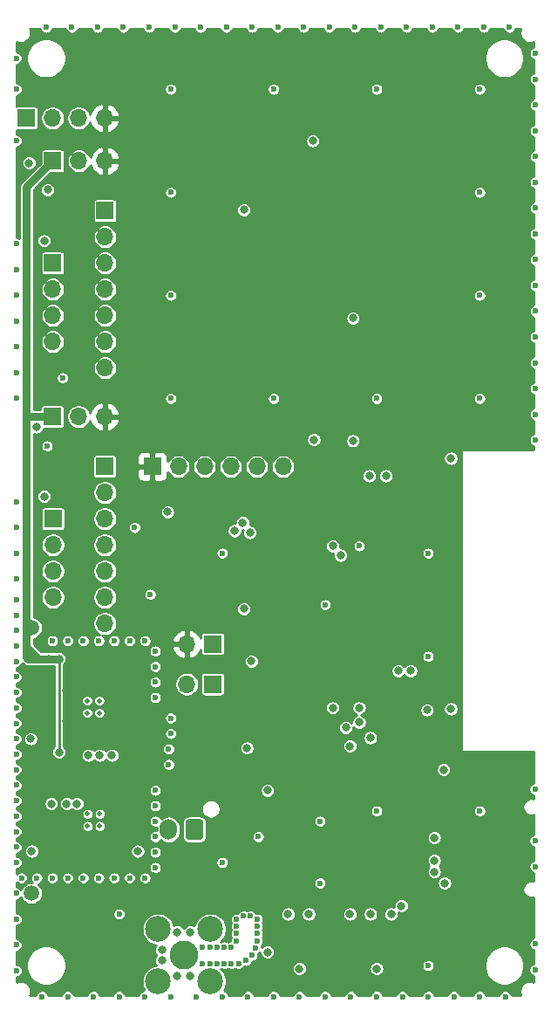
<source format=gbr>
%TF.GenerationSoftware,KiCad,Pcbnew,(5.1.10)-1*%
%TF.CreationDate,2021-05-28T10:13:55+00:00*%
%TF.ProjectId,co2_sensor_node,636f325f-7365-46e7-936f-725f6e6f6465,rev?*%
%TF.SameCoordinates,Original*%
%TF.FileFunction,Copper,L3,Inr*%
%TF.FilePolarity,Positive*%
%FSLAX46Y46*%
G04 Gerber Fmt 4.6, Leading zero omitted, Abs format (unit mm)*
G04 Created by KiCad (PCBNEW (5.1.10)-1) date 2021-05-28 10:13:55*
%MOMM*%
%LPD*%
G01*
G04 APERTURE LIST*
%TA.AperFunction,ComponentPad*%
%ADD10O,1.700000X1.700000*%
%TD*%
%TA.AperFunction,ComponentPad*%
%ADD11R,1.700000X1.700000*%
%TD*%
%TA.AperFunction,ComponentPad*%
%ADD12C,0.500000*%
%TD*%
%TA.AperFunction,ComponentPad*%
%ADD13O,1.700000X2.000000*%
%TD*%
%TA.AperFunction,ComponentPad*%
%ADD14C,2.500000*%
%TD*%
%TA.AperFunction,ComponentPad*%
%ADD15C,2.800000*%
%TD*%
%TA.AperFunction,ViaPad*%
%ADD16C,0.600000*%
%TD*%
%TA.AperFunction,ViaPad*%
%ADD17C,1.500000*%
%TD*%
%TA.AperFunction,ViaPad*%
%ADD18C,0.800000*%
%TD*%
%TA.AperFunction,Conductor*%
%ADD19C,0.250000*%
%TD*%
%TA.AperFunction,Conductor*%
%ADD20C,0.750000*%
%TD*%
%TA.AperFunction,Conductor*%
%ADD21C,0.254000*%
%TD*%
%TA.AperFunction,Conductor*%
%ADD22C,0.100000*%
%TD*%
G04 APERTURE END LIST*
D10*
%TO.N,/Microprocessor section/BOOT*%
%TO.C,J15*%
X147500000Y-87600000D03*
%TO.N,/Microprocessor section/EN*%
X144960000Y-87600000D03*
%TO.N,/Microprocessor section/TXD0*%
X142420000Y-87600000D03*
%TO.N,/Microprocessor section/RXD0*%
X139880000Y-87600000D03*
%TO.N,GND*%
X137340000Y-87600000D03*
D11*
%TO.N,+3V3*%
X134800000Y-87600000D03*
%TD*%
D12*
%TO.N,GND*%
%TO.C,U4*%
X129710000Y-122470000D03*
X128530000Y-122470000D03*
X129710000Y-121290000D03*
X128530000Y-121290000D03*
%TD*%
%TO.N,GND*%
%TO.C,U3*%
X129670000Y-111490000D03*
X128490000Y-111490000D03*
X129670000Y-110310000D03*
X128490000Y-110310000D03*
%TD*%
D10*
%TO.N,GND*%
%TO.C,JP4*%
X138160000Y-108700000D03*
D11*
%TO.N,/Microprocessor section/BOOT*%
X140700000Y-108700000D03*
%TD*%
D10*
%TO.N,+3V3*%
%TO.C,JP3*%
X138160000Y-104800000D03*
D11*
%TO.N,/CO2 Sensor Connector 2/ENABLE*%
X140700000Y-104800000D03*
%TD*%
D10*
%TO.N,+3V3*%
%TO.C,JP2*%
X130200000Y-82762000D03*
%TO.N,Net-(JP2-Pad2)*%
X127660000Y-82762000D03*
D11*
%TO.N,+6V*%
X125120000Y-82762000D03*
%TD*%
D10*
%TO.N,+3V3*%
%TO.C,JP1*%
X130222000Y-57962000D03*
%TO.N,Net-(JP1-Pad2)*%
X127682000Y-57962000D03*
D11*
%TO.N,+6V*%
X125142000Y-57962000D03*
%TD*%
D13*
%TO.N,Net-(J14-Pad2)*%
%TO.C,J14*%
X136400000Y-122800000D03*
%TO.N,GND*%
%TA.AperFunction,ComponentPad*%
G36*
G01*
X139750000Y-122050000D02*
X139750000Y-123550000D01*
G75*
G02*
X139500000Y-123800000I-250000J0D01*
G01*
X138300000Y-123800000D01*
G75*
G02*
X138050000Y-123550000I0J250000D01*
G01*
X138050000Y-122050000D01*
G75*
G02*
X138300000Y-121800000I250000J0D01*
G01*
X139500000Y-121800000D01*
G75*
G02*
X139750000Y-122050000I0J-250000D01*
G01*
G37*
%TD.AperFunction*%
%TD*%
D14*
%TO.N,GND*%
%TO.C,J7*%
X140440000Y-132460000D03*
X135360000Y-132460000D03*
X135360000Y-137540000D03*
X140440000Y-137540000D03*
D15*
%TO.N,Net-(J7-Pad1)*%
X137900000Y-135000000D03*
%TD*%
D10*
%TO.N,+3V3*%
%TO.C,J5*%
X130200000Y-53800000D03*
%TO.N,GND*%
X127660000Y-53800000D03*
%TO.N,/Microprocessor section/I2C_SCL*%
X125120000Y-53800000D03*
D11*
%TO.N,/Microprocessor section/I2C_SDA*%
X122580000Y-53800000D03*
%TD*%
D10*
%TO.N,GND*%
%TO.C,J4*%
X125158000Y-100288000D03*
%TO.N,/CO2 Sensor Connector 2/VCC*%
X125158000Y-97748000D03*
%TO.N,/Microprocessor section/UART2_TX*%
X125158000Y-95208000D03*
D11*
%TO.N,/Microprocessor section/UART2_RX*%
X125158000Y-92668000D03*
%TD*%
D10*
%TO.N,/CO2 Sensor Connector 2/VCC*%
%TO.C,J3*%
X130200000Y-102828000D03*
%TO.N,Net-(J3-Pad6)*%
X130200000Y-100288000D03*
%TO.N,/CO2 Sensor Connector 2/N_RDY*%
X130200000Y-97748000D03*
%TO.N,/Microprocessor section/UART2_TX*%
X130200000Y-95208000D03*
%TO.N,/Microprocessor section/UART2_RX*%
X130200000Y-92668000D03*
%TO.N,GND*%
X130200000Y-90128000D03*
D11*
%TO.N,/CO2 Sensor Connector 2/VCC*%
X130200000Y-87588000D03*
%TD*%
D10*
%TO.N,GND*%
%TO.C,J2*%
X125142000Y-75488000D03*
%TO.N,/CO2 Sensor Connector 1/VCC*%
X125142000Y-72948000D03*
%TO.N,/Microprocessor section/UART1_TX*%
X125142000Y-70408000D03*
D11*
%TO.N,/Microprocessor section/UART1_RX*%
X125142000Y-67868000D03*
%TD*%
D10*
%TO.N,/CO2 Sensor Connector 1/VCC*%
%TO.C,J1*%
X130222000Y-78028000D03*
%TO.N,Net-(J1-Pad6)*%
X130222000Y-75488000D03*
%TO.N,/CO2 Sensor Connector 1/N_RDY*%
X130222000Y-72948000D03*
%TO.N,/Microprocessor section/UART1_TX*%
X130222000Y-70408000D03*
%TO.N,/Microprocessor section/UART1_RX*%
X130222000Y-67868000D03*
%TO.N,GND*%
X130222000Y-65328000D03*
D11*
%TO.N,/CO2 Sensor Connector 1/VCC*%
X130222000Y-62788000D03*
%TD*%
D16*
%TO.N,GND*%
X136600000Y-112000000D03*
X136400000Y-115000000D03*
X136400000Y-116500000D03*
X136600000Y-113500000D03*
D17*
X123100000Y-129000000D03*
D16*
X172000000Y-133900000D03*
X172000000Y-126400000D03*
X172000000Y-123900000D03*
X172000000Y-118900000D03*
X172000000Y-136400000D03*
X172002000Y-50034000D03*
X172002000Y-80034000D03*
X172002000Y-65034000D03*
X172002000Y-57534000D03*
X172002000Y-70034000D03*
X172002000Y-52534000D03*
X172002000Y-75034000D03*
X172002000Y-62534000D03*
X172002000Y-77534000D03*
X172002000Y-85034000D03*
X172002000Y-67534000D03*
X172002000Y-55034000D03*
X172002000Y-60034000D03*
X172002000Y-82534000D03*
X172002000Y-72534000D03*
X147000000Y-45000000D03*
X164500000Y-45000000D03*
X144500000Y-45000000D03*
X167000000Y-45000000D03*
X142000000Y-45000000D03*
X139500000Y-45000000D03*
X124500000Y-45000000D03*
X159500000Y-45000000D03*
X132000000Y-45000000D03*
X154500000Y-45000000D03*
X137000000Y-45000000D03*
X129500000Y-45000000D03*
X157000000Y-45000000D03*
X134500000Y-45000000D03*
X152000000Y-45000000D03*
X149500000Y-45000000D03*
X169500000Y-45000000D03*
X162000000Y-45000000D03*
X127000000Y-45000000D03*
X121600000Y-66000000D03*
X121600000Y-68500000D03*
X121600000Y-71000000D03*
X121600000Y-73500000D03*
X121600000Y-76000000D03*
X121600000Y-78500000D03*
X121600000Y-81000000D03*
X121600000Y-91000000D03*
X121600000Y-93500000D03*
X121600000Y-96000000D03*
X121600000Y-98500000D03*
X169100000Y-139000000D03*
X166600000Y-139000000D03*
X164100000Y-139000000D03*
X161600000Y-139000000D03*
X159100000Y-139000000D03*
X156600000Y-139000000D03*
X154100000Y-139000000D03*
X151600000Y-139000000D03*
X149100000Y-139000000D03*
X146600000Y-139000000D03*
X126600000Y-139000000D03*
X129100000Y-139000000D03*
X131600000Y-139000000D03*
X134100000Y-139000000D03*
X141600000Y-139000000D03*
X136600000Y-139000000D03*
X144100000Y-139000000D03*
X139100000Y-139000000D03*
X124100000Y-139000000D03*
X121600000Y-120000000D03*
X121600000Y-123000000D03*
X121600000Y-115500000D03*
X121600000Y-118500000D03*
X121600000Y-114000000D03*
X121600000Y-126000000D03*
X121600000Y-124500000D03*
X121600000Y-121500000D03*
X121600000Y-117000000D03*
X121600000Y-106500000D03*
X121600000Y-109500000D03*
X121600000Y-102000000D03*
X121600000Y-105000000D03*
X121600000Y-100500000D03*
X121600000Y-112500000D03*
X121600000Y-111000000D03*
X121600000Y-108000000D03*
X121600000Y-103500000D03*
X143650000Y-131200000D03*
X144350000Y-131200000D03*
X143000000Y-132900000D03*
X143000000Y-132200000D03*
X145000000Y-133600000D03*
X145000000Y-132900000D03*
X145000000Y-132200000D03*
X145000000Y-131500000D03*
X143000000Y-131500000D03*
X139700000Y-134200000D03*
X143000000Y-133600000D03*
X140400000Y-134200000D03*
X141100000Y-134200000D03*
X141800000Y-134200000D03*
X142500000Y-134200000D03*
X140400000Y-135800000D03*
X139700000Y-135800000D03*
X141100000Y-135800000D03*
D18*
X146000000Y-134700000D03*
X144000000Y-114900000D03*
X144300000Y-94000000D03*
X124650000Y-60750000D03*
X150500000Y-85000000D03*
X143700000Y-101400000D03*
X149100000Y-136300000D03*
X156600000Y-136300000D03*
X159000000Y-130200000D03*
X163800000Y-111100000D03*
X163800000Y-86800000D03*
X162200000Y-126900000D03*
X128600000Y-115600000D03*
X129700000Y-115600000D03*
X130900000Y-115600000D03*
X123000000Y-114000000D03*
X123100000Y-124900000D03*
X133400000Y-124900000D03*
D16*
X141800000Y-135800000D03*
X142500000Y-135800000D03*
X143200000Y-135800000D03*
X144800000Y-134300000D03*
X143900000Y-135500000D03*
X144500000Y-135000000D03*
X124600000Y-85600000D03*
D18*
X124300000Y-90500000D03*
X124300000Y-65700000D03*
D16*
X122100000Y-127500000D03*
X123600000Y-127500000D03*
X125100000Y-127500000D03*
X126600000Y-127500000D03*
X128100000Y-127500000D03*
X129600000Y-127500000D03*
X131100000Y-127500000D03*
X132600000Y-127500000D03*
X134100000Y-127500000D03*
X135100000Y-126500000D03*
X135100000Y-125000000D03*
X135100000Y-123500000D03*
X135100000Y-122000000D03*
X135100000Y-120500000D03*
X135100000Y-119000000D03*
X125100000Y-104500000D03*
X126600000Y-104500000D03*
X128100000Y-104500000D03*
X129600000Y-104500000D03*
X131100000Y-104500000D03*
X132600000Y-104500000D03*
X134100000Y-104500000D03*
X135100000Y-105500000D03*
X135100000Y-107000000D03*
X135100000Y-108500000D03*
X135100000Y-110000000D03*
X121600000Y-136500000D03*
X121600000Y-134000000D03*
X121600000Y-131500000D03*
X121600000Y-129000000D03*
X121600000Y-48000000D03*
X121600000Y-51000000D03*
X121600000Y-56000000D03*
X136600000Y-51000000D03*
X146600000Y-51000000D03*
X156600000Y-51000000D03*
X166600000Y-51000000D03*
X166600000Y-61000000D03*
X166600000Y-71000000D03*
X166600000Y-81000000D03*
X156600000Y-81000000D03*
X146600000Y-81000000D03*
X136600000Y-81000000D03*
X136600000Y-71000000D03*
X136600000Y-61000000D03*
X151600000Y-101000000D03*
X161600000Y-96000000D03*
X161600000Y-106000000D03*
X141600000Y-96000000D03*
X131600000Y-131000000D03*
X161600000Y-136000000D03*
X151100000Y-128000000D03*
X156600000Y-121000000D03*
X166600000Y-121000000D03*
X141600000Y-126000000D03*
X133100000Y-93500000D03*
X134600000Y-100000000D03*
X126100000Y-79000000D03*
X151100000Y-122000000D03*
X145100000Y-123500000D03*
D18*
X127500000Y-120300000D03*
X126500000Y-120300000D03*
X125000000Y-120300000D03*
D16*
X172002000Y-47534000D03*
D18*
X135750000Y-135500000D03*
X135750000Y-134500000D03*
X137250000Y-132750000D03*
X138500000Y-132750000D03*
X137250000Y-137000000D03*
X138500000Y-137000000D03*
D17*
%TO.N,+3V3*%
X123100000Y-123500000D03*
D18*
X126500000Y-112300000D03*
X125000000Y-112300000D03*
X125000000Y-109300000D03*
X126500000Y-109300000D03*
X122750000Y-117000000D03*
X123750000Y-117000000D03*
X124750000Y-117000000D03*
X125750000Y-117000000D03*
X147200000Y-113200000D03*
X160490000Y-89900000D03*
X153000000Y-90000000D03*
X151700000Y-73700000D03*
X161450000Y-66500000D03*
X152000000Y-138000000D03*
X153700000Y-138000000D03*
X162200000Y-86800000D03*
X164500008Y-123600000D03*
X157500000Y-111600000D03*
X129000000Y-126300000D03*
D17*
%TO.N,+6V*%
X123100000Y-103250000D03*
D18*
X122750000Y-106250000D03*
X123750000Y-106250000D03*
X124750000Y-106250000D03*
X125750000Y-106250000D03*
X125750000Y-115300028D03*
%TO.N,/Microprocessor section/UART1_TX*%
X142799992Y-93825022D03*
%TO.N,/Microprocessor section/UART1_RX*%
X143600000Y-93034941D03*
D16*
%TO.N,/CO2 Sensor Connector 2/N_RDY*%
X154900000Y-95300000D03*
D18*
%TO.N,/Microprocessor section/UART2_TX*%
X153100006Y-96200000D03*
%TO.N,/Microprocessor section/UART2_RX*%
X152332653Y-95300000D03*
%TO.N,/Microprocessor section/I2C_SCL*%
X155900000Y-88500000D03*
X143700000Y-62700000D03*
%TO.N,/Microprocessor section/I2C_SDA*%
X157500000Y-88500000D03*
X150400000Y-56000000D03*
%TO.N,/SD Card/CSN*%
X163100000Y-117000000D03*
X161500000Y-111200014D03*
%TO.N,/LoRa Transceiver/MISO*%
X163200000Y-128000000D03*
X154900000Y-111000000D03*
X156000000Y-113900000D03*
%TO.N,/LoRa Transceiver/SCLK*%
X162200000Y-125800000D03*
X153595000Y-112905000D03*
%TO.N,/LoRa Transceiver/MOSI*%
X154000000Y-114700000D03*
X162200000Y-123600000D03*
%TO.N,/LoRa Transceiver/IRQ2*%
X154900000Y-112400000D03*
%TO.N,Net-(J8-Pad1)*%
X154000000Y-131000000D03*
%TO.N,/LoRa Transceiver/IRQ1*%
X152325000Y-111000000D03*
%TO.N,Net-(J10-Pad1)*%
X156000000Y-131000000D03*
%TO.N,Net-(J12-Pad1)*%
X158000000Y-131000000D03*
%TO.N,/Microprocessor section/BOOT*%
X136300000Y-92000000D03*
%TO.N,/Microprocessor section/TXD0*%
X159900000Y-107400000D03*
%TO.N,/Microprocessor section/RXD0*%
X158700000Y-107400000D03*
%TO.N,/CO2 Sensor Connector 1/ENABLE*%
X122850000Y-58150000D03*
X144433032Y-106467000D03*
%TO.N,/CO2 Sensor Connector 2/ENABLE*%
X123575000Y-83750000D03*
%TO.N,/GNSS/ENABLE*%
X154300000Y-85100000D03*
X154299988Y-73200000D03*
%TO.N,Net-(J9-Pad1)*%
X146000000Y-119000000D03*
%TO.N,Net-(J11-Pad1)*%
X150000000Y-131000000D03*
%TO.N,Net-(J13-Pad1)*%
X148000000Y-131000000D03*
%TD*%
D19*
%TO.N,+3V3*%
X125750000Y-117000000D02*
X125750000Y-123050000D01*
X125750000Y-123050000D02*
X129000000Y-126300000D01*
D20*
%TO.N,+6V*%
X122750000Y-106250000D02*
X125750000Y-106250000D01*
X123750000Y-106250000D02*
X122750000Y-105250000D01*
X122750000Y-106250000D02*
X122750000Y-105250000D01*
D19*
X125750000Y-106250000D02*
X125750000Y-115300028D01*
D20*
X122600000Y-60504000D02*
X125142000Y-57962000D01*
X122600000Y-82150000D02*
X122600000Y-60504000D01*
X122838000Y-82762000D02*
X122600000Y-83000000D01*
X125158000Y-82762000D02*
X122838000Y-82762000D01*
X122600000Y-83000000D02*
X122600000Y-82000000D01*
X122600000Y-103704998D02*
X122600000Y-83000000D01*
X122600000Y-106100000D02*
X122600000Y-104500000D01*
X122750000Y-106250000D02*
X122600000Y-106100000D01*
X122600000Y-104500000D02*
X122600000Y-103500000D01*
%TD*%
D21*
%TO.N,+3V3*%
X123897095Y-45182889D02*
X123944360Y-45296996D01*
X124012977Y-45399689D01*
X124100311Y-45487023D01*
X124203004Y-45555640D01*
X124317111Y-45602905D01*
X124438246Y-45627000D01*
X124561754Y-45627000D01*
X124682889Y-45602905D01*
X124796996Y-45555640D01*
X124899689Y-45487023D01*
X124987023Y-45399689D01*
X125055640Y-45296996D01*
X125102905Y-45182889D01*
X125114022Y-45127000D01*
X126385978Y-45127000D01*
X126397095Y-45182889D01*
X126444360Y-45296996D01*
X126512977Y-45399689D01*
X126600311Y-45487023D01*
X126703004Y-45555640D01*
X126817111Y-45602905D01*
X126938246Y-45627000D01*
X127061754Y-45627000D01*
X127182889Y-45602905D01*
X127296996Y-45555640D01*
X127399689Y-45487023D01*
X127487023Y-45399689D01*
X127555640Y-45296996D01*
X127602905Y-45182889D01*
X127614022Y-45127000D01*
X128885978Y-45127000D01*
X128897095Y-45182889D01*
X128944360Y-45296996D01*
X129012977Y-45399689D01*
X129100311Y-45487023D01*
X129203004Y-45555640D01*
X129317111Y-45602905D01*
X129438246Y-45627000D01*
X129561754Y-45627000D01*
X129682889Y-45602905D01*
X129796996Y-45555640D01*
X129899689Y-45487023D01*
X129987023Y-45399689D01*
X130055640Y-45296996D01*
X130102905Y-45182889D01*
X130114022Y-45127000D01*
X131385978Y-45127000D01*
X131397095Y-45182889D01*
X131444360Y-45296996D01*
X131512977Y-45399689D01*
X131600311Y-45487023D01*
X131703004Y-45555640D01*
X131817111Y-45602905D01*
X131938246Y-45627000D01*
X132061754Y-45627000D01*
X132182889Y-45602905D01*
X132296996Y-45555640D01*
X132399689Y-45487023D01*
X132487023Y-45399689D01*
X132555640Y-45296996D01*
X132602905Y-45182889D01*
X132614022Y-45127000D01*
X133885978Y-45127000D01*
X133897095Y-45182889D01*
X133944360Y-45296996D01*
X134012977Y-45399689D01*
X134100311Y-45487023D01*
X134203004Y-45555640D01*
X134317111Y-45602905D01*
X134438246Y-45627000D01*
X134561754Y-45627000D01*
X134682889Y-45602905D01*
X134796996Y-45555640D01*
X134899689Y-45487023D01*
X134987023Y-45399689D01*
X135055640Y-45296996D01*
X135102905Y-45182889D01*
X135114022Y-45127000D01*
X136385978Y-45127000D01*
X136397095Y-45182889D01*
X136444360Y-45296996D01*
X136512977Y-45399689D01*
X136600311Y-45487023D01*
X136703004Y-45555640D01*
X136817111Y-45602905D01*
X136938246Y-45627000D01*
X137061754Y-45627000D01*
X137182889Y-45602905D01*
X137296996Y-45555640D01*
X137399689Y-45487023D01*
X137487023Y-45399689D01*
X137555640Y-45296996D01*
X137602905Y-45182889D01*
X137614022Y-45127000D01*
X138885978Y-45127000D01*
X138897095Y-45182889D01*
X138944360Y-45296996D01*
X139012977Y-45399689D01*
X139100311Y-45487023D01*
X139203004Y-45555640D01*
X139317111Y-45602905D01*
X139438246Y-45627000D01*
X139561754Y-45627000D01*
X139682889Y-45602905D01*
X139796996Y-45555640D01*
X139899689Y-45487023D01*
X139987023Y-45399689D01*
X140055640Y-45296996D01*
X140102905Y-45182889D01*
X140114022Y-45127000D01*
X141385978Y-45127000D01*
X141397095Y-45182889D01*
X141444360Y-45296996D01*
X141512977Y-45399689D01*
X141600311Y-45487023D01*
X141703004Y-45555640D01*
X141817111Y-45602905D01*
X141938246Y-45627000D01*
X142061754Y-45627000D01*
X142182889Y-45602905D01*
X142296996Y-45555640D01*
X142399689Y-45487023D01*
X142487023Y-45399689D01*
X142555640Y-45296996D01*
X142602905Y-45182889D01*
X142614022Y-45127000D01*
X143885978Y-45127000D01*
X143897095Y-45182889D01*
X143944360Y-45296996D01*
X144012977Y-45399689D01*
X144100311Y-45487023D01*
X144203004Y-45555640D01*
X144317111Y-45602905D01*
X144438246Y-45627000D01*
X144561754Y-45627000D01*
X144682889Y-45602905D01*
X144796996Y-45555640D01*
X144899689Y-45487023D01*
X144987023Y-45399689D01*
X145055640Y-45296996D01*
X145102905Y-45182889D01*
X145114022Y-45127000D01*
X146385978Y-45127000D01*
X146397095Y-45182889D01*
X146444360Y-45296996D01*
X146512977Y-45399689D01*
X146600311Y-45487023D01*
X146703004Y-45555640D01*
X146817111Y-45602905D01*
X146938246Y-45627000D01*
X147061754Y-45627000D01*
X147182889Y-45602905D01*
X147296996Y-45555640D01*
X147399689Y-45487023D01*
X147487023Y-45399689D01*
X147555640Y-45296996D01*
X147602905Y-45182889D01*
X147614022Y-45127000D01*
X148885978Y-45127000D01*
X148897095Y-45182889D01*
X148944360Y-45296996D01*
X149012977Y-45399689D01*
X149100311Y-45487023D01*
X149203004Y-45555640D01*
X149317111Y-45602905D01*
X149438246Y-45627000D01*
X149561754Y-45627000D01*
X149682889Y-45602905D01*
X149796996Y-45555640D01*
X149899689Y-45487023D01*
X149987023Y-45399689D01*
X150055640Y-45296996D01*
X150102905Y-45182889D01*
X150114022Y-45127000D01*
X151385978Y-45127000D01*
X151397095Y-45182889D01*
X151444360Y-45296996D01*
X151512977Y-45399689D01*
X151600311Y-45487023D01*
X151703004Y-45555640D01*
X151817111Y-45602905D01*
X151938246Y-45627000D01*
X152061754Y-45627000D01*
X152182889Y-45602905D01*
X152296996Y-45555640D01*
X152399689Y-45487023D01*
X152487023Y-45399689D01*
X152555640Y-45296996D01*
X152602905Y-45182889D01*
X152614022Y-45127000D01*
X153885978Y-45127000D01*
X153897095Y-45182889D01*
X153944360Y-45296996D01*
X154012977Y-45399689D01*
X154100311Y-45487023D01*
X154203004Y-45555640D01*
X154317111Y-45602905D01*
X154438246Y-45627000D01*
X154561754Y-45627000D01*
X154682889Y-45602905D01*
X154796996Y-45555640D01*
X154899689Y-45487023D01*
X154987023Y-45399689D01*
X155055640Y-45296996D01*
X155102905Y-45182889D01*
X155114022Y-45127000D01*
X156385978Y-45127000D01*
X156397095Y-45182889D01*
X156444360Y-45296996D01*
X156512977Y-45399689D01*
X156600311Y-45487023D01*
X156703004Y-45555640D01*
X156817111Y-45602905D01*
X156938246Y-45627000D01*
X157061754Y-45627000D01*
X157182889Y-45602905D01*
X157296996Y-45555640D01*
X157399689Y-45487023D01*
X157487023Y-45399689D01*
X157555640Y-45296996D01*
X157602905Y-45182889D01*
X157614022Y-45127000D01*
X158885978Y-45127000D01*
X158897095Y-45182889D01*
X158944360Y-45296996D01*
X159012977Y-45399689D01*
X159100311Y-45487023D01*
X159203004Y-45555640D01*
X159317111Y-45602905D01*
X159438246Y-45627000D01*
X159561754Y-45627000D01*
X159682889Y-45602905D01*
X159796996Y-45555640D01*
X159899689Y-45487023D01*
X159987023Y-45399689D01*
X160055640Y-45296996D01*
X160102905Y-45182889D01*
X160114022Y-45127000D01*
X161385978Y-45127000D01*
X161397095Y-45182889D01*
X161444360Y-45296996D01*
X161512977Y-45399689D01*
X161600311Y-45487023D01*
X161703004Y-45555640D01*
X161817111Y-45602905D01*
X161938246Y-45627000D01*
X162061754Y-45627000D01*
X162182889Y-45602905D01*
X162296996Y-45555640D01*
X162399689Y-45487023D01*
X162487023Y-45399689D01*
X162555640Y-45296996D01*
X162602905Y-45182889D01*
X162614022Y-45127000D01*
X163885978Y-45127000D01*
X163897095Y-45182889D01*
X163944360Y-45296996D01*
X164012977Y-45399689D01*
X164100311Y-45487023D01*
X164203004Y-45555640D01*
X164317111Y-45602905D01*
X164438246Y-45627000D01*
X164561754Y-45627000D01*
X164682889Y-45602905D01*
X164796996Y-45555640D01*
X164899689Y-45487023D01*
X164987023Y-45399689D01*
X165055640Y-45296996D01*
X165102905Y-45182889D01*
X165114022Y-45127000D01*
X166385978Y-45127000D01*
X166397095Y-45182889D01*
X166444360Y-45296996D01*
X166512977Y-45399689D01*
X166600311Y-45487023D01*
X166703004Y-45555640D01*
X166817111Y-45602905D01*
X166938246Y-45627000D01*
X167061754Y-45627000D01*
X167182889Y-45602905D01*
X167296996Y-45555640D01*
X167399689Y-45487023D01*
X167487023Y-45399689D01*
X167555640Y-45296996D01*
X167602905Y-45182889D01*
X167614022Y-45127000D01*
X168885978Y-45127000D01*
X168897095Y-45182889D01*
X168944360Y-45296996D01*
X169012977Y-45399689D01*
X169100311Y-45487023D01*
X169203004Y-45555640D01*
X169317111Y-45602905D01*
X169438246Y-45627000D01*
X169561754Y-45627000D01*
X169682889Y-45602905D01*
X169796996Y-45555640D01*
X169899689Y-45487023D01*
X169987023Y-45399689D01*
X170055640Y-45296996D01*
X170102905Y-45182889D01*
X170114022Y-45127000D01*
X170568862Y-45127000D01*
X170535545Y-45207436D01*
X170497000Y-45401213D01*
X170497000Y-45598787D01*
X170535545Y-45792564D01*
X170611153Y-45975099D01*
X170720919Y-46139375D01*
X170860625Y-46279081D01*
X171024901Y-46388847D01*
X171207436Y-46464455D01*
X171401213Y-46503000D01*
X171598787Y-46503000D01*
X171792564Y-46464455D01*
X171873000Y-46431138D01*
X171873000Y-46920376D01*
X171819111Y-46931095D01*
X171705004Y-46978360D01*
X171602311Y-47046977D01*
X171514977Y-47134311D01*
X171446360Y-47237004D01*
X171399095Y-47351111D01*
X171375000Y-47472246D01*
X171375000Y-47595754D01*
X171399095Y-47716889D01*
X171446360Y-47830996D01*
X171514977Y-47933689D01*
X171602311Y-48021023D01*
X171705004Y-48089640D01*
X171819111Y-48136905D01*
X171873000Y-48147624D01*
X171873000Y-49420376D01*
X171819111Y-49431095D01*
X171705004Y-49478360D01*
X171602311Y-49546977D01*
X171514977Y-49634311D01*
X171446360Y-49737004D01*
X171399095Y-49851111D01*
X171375000Y-49972246D01*
X171375000Y-50095754D01*
X171399095Y-50216889D01*
X171446360Y-50330996D01*
X171514977Y-50433689D01*
X171602311Y-50521023D01*
X171705004Y-50589640D01*
X171819111Y-50636905D01*
X171873000Y-50647624D01*
X171873000Y-51920376D01*
X171819111Y-51931095D01*
X171705004Y-51978360D01*
X171602311Y-52046977D01*
X171514977Y-52134311D01*
X171446360Y-52237004D01*
X171399095Y-52351111D01*
X171375000Y-52472246D01*
X171375000Y-52595754D01*
X171399095Y-52716889D01*
X171446360Y-52830996D01*
X171514977Y-52933689D01*
X171602311Y-53021023D01*
X171705004Y-53089640D01*
X171819111Y-53136905D01*
X171873000Y-53147624D01*
X171873000Y-54420376D01*
X171819111Y-54431095D01*
X171705004Y-54478360D01*
X171602311Y-54546977D01*
X171514977Y-54634311D01*
X171446360Y-54737004D01*
X171399095Y-54851111D01*
X171375000Y-54972246D01*
X171375000Y-55095754D01*
X171399095Y-55216889D01*
X171446360Y-55330996D01*
X171514977Y-55433689D01*
X171602311Y-55521023D01*
X171705004Y-55589640D01*
X171819111Y-55636905D01*
X171873000Y-55647624D01*
X171873000Y-56920376D01*
X171819111Y-56931095D01*
X171705004Y-56978360D01*
X171602311Y-57046977D01*
X171514977Y-57134311D01*
X171446360Y-57237004D01*
X171399095Y-57351111D01*
X171375000Y-57472246D01*
X171375000Y-57595754D01*
X171399095Y-57716889D01*
X171446360Y-57830996D01*
X171514977Y-57933689D01*
X171602311Y-58021023D01*
X171705004Y-58089640D01*
X171819111Y-58136905D01*
X171873000Y-58147624D01*
X171873000Y-59420376D01*
X171819111Y-59431095D01*
X171705004Y-59478360D01*
X171602311Y-59546977D01*
X171514977Y-59634311D01*
X171446360Y-59737004D01*
X171399095Y-59851111D01*
X171375000Y-59972246D01*
X171375000Y-60095754D01*
X171399095Y-60216889D01*
X171446360Y-60330996D01*
X171514977Y-60433689D01*
X171602311Y-60521023D01*
X171705004Y-60589640D01*
X171819111Y-60636905D01*
X171873000Y-60647624D01*
X171873000Y-61920376D01*
X171819111Y-61931095D01*
X171705004Y-61978360D01*
X171602311Y-62046977D01*
X171514977Y-62134311D01*
X171446360Y-62237004D01*
X171399095Y-62351111D01*
X171375000Y-62472246D01*
X171375000Y-62595754D01*
X171399095Y-62716889D01*
X171446360Y-62830996D01*
X171514977Y-62933689D01*
X171602311Y-63021023D01*
X171705004Y-63089640D01*
X171819111Y-63136905D01*
X171873000Y-63147624D01*
X171873000Y-64420376D01*
X171819111Y-64431095D01*
X171705004Y-64478360D01*
X171602311Y-64546977D01*
X171514977Y-64634311D01*
X171446360Y-64737004D01*
X171399095Y-64851111D01*
X171375000Y-64972246D01*
X171375000Y-65095754D01*
X171399095Y-65216889D01*
X171446360Y-65330996D01*
X171514977Y-65433689D01*
X171602311Y-65521023D01*
X171705004Y-65589640D01*
X171819111Y-65636905D01*
X171873000Y-65647624D01*
X171873000Y-66920376D01*
X171819111Y-66931095D01*
X171705004Y-66978360D01*
X171602311Y-67046977D01*
X171514977Y-67134311D01*
X171446360Y-67237004D01*
X171399095Y-67351111D01*
X171375000Y-67472246D01*
X171375000Y-67595754D01*
X171399095Y-67716889D01*
X171446360Y-67830996D01*
X171514977Y-67933689D01*
X171602311Y-68021023D01*
X171705004Y-68089640D01*
X171819111Y-68136905D01*
X171873000Y-68147624D01*
X171873000Y-69420376D01*
X171819111Y-69431095D01*
X171705004Y-69478360D01*
X171602311Y-69546977D01*
X171514977Y-69634311D01*
X171446360Y-69737004D01*
X171399095Y-69851111D01*
X171375000Y-69972246D01*
X171375000Y-70095754D01*
X171399095Y-70216889D01*
X171446360Y-70330996D01*
X171514977Y-70433689D01*
X171602311Y-70521023D01*
X171705004Y-70589640D01*
X171819111Y-70636905D01*
X171873000Y-70647624D01*
X171873000Y-71920376D01*
X171819111Y-71931095D01*
X171705004Y-71978360D01*
X171602311Y-72046977D01*
X171514977Y-72134311D01*
X171446360Y-72237004D01*
X171399095Y-72351111D01*
X171375000Y-72472246D01*
X171375000Y-72595754D01*
X171399095Y-72716889D01*
X171446360Y-72830996D01*
X171514977Y-72933689D01*
X171602311Y-73021023D01*
X171705004Y-73089640D01*
X171819111Y-73136905D01*
X171873000Y-73147624D01*
X171873000Y-74420376D01*
X171819111Y-74431095D01*
X171705004Y-74478360D01*
X171602311Y-74546977D01*
X171514977Y-74634311D01*
X171446360Y-74737004D01*
X171399095Y-74851111D01*
X171375000Y-74972246D01*
X171375000Y-75095754D01*
X171399095Y-75216889D01*
X171446360Y-75330996D01*
X171514977Y-75433689D01*
X171602311Y-75521023D01*
X171705004Y-75589640D01*
X171819111Y-75636905D01*
X171873000Y-75647624D01*
X171873000Y-76920376D01*
X171819111Y-76931095D01*
X171705004Y-76978360D01*
X171602311Y-77046977D01*
X171514977Y-77134311D01*
X171446360Y-77237004D01*
X171399095Y-77351111D01*
X171375000Y-77472246D01*
X171375000Y-77595754D01*
X171399095Y-77716889D01*
X171446360Y-77830996D01*
X171514977Y-77933689D01*
X171602311Y-78021023D01*
X171705004Y-78089640D01*
X171819111Y-78136905D01*
X171873000Y-78147624D01*
X171873000Y-79420376D01*
X171819111Y-79431095D01*
X171705004Y-79478360D01*
X171602311Y-79546977D01*
X171514977Y-79634311D01*
X171446360Y-79737004D01*
X171399095Y-79851111D01*
X171375000Y-79972246D01*
X171375000Y-80095754D01*
X171399095Y-80216889D01*
X171446360Y-80330996D01*
X171514977Y-80433689D01*
X171602311Y-80521023D01*
X171705004Y-80589640D01*
X171819111Y-80636905D01*
X171873000Y-80647624D01*
X171873000Y-81920376D01*
X171819111Y-81931095D01*
X171705004Y-81978360D01*
X171602311Y-82046977D01*
X171514977Y-82134311D01*
X171446360Y-82237004D01*
X171399095Y-82351111D01*
X171375000Y-82472246D01*
X171375000Y-82595754D01*
X171399095Y-82716889D01*
X171446360Y-82830996D01*
X171514977Y-82933689D01*
X171602311Y-83021023D01*
X171705004Y-83089640D01*
X171819111Y-83136905D01*
X171873000Y-83147624D01*
X171873000Y-84420376D01*
X171819111Y-84431095D01*
X171705004Y-84478360D01*
X171602311Y-84546977D01*
X171514977Y-84634311D01*
X171446360Y-84737004D01*
X171399095Y-84851111D01*
X171375000Y-84972246D01*
X171375000Y-85095754D01*
X171399095Y-85216889D01*
X171446360Y-85330996D01*
X171514977Y-85433689D01*
X171602311Y-85521023D01*
X171705004Y-85589640D01*
X171819111Y-85636905D01*
X171873000Y-85647624D01*
X171873000Y-85953906D01*
X164900000Y-85953906D01*
X164875224Y-85956346D01*
X164851399Y-85963573D01*
X164829443Y-85975309D01*
X164810197Y-85991103D01*
X164794403Y-86010349D01*
X164782667Y-86032305D01*
X164775440Y-86056130D01*
X164773000Y-86080906D01*
X164773000Y-115080906D01*
X164775440Y-115105682D01*
X164782667Y-115129507D01*
X164794403Y-115151463D01*
X164810197Y-115170709D01*
X164829443Y-115186503D01*
X164851399Y-115198239D01*
X164875224Y-115205466D01*
X164900000Y-115207906D01*
X171873000Y-115207906D01*
X171873000Y-118285978D01*
X171817111Y-118297095D01*
X171703004Y-118344360D01*
X171600311Y-118412977D01*
X171512977Y-118500311D01*
X171444360Y-118603004D01*
X171397095Y-118717111D01*
X171373000Y-118838246D01*
X171373000Y-118961754D01*
X171397095Y-119082889D01*
X171444360Y-119196996D01*
X171512977Y-119299689D01*
X171600311Y-119387023D01*
X171703004Y-119455640D01*
X171817111Y-119502905D01*
X171873000Y-119514022D01*
X171873000Y-119817943D01*
X171841227Y-119804782D01*
X171681452Y-119773000D01*
X171518548Y-119773000D01*
X171358773Y-119804782D01*
X171208269Y-119867123D01*
X171072819Y-119957628D01*
X170957628Y-120072819D01*
X170867123Y-120208269D01*
X170804782Y-120358773D01*
X170773000Y-120518548D01*
X170773000Y-120681452D01*
X170804782Y-120841227D01*
X170867123Y-120991731D01*
X170957628Y-121127181D01*
X171072819Y-121242372D01*
X171208269Y-121332877D01*
X171358773Y-121395218D01*
X171518548Y-121427000D01*
X171681452Y-121427000D01*
X171841227Y-121395218D01*
X171873000Y-121382057D01*
X171873000Y-123285978D01*
X171817111Y-123297095D01*
X171703004Y-123344360D01*
X171600311Y-123412977D01*
X171512977Y-123500311D01*
X171444360Y-123603004D01*
X171397095Y-123717111D01*
X171373000Y-123838246D01*
X171373000Y-123961754D01*
X171397095Y-124082889D01*
X171444360Y-124196996D01*
X171512977Y-124299689D01*
X171600311Y-124387023D01*
X171703004Y-124455640D01*
X171817111Y-124502905D01*
X171873000Y-124514022D01*
X171873000Y-125785978D01*
X171817111Y-125797095D01*
X171703004Y-125844360D01*
X171600311Y-125912977D01*
X171512977Y-126000311D01*
X171444360Y-126103004D01*
X171397095Y-126217111D01*
X171373000Y-126338246D01*
X171373000Y-126461754D01*
X171397095Y-126582889D01*
X171444360Y-126696996D01*
X171512977Y-126799689D01*
X171600311Y-126887023D01*
X171703004Y-126955640D01*
X171817111Y-127002905D01*
X171873000Y-127014022D01*
X171873000Y-127817943D01*
X171841227Y-127804782D01*
X171681452Y-127773000D01*
X171518548Y-127773000D01*
X171358773Y-127804782D01*
X171208269Y-127867123D01*
X171072819Y-127957628D01*
X170957628Y-128072819D01*
X170867123Y-128208269D01*
X170804782Y-128358773D01*
X170773000Y-128518548D01*
X170773000Y-128681452D01*
X170804782Y-128841227D01*
X170867123Y-128991731D01*
X170957628Y-129127181D01*
X171072819Y-129242372D01*
X171208269Y-129332877D01*
X171358773Y-129395218D01*
X171518548Y-129427000D01*
X171681452Y-129427000D01*
X171841227Y-129395218D01*
X171873000Y-129382057D01*
X171873000Y-133285978D01*
X171817111Y-133297095D01*
X171703004Y-133344360D01*
X171600311Y-133412977D01*
X171512977Y-133500311D01*
X171444360Y-133603004D01*
X171397095Y-133717111D01*
X171373000Y-133838246D01*
X171373000Y-133961754D01*
X171397095Y-134082889D01*
X171444360Y-134196996D01*
X171512977Y-134299689D01*
X171600311Y-134387023D01*
X171703004Y-134455640D01*
X171817111Y-134502905D01*
X171873000Y-134514022D01*
X171873000Y-135785978D01*
X171817111Y-135797095D01*
X171703004Y-135844360D01*
X171600311Y-135912977D01*
X171512977Y-136000311D01*
X171444360Y-136103004D01*
X171397095Y-136217111D01*
X171373000Y-136338246D01*
X171373000Y-136461754D01*
X171397095Y-136582889D01*
X171444360Y-136696996D01*
X171512977Y-136799689D01*
X171600311Y-136887023D01*
X171703004Y-136955640D01*
X171817111Y-137002905D01*
X171873000Y-137014022D01*
X171873000Y-137568862D01*
X171792564Y-137535545D01*
X171598787Y-137497000D01*
X171401213Y-137497000D01*
X171207436Y-137535545D01*
X171024901Y-137611153D01*
X170860625Y-137720919D01*
X170720919Y-137860625D01*
X170611153Y-138024901D01*
X170535545Y-138207436D01*
X170497000Y-138401213D01*
X170497000Y-138598787D01*
X170535545Y-138792564D01*
X170568862Y-138873000D01*
X169714022Y-138873000D01*
X169702905Y-138817111D01*
X169655640Y-138703004D01*
X169587023Y-138600311D01*
X169499689Y-138512977D01*
X169396996Y-138444360D01*
X169282889Y-138397095D01*
X169161754Y-138373000D01*
X169038246Y-138373000D01*
X168917111Y-138397095D01*
X168803004Y-138444360D01*
X168700311Y-138512977D01*
X168612977Y-138600311D01*
X168544360Y-138703004D01*
X168497095Y-138817111D01*
X168485978Y-138873000D01*
X167214022Y-138873000D01*
X167202905Y-138817111D01*
X167155640Y-138703004D01*
X167087023Y-138600311D01*
X166999689Y-138512977D01*
X166896996Y-138444360D01*
X166782889Y-138397095D01*
X166661754Y-138373000D01*
X166538246Y-138373000D01*
X166417111Y-138397095D01*
X166303004Y-138444360D01*
X166200311Y-138512977D01*
X166112977Y-138600311D01*
X166044360Y-138703004D01*
X165997095Y-138817111D01*
X165985978Y-138873000D01*
X164714022Y-138873000D01*
X164702905Y-138817111D01*
X164655640Y-138703004D01*
X164587023Y-138600311D01*
X164499689Y-138512977D01*
X164396996Y-138444360D01*
X164282889Y-138397095D01*
X164161754Y-138373000D01*
X164038246Y-138373000D01*
X163917111Y-138397095D01*
X163803004Y-138444360D01*
X163700311Y-138512977D01*
X163612977Y-138600311D01*
X163544360Y-138703004D01*
X163497095Y-138817111D01*
X163485978Y-138873000D01*
X162214022Y-138873000D01*
X162202905Y-138817111D01*
X162155640Y-138703004D01*
X162087023Y-138600311D01*
X161999689Y-138512977D01*
X161896996Y-138444360D01*
X161782889Y-138397095D01*
X161661754Y-138373000D01*
X161538246Y-138373000D01*
X161417111Y-138397095D01*
X161303004Y-138444360D01*
X161200311Y-138512977D01*
X161112977Y-138600311D01*
X161044360Y-138703004D01*
X160997095Y-138817111D01*
X160985978Y-138873000D01*
X159714022Y-138873000D01*
X159702905Y-138817111D01*
X159655640Y-138703004D01*
X159587023Y-138600311D01*
X159499689Y-138512977D01*
X159396996Y-138444360D01*
X159282889Y-138397095D01*
X159161754Y-138373000D01*
X159038246Y-138373000D01*
X158917111Y-138397095D01*
X158803004Y-138444360D01*
X158700311Y-138512977D01*
X158612977Y-138600311D01*
X158544360Y-138703004D01*
X158497095Y-138817111D01*
X158485978Y-138873000D01*
X157214022Y-138873000D01*
X157202905Y-138817111D01*
X157155640Y-138703004D01*
X157087023Y-138600311D01*
X156999689Y-138512977D01*
X156896996Y-138444360D01*
X156782889Y-138397095D01*
X156661754Y-138373000D01*
X156538246Y-138373000D01*
X156417111Y-138397095D01*
X156303004Y-138444360D01*
X156200311Y-138512977D01*
X156112977Y-138600311D01*
X156044360Y-138703004D01*
X155997095Y-138817111D01*
X155985978Y-138873000D01*
X154714022Y-138873000D01*
X154702905Y-138817111D01*
X154655640Y-138703004D01*
X154587023Y-138600311D01*
X154499689Y-138512977D01*
X154396996Y-138444360D01*
X154282889Y-138397095D01*
X154161754Y-138373000D01*
X154038246Y-138373000D01*
X153917111Y-138397095D01*
X153803004Y-138444360D01*
X153700311Y-138512977D01*
X153612977Y-138600311D01*
X153544360Y-138703004D01*
X153497095Y-138817111D01*
X153485978Y-138873000D01*
X152214022Y-138873000D01*
X152202905Y-138817111D01*
X152155640Y-138703004D01*
X152087023Y-138600311D01*
X151999689Y-138512977D01*
X151896996Y-138444360D01*
X151782889Y-138397095D01*
X151661754Y-138373000D01*
X151538246Y-138373000D01*
X151417111Y-138397095D01*
X151303004Y-138444360D01*
X151200311Y-138512977D01*
X151112977Y-138600311D01*
X151044360Y-138703004D01*
X150997095Y-138817111D01*
X150985978Y-138873000D01*
X149714022Y-138873000D01*
X149702905Y-138817111D01*
X149655640Y-138703004D01*
X149587023Y-138600311D01*
X149499689Y-138512977D01*
X149396996Y-138444360D01*
X149282889Y-138397095D01*
X149161754Y-138373000D01*
X149038246Y-138373000D01*
X148917111Y-138397095D01*
X148803004Y-138444360D01*
X148700311Y-138512977D01*
X148612977Y-138600311D01*
X148544360Y-138703004D01*
X148497095Y-138817111D01*
X148485978Y-138873000D01*
X147214022Y-138873000D01*
X147202905Y-138817111D01*
X147155640Y-138703004D01*
X147087023Y-138600311D01*
X146999689Y-138512977D01*
X146896996Y-138444360D01*
X146782889Y-138397095D01*
X146661754Y-138373000D01*
X146538246Y-138373000D01*
X146417111Y-138397095D01*
X146303004Y-138444360D01*
X146200311Y-138512977D01*
X146112977Y-138600311D01*
X146044360Y-138703004D01*
X145997095Y-138817111D01*
X145985978Y-138873000D01*
X144714022Y-138873000D01*
X144702905Y-138817111D01*
X144655640Y-138703004D01*
X144587023Y-138600311D01*
X144499689Y-138512977D01*
X144396996Y-138444360D01*
X144282889Y-138397095D01*
X144161754Y-138373000D01*
X144038246Y-138373000D01*
X143917111Y-138397095D01*
X143803004Y-138444360D01*
X143700311Y-138512977D01*
X143612977Y-138600311D01*
X143544360Y-138703004D01*
X143497095Y-138817111D01*
X143485978Y-138873000D01*
X142214022Y-138873000D01*
X142202905Y-138817111D01*
X142155640Y-138703004D01*
X142087023Y-138600311D01*
X141999689Y-138512977D01*
X141896996Y-138444360D01*
X141782889Y-138397095D01*
X141766171Y-138393770D01*
X141837519Y-138286989D01*
X141956396Y-137999994D01*
X142017000Y-137695321D01*
X142017000Y-137384679D01*
X141956396Y-137080006D01*
X141837519Y-136793011D01*
X141664936Y-136534721D01*
X141451323Y-136321108D01*
X141503004Y-136355640D01*
X141617111Y-136402905D01*
X141738246Y-136427000D01*
X141861754Y-136427000D01*
X141982889Y-136402905D01*
X142096996Y-136355640D01*
X142150000Y-136320224D01*
X142203004Y-136355640D01*
X142317111Y-136402905D01*
X142438246Y-136427000D01*
X142561754Y-136427000D01*
X142682889Y-136402905D01*
X142796996Y-136355640D01*
X142850000Y-136320224D01*
X142903004Y-136355640D01*
X143017111Y-136402905D01*
X143138246Y-136427000D01*
X143261754Y-136427000D01*
X143382889Y-136402905D01*
X143496996Y-136355640D01*
X143599689Y-136287023D01*
X143658315Y-136228397D01*
X148373000Y-136228397D01*
X148373000Y-136371603D01*
X148400938Y-136512058D01*
X148455741Y-136644364D01*
X148535302Y-136763436D01*
X148636564Y-136864698D01*
X148755636Y-136944259D01*
X148887942Y-136999062D01*
X149028397Y-137027000D01*
X149171603Y-137027000D01*
X149312058Y-136999062D01*
X149444364Y-136944259D01*
X149563436Y-136864698D01*
X149664698Y-136763436D01*
X149744259Y-136644364D01*
X149799062Y-136512058D01*
X149827000Y-136371603D01*
X149827000Y-136228397D01*
X155873000Y-136228397D01*
X155873000Y-136371603D01*
X155900938Y-136512058D01*
X155955741Y-136644364D01*
X156035302Y-136763436D01*
X156136564Y-136864698D01*
X156255636Y-136944259D01*
X156387942Y-136999062D01*
X156528397Y-137027000D01*
X156671603Y-137027000D01*
X156812058Y-136999062D01*
X156944364Y-136944259D01*
X157063436Y-136864698D01*
X157164698Y-136763436D01*
X157244259Y-136644364D01*
X157299062Y-136512058D01*
X157327000Y-136371603D01*
X157327000Y-136228397D01*
X157299062Y-136087942D01*
X157244259Y-135955636D01*
X157232640Y-135938246D01*
X160973000Y-135938246D01*
X160973000Y-136061754D01*
X160997095Y-136182889D01*
X161044360Y-136296996D01*
X161112977Y-136399689D01*
X161200311Y-136487023D01*
X161303004Y-136555640D01*
X161417111Y-136602905D01*
X161538246Y-136627000D01*
X161661754Y-136627000D01*
X161782889Y-136602905D01*
X161896996Y-136555640D01*
X161999689Y-136487023D01*
X162087023Y-136399689D01*
X162155640Y-136296996D01*
X162202905Y-136182889D01*
X162227000Y-136061754D01*
X162227000Y-135938246D01*
X162202905Y-135817111D01*
X162200046Y-135810207D01*
X167073000Y-135810207D01*
X167073000Y-136189793D01*
X167147053Y-136562085D01*
X167292315Y-136912777D01*
X167503201Y-137228391D01*
X167771609Y-137496799D01*
X168087223Y-137707685D01*
X168437915Y-137852947D01*
X168810207Y-137927000D01*
X169189793Y-137927000D01*
X169562085Y-137852947D01*
X169912777Y-137707685D01*
X170228391Y-137496799D01*
X170496799Y-137228391D01*
X170707685Y-136912777D01*
X170852947Y-136562085D01*
X170927000Y-136189793D01*
X170927000Y-135810207D01*
X170852947Y-135437915D01*
X170707685Y-135087223D01*
X170496799Y-134771609D01*
X170228391Y-134503201D01*
X169912777Y-134292315D01*
X169562085Y-134147053D01*
X169189793Y-134073000D01*
X168810207Y-134073000D01*
X168437915Y-134147053D01*
X168087223Y-134292315D01*
X167771609Y-134503201D01*
X167503201Y-134771609D01*
X167292315Y-135087223D01*
X167147053Y-135437915D01*
X167073000Y-135810207D01*
X162200046Y-135810207D01*
X162155640Y-135703004D01*
X162087023Y-135600311D01*
X161999689Y-135512977D01*
X161896996Y-135444360D01*
X161782889Y-135397095D01*
X161661754Y-135373000D01*
X161538246Y-135373000D01*
X161417111Y-135397095D01*
X161303004Y-135444360D01*
X161200311Y-135512977D01*
X161112977Y-135600311D01*
X161044360Y-135703004D01*
X160997095Y-135817111D01*
X160973000Y-135938246D01*
X157232640Y-135938246D01*
X157164698Y-135836564D01*
X157063436Y-135735302D01*
X156944364Y-135655741D01*
X156812058Y-135600938D01*
X156671603Y-135573000D01*
X156528397Y-135573000D01*
X156387942Y-135600938D01*
X156255636Y-135655741D01*
X156136564Y-135735302D01*
X156035302Y-135836564D01*
X155955741Y-135955636D01*
X155900938Y-136087942D01*
X155873000Y-136228397D01*
X149827000Y-136228397D01*
X149799062Y-136087942D01*
X149744259Y-135955636D01*
X149664698Y-135836564D01*
X149563436Y-135735302D01*
X149444364Y-135655741D01*
X149312058Y-135600938D01*
X149171603Y-135573000D01*
X149028397Y-135573000D01*
X148887942Y-135600938D01*
X148755636Y-135655741D01*
X148636564Y-135735302D01*
X148535302Y-135836564D01*
X148455741Y-135955636D01*
X148400938Y-136087942D01*
X148373000Y-136228397D01*
X143658315Y-136228397D01*
X143687023Y-136199689D01*
X143747635Y-136108977D01*
X143838246Y-136127000D01*
X143961754Y-136127000D01*
X144082889Y-136102905D01*
X144196996Y-136055640D01*
X144299689Y-135987023D01*
X144387023Y-135899689D01*
X144455640Y-135796996D01*
X144502905Y-135682889D01*
X144514022Y-135627000D01*
X144561754Y-135627000D01*
X144682889Y-135602905D01*
X144796996Y-135555640D01*
X144899689Y-135487023D01*
X144987023Y-135399689D01*
X145055640Y-135296996D01*
X145102905Y-135182889D01*
X145127000Y-135061754D01*
X145127000Y-134938246D01*
X145108977Y-134847635D01*
X145199689Y-134787023D01*
X145273000Y-134713712D01*
X145273000Y-134771603D01*
X145300938Y-134912058D01*
X145355741Y-135044364D01*
X145435302Y-135163436D01*
X145536564Y-135264698D01*
X145655636Y-135344259D01*
X145787942Y-135399062D01*
X145928397Y-135427000D01*
X146071603Y-135427000D01*
X146212058Y-135399062D01*
X146344364Y-135344259D01*
X146463436Y-135264698D01*
X146564698Y-135163436D01*
X146644259Y-135044364D01*
X146699062Y-134912058D01*
X146727000Y-134771603D01*
X146727000Y-134628397D01*
X146699062Y-134487942D01*
X146644259Y-134355636D01*
X146564698Y-134236564D01*
X146463436Y-134135302D01*
X146344364Y-134055741D01*
X146212058Y-134000938D01*
X146071603Y-133973000D01*
X145928397Y-133973000D01*
X145787942Y-134000938D01*
X145655636Y-134055741D01*
X145536564Y-134135302D01*
X145435302Y-134236564D01*
X145427000Y-134248989D01*
X145427000Y-134238246D01*
X145402905Y-134117111D01*
X145392447Y-134091862D01*
X145399689Y-134087023D01*
X145487023Y-133999689D01*
X145555640Y-133896996D01*
X145602905Y-133782889D01*
X145627000Y-133661754D01*
X145627000Y-133538246D01*
X145602905Y-133417111D01*
X145555640Y-133303004D01*
X145520224Y-133250000D01*
X145555640Y-133196996D01*
X145602905Y-133082889D01*
X145627000Y-132961754D01*
X145627000Y-132838246D01*
X145602905Y-132717111D01*
X145555640Y-132603004D01*
X145520224Y-132550000D01*
X145555640Y-132496996D01*
X145602905Y-132382889D01*
X145627000Y-132261754D01*
X145627000Y-132138246D01*
X145602905Y-132017111D01*
X145555640Y-131903004D01*
X145520224Y-131850000D01*
X145555640Y-131796996D01*
X145602905Y-131682889D01*
X145627000Y-131561754D01*
X145627000Y-131438246D01*
X145602905Y-131317111D01*
X145555640Y-131203004D01*
X145487023Y-131100311D01*
X145399689Y-131012977D01*
X145296996Y-130944360D01*
X145258459Y-130928397D01*
X147273000Y-130928397D01*
X147273000Y-131071603D01*
X147300938Y-131212058D01*
X147355741Y-131344364D01*
X147435302Y-131463436D01*
X147536564Y-131564698D01*
X147655636Y-131644259D01*
X147787942Y-131699062D01*
X147928397Y-131727000D01*
X148071603Y-131727000D01*
X148212058Y-131699062D01*
X148344364Y-131644259D01*
X148463436Y-131564698D01*
X148564698Y-131463436D01*
X148644259Y-131344364D01*
X148699062Y-131212058D01*
X148727000Y-131071603D01*
X148727000Y-130928397D01*
X149273000Y-130928397D01*
X149273000Y-131071603D01*
X149300938Y-131212058D01*
X149355741Y-131344364D01*
X149435302Y-131463436D01*
X149536564Y-131564698D01*
X149655636Y-131644259D01*
X149787942Y-131699062D01*
X149928397Y-131727000D01*
X150071603Y-131727000D01*
X150212058Y-131699062D01*
X150344364Y-131644259D01*
X150463436Y-131564698D01*
X150564698Y-131463436D01*
X150644259Y-131344364D01*
X150699062Y-131212058D01*
X150727000Y-131071603D01*
X150727000Y-130928397D01*
X153273000Y-130928397D01*
X153273000Y-131071603D01*
X153300938Y-131212058D01*
X153355741Y-131344364D01*
X153435302Y-131463436D01*
X153536564Y-131564698D01*
X153655636Y-131644259D01*
X153787942Y-131699062D01*
X153928397Y-131727000D01*
X154071603Y-131727000D01*
X154212058Y-131699062D01*
X154344364Y-131644259D01*
X154463436Y-131564698D01*
X154564698Y-131463436D01*
X154644259Y-131344364D01*
X154699062Y-131212058D01*
X154727000Y-131071603D01*
X154727000Y-130928397D01*
X155273000Y-130928397D01*
X155273000Y-131071603D01*
X155300938Y-131212058D01*
X155355741Y-131344364D01*
X155435302Y-131463436D01*
X155536564Y-131564698D01*
X155655636Y-131644259D01*
X155787942Y-131699062D01*
X155928397Y-131727000D01*
X156071603Y-131727000D01*
X156212058Y-131699062D01*
X156344364Y-131644259D01*
X156463436Y-131564698D01*
X156564698Y-131463436D01*
X156644259Y-131344364D01*
X156699062Y-131212058D01*
X156727000Y-131071603D01*
X156727000Y-130928397D01*
X157273000Y-130928397D01*
X157273000Y-131071603D01*
X157300938Y-131212058D01*
X157355741Y-131344364D01*
X157435302Y-131463436D01*
X157536564Y-131564698D01*
X157655636Y-131644259D01*
X157787942Y-131699062D01*
X157928397Y-131727000D01*
X158071603Y-131727000D01*
X158212058Y-131699062D01*
X158344364Y-131644259D01*
X158463436Y-131564698D01*
X158564698Y-131463436D01*
X158644259Y-131344364D01*
X158699062Y-131212058D01*
X158727000Y-131071603D01*
X158727000Y-130928397D01*
X158715169Y-130868918D01*
X158787942Y-130899062D01*
X158928397Y-130927000D01*
X159071603Y-130927000D01*
X159212058Y-130899062D01*
X159344364Y-130844259D01*
X159463436Y-130764698D01*
X159564698Y-130663436D01*
X159644259Y-130544364D01*
X159699062Y-130412058D01*
X159727000Y-130271603D01*
X159727000Y-130128397D01*
X159699062Y-129987942D01*
X159644259Y-129855636D01*
X159564698Y-129736564D01*
X159463436Y-129635302D01*
X159344364Y-129555741D01*
X159212058Y-129500938D01*
X159071603Y-129473000D01*
X158928397Y-129473000D01*
X158787942Y-129500938D01*
X158655636Y-129555741D01*
X158536564Y-129635302D01*
X158435302Y-129736564D01*
X158355741Y-129855636D01*
X158300938Y-129987942D01*
X158273000Y-130128397D01*
X158273000Y-130271603D01*
X158284831Y-130331082D01*
X158212058Y-130300938D01*
X158071603Y-130273000D01*
X157928397Y-130273000D01*
X157787942Y-130300938D01*
X157655636Y-130355741D01*
X157536564Y-130435302D01*
X157435302Y-130536564D01*
X157355741Y-130655636D01*
X157300938Y-130787942D01*
X157273000Y-130928397D01*
X156727000Y-130928397D01*
X156699062Y-130787942D01*
X156644259Y-130655636D01*
X156564698Y-130536564D01*
X156463436Y-130435302D01*
X156344364Y-130355741D01*
X156212058Y-130300938D01*
X156071603Y-130273000D01*
X155928397Y-130273000D01*
X155787942Y-130300938D01*
X155655636Y-130355741D01*
X155536564Y-130435302D01*
X155435302Y-130536564D01*
X155355741Y-130655636D01*
X155300938Y-130787942D01*
X155273000Y-130928397D01*
X154727000Y-130928397D01*
X154699062Y-130787942D01*
X154644259Y-130655636D01*
X154564698Y-130536564D01*
X154463436Y-130435302D01*
X154344364Y-130355741D01*
X154212058Y-130300938D01*
X154071603Y-130273000D01*
X153928397Y-130273000D01*
X153787942Y-130300938D01*
X153655636Y-130355741D01*
X153536564Y-130435302D01*
X153435302Y-130536564D01*
X153355741Y-130655636D01*
X153300938Y-130787942D01*
X153273000Y-130928397D01*
X150727000Y-130928397D01*
X150699062Y-130787942D01*
X150644259Y-130655636D01*
X150564698Y-130536564D01*
X150463436Y-130435302D01*
X150344364Y-130355741D01*
X150212058Y-130300938D01*
X150071603Y-130273000D01*
X149928397Y-130273000D01*
X149787942Y-130300938D01*
X149655636Y-130355741D01*
X149536564Y-130435302D01*
X149435302Y-130536564D01*
X149355741Y-130655636D01*
X149300938Y-130787942D01*
X149273000Y-130928397D01*
X148727000Y-130928397D01*
X148699062Y-130787942D01*
X148644259Y-130655636D01*
X148564698Y-130536564D01*
X148463436Y-130435302D01*
X148344364Y-130355741D01*
X148212058Y-130300938D01*
X148071603Y-130273000D01*
X147928397Y-130273000D01*
X147787942Y-130300938D01*
X147655636Y-130355741D01*
X147536564Y-130435302D01*
X147435302Y-130536564D01*
X147355741Y-130655636D01*
X147300938Y-130787942D01*
X147273000Y-130928397D01*
X145258459Y-130928397D01*
X145182889Y-130897095D01*
X145061754Y-130873000D01*
X144938246Y-130873000D01*
X144891769Y-130882245D01*
X144837023Y-130800311D01*
X144749689Y-130712977D01*
X144646996Y-130644360D01*
X144532889Y-130597095D01*
X144411754Y-130573000D01*
X144288246Y-130573000D01*
X144167111Y-130597095D01*
X144053004Y-130644360D01*
X144000000Y-130679776D01*
X143946996Y-130644360D01*
X143832889Y-130597095D01*
X143711754Y-130573000D01*
X143588246Y-130573000D01*
X143467111Y-130597095D01*
X143353004Y-130644360D01*
X143250311Y-130712977D01*
X143162977Y-130800311D01*
X143108231Y-130882245D01*
X143061754Y-130873000D01*
X142938246Y-130873000D01*
X142817111Y-130897095D01*
X142703004Y-130944360D01*
X142600311Y-131012977D01*
X142512977Y-131100311D01*
X142444360Y-131203004D01*
X142397095Y-131317111D01*
X142373000Y-131438246D01*
X142373000Y-131561754D01*
X142397095Y-131682889D01*
X142444360Y-131796996D01*
X142479776Y-131850000D01*
X142444360Y-131903004D01*
X142397095Y-132017111D01*
X142373000Y-132138246D01*
X142373000Y-132261754D01*
X142397095Y-132382889D01*
X142444360Y-132496996D01*
X142479776Y-132550000D01*
X142444360Y-132603004D01*
X142397095Y-132717111D01*
X142373000Y-132838246D01*
X142373000Y-132961754D01*
X142397095Y-133082889D01*
X142444360Y-133196996D01*
X142479776Y-133250000D01*
X142444360Y-133303004D01*
X142397095Y-133417111D01*
X142373000Y-133538246D01*
X142373000Y-133585978D01*
X142317111Y-133597095D01*
X142203004Y-133644360D01*
X142150000Y-133679776D01*
X142096996Y-133644360D01*
X141982889Y-133597095D01*
X141861754Y-133573000D01*
X141738246Y-133573000D01*
X141617111Y-133597095D01*
X141503004Y-133644360D01*
X141451323Y-133678892D01*
X141664936Y-133465279D01*
X141837519Y-133206989D01*
X141956396Y-132919994D01*
X142017000Y-132615321D01*
X142017000Y-132304679D01*
X141956396Y-132000006D01*
X141837519Y-131713011D01*
X141664936Y-131454721D01*
X141445279Y-131235064D01*
X141186989Y-131062481D01*
X140899994Y-130943604D01*
X140595321Y-130883000D01*
X140284679Y-130883000D01*
X139980006Y-130943604D01*
X139693011Y-131062481D01*
X139434721Y-131235064D01*
X139215064Y-131454721D01*
X139042481Y-131713011D01*
X138923604Y-132000006D01*
X138895743Y-132140071D01*
X138844364Y-132105741D01*
X138712058Y-132050938D01*
X138571603Y-132023000D01*
X138428397Y-132023000D01*
X138287942Y-132050938D01*
X138155636Y-132105741D01*
X138036564Y-132185302D01*
X137935302Y-132286564D01*
X137875000Y-132376813D01*
X137814698Y-132286564D01*
X137713436Y-132185302D01*
X137594364Y-132105741D01*
X137462058Y-132050938D01*
X137321603Y-132023000D01*
X137178397Y-132023000D01*
X137037942Y-132050938D01*
X136905636Y-132105741D01*
X136898391Y-132110582D01*
X136876396Y-132000006D01*
X136757519Y-131713011D01*
X136584936Y-131454721D01*
X136365279Y-131235064D01*
X136106989Y-131062481D01*
X135819994Y-130943604D01*
X135515321Y-130883000D01*
X135204679Y-130883000D01*
X134900006Y-130943604D01*
X134613011Y-131062481D01*
X134354721Y-131235064D01*
X134135064Y-131454721D01*
X133962481Y-131713011D01*
X133843604Y-132000006D01*
X133783000Y-132304679D01*
X133783000Y-132615321D01*
X133843604Y-132919994D01*
X133962481Y-133206989D01*
X134135064Y-133465279D01*
X134354721Y-133684936D01*
X134613011Y-133857519D01*
X134900006Y-133976396D01*
X135188153Y-134033713D01*
X135185302Y-134036564D01*
X135105741Y-134155636D01*
X135050938Y-134287942D01*
X135023000Y-134428397D01*
X135023000Y-134571603D01*
X135050938Y-134712058D01*
X135105741Y-134844364D01*
X135185302Y-134963436D01*
X135221866Y-135000000D01*
X135185302Y-135036564D01*
X135105741Y-135155636D01*
X135050938Y-135287942D01*
X135023000Y-135428397D01*
X135023000Y-135571603D01*
X135050938Y-135712058D01*
X135105741Y-135844364D01*
X135185302Y-135963436D01*
X135188153Y-135966287D01*
X134900006Y-136023604D01*
X134613011Y-136142481D01*
X134354721Y-136315064D01*
X134135064Y-136534721D01*
X133962481Y-136793011D01*
X133843604Y-137080006D01*
X133783000Y-137384679D01*
X133783000Y-137695321D01*
X133843604Y-137999994D01*
X133962481Y-138286989D01*
X134022098Y-138376212D01*
X133917111Y-138397095D01*
X133803004Y-138444360D01*
X133700311Y-138512977D01*
X133612977Y-138600311D01*
X133544360Y-138703004D01*
X133497095Y-138817111D01*
X133485978Y-138873000D01*
X132214022Y-138873000D01*
X132202905Y-138817111D01*
X132155640Y-138703004D01*
X132087023Y-138600311D01*
X131999689Y-138512977D01*
X131896996Y-138444360D01*
X131782889Y-138397095D01*
X131661754Y-138373000D01*
X131538246Y-138373000D01*
X131417111Y-138397095D01*
X131303004Y-138444360D01*
X131200311Y-138512977D01*
X131112977Y-138600311D01*
X131044360Y-138703004D01*
X130997095Y-138817111D01*
X130985978Y-138873000D01*
X129714022Y-138873000D01*
X129702905Y-138817111D01*
X129655640Y-138703004D01*
X129587023Y-138600311D01*
X129499689Y-138512977D01*
X129396996Y-138444360D01*
X129282889Y-138397095D01*
X129161754Y-138373000D01*
X129038246Y-138373000D01*
X128917111Y-138397095D01*
X128803004Y-138444360D01*
X128700311Y-138512977D01*
X128612977Y-138600311D01*
X128544360Y-138703004D01*
X128497095Y-138817111D01*
X128485978Y-138873000D01*
X127214022Y-138873000D01*
X127202905Y-138817111D01*
X127155640Y-138703004D01*
X127087023Y-138600311D01*
X126999689Y-138512977D01*
X126896996Y-138444360D01*
X126782889Y-138397095D01*
X126661754Y-138373000D01*
X126538246Y-138373000D01*
X126417111Y-138397095D01*
X126303004Y-138444360D01*
X126200311Y-138512977D01*
X126112977Y-138600311D01*
X126044360Y-138703004D01*
X125997095Y-138817111D01*
X125985978Y-138873000D01*
X124714022Y-138873000D01*
X124702905Y-138817111D01*
X124655640Y-138703004D01*
X124587023Y-138600311D01*
X124499689Y-138512977D01*
X124396996Y-138444360D01*
X124282889Y-138397095D01*
X124161754Y-138373000D01*
X124038246Y-138373000D01*
X123917111Y-138397095D01*
X123803004Y-138444360D01*
X123700311Y-138512977D01*
X123612977Y-138600311D01*
X123544360Y-138703004D01*
X123497095Y-138817111D01*
X123485978Y-138873000D01*
X122931138Y-138873000D01*
X122964455Y-138792564D01*
X123003000Y-138598787D01*
X123003000Y-138401213D01*
X122964455Y-138207436D01*
X122888847Y-138024901D01*
X122779081Y-137860625D01*
X122639375Y-137720919D01*
X122475099Y-137611153D01*
X122292564Y-137535545D01*
X122098787Y-137497000D01*
X121901213Y-137497000D01*
X121707436Y-137535545D01*
X121627000Y-137568862D01*
X121627000Y-137127000D01*
X121661754Y-137127000D01*
X121782889Y-137102905D01*
X121896996Y-137055640D01*
X121999689Y-136987023D01*
X122087023Y-136899689D01*
X122155640Y-136796996D01*
X122202905Y-136682889D01*
X122227000Y-136561754D01*
X122227000Y-136438246D01*
X122202905Y-136317111D01*
X122155640Y-136203004D01*
X122087023Y-136100311D01*
X121999689Y-136012977D01*
X121896996Y-135944360D01*
X121782889Y-135897095D01*
X121661754Y-135873000D01*
X121627000Y-135873000D01*
X121627000Y-135810207D01*
X122573000Y-135810207D01*
X122573000Y-136189793D01*
X122647053Y-136562085D01*
X122792315Y-136912777D01*
X123003201Y-137228391D01*
X123271609Y-137496799D01*
X123587223Y-137707685D01*
X123937915Y-137852947D01*
X124310207Y-137927000D01*
X124689793Y-137927000D01*
X125062085Y-137852947D01*
X125412777Y-137707685D01*
X125728391Y-137496799D01*
X125996799Y-137228391D01*
X126207685Y-136912777D01*
X126352947Y-136562085D01*
X126427000Y-136189793D01*
X126427000Y-135810207D01*
X126352947Y-135437915D01*
X126207685Y-135087223D01*
X125996799Y-134771609D01*
X125728391Y-134503201D01*
X125412777Y-134292315D01*
X125062085Y-134147053D01*
X124689793Y-134073000D01*
X124310207Y-134073000D01*
X123937915Y-134147053D01*
X123587223Y-134292315D01*
X123271609Y-134503201D01*
X123003201Y-134771609D01*
X122792315Y-135087223D01*
X122647053Y-135437915D01*
X122573000Y-135810207D01*
X121627000Y-135810207D01*
X121627000Y-134627000D01*
X121661754Y-134627000D01*
X121782889Y-134602905D01*
X121896996Y-134555640D01*
X121999689Y-134487023D01*
X122087023Y-134399689D01*
X122155640Y-134296996D01*
X122202905Y-134182889D01*
X122227000Y-134061754D01*
X122227000Y-133938246D01*
X122202905Y-133817111D01*
X122155640Y-133703004D01*
X122087023Y-133600311D01*
X121999689Y-133512977D01*
X121896996Y-133444360D01*
X121782889Y-133397095D01*
X121661754Y-133373000D01*
X121627000Y-133373000D01*
X121627000Y-132127000D01*
X121661754Y-132127000D01*
X121782889Y-132102905D01*
X121896996Y-132055640D01*
X121999689Y-131987023D01*
X122087023Y-131899689D01*
X122155640Y-131796996D01*
X122202905Y-131682889D01*
X122227000Y-131561754D01*
X122227000Y-131438246D01*
X122202905Y-131317111D01*
X122155640Y-131203004D01*
X122087023Y-131100311D01*
X121999689Y-131012977D01*
X121896996Y-130944360D01*
X121882236Y-130938246D01*
X130973000Y-130938246D01*
X130973000Y-131061754D01*
X130997095Y-131182889D01*
X131044360Y-131296996D01*
X131112977Y-131399689D01*
X131200311Y-131487023D01*
X131303004Y-131555640D01*
X131417111Y-131602905D01*
X131538246Y-131627000D01*
X131661754Y-131627000D01*
X131782889Y-131602905D01*
X131896996Y-131555640D01*
X131999689Y-131487023D01*
X132087023Y-131399689D01*
X132155640Y-131296996D01*
X132202905Y-131182889D01*
X132227000Y-131061754D01*
X132227000Y-130938246D01*
X132202905Y-130817111D01*
X132155640Y-130703004D01*
X132087023Y-130600311D01*
X131999689Y-130512977D01*
X131896996Y-130444360D01*
X131782889Y-130397095D01*
X131661754Y-130373000D01*
X131538246Y-130373000D01*
X131417111Y-130397095D01*
X131303004Y-130444360D01*
X131200311Y-130512977D01*
X131112977Y-130600311D01*
X131044360Y-130703004D01*
X130997095Y-130817111D01*
X130973000Y-130938246D01*
X121882236Y-130938246D01*
X121782889Y-130897095D01*
X121661754Y-130873000D01*
X121627000Y-130873000D01*
X121627000Y-129627000D01*
X121661754Y-129627000D01*
X121782889Y-129602905D01*
X121896996Y-129555640D01*
X121999689Y-129487023D01*
X122087023Y-129399689D01*
X122094923Y-129387866D01*
X122145575Y-129510151D01*
X122263440Y-129686547D01*
X122413453Y-129836560D01*
X122589849Y-129954425D01*
X122785851Y-130035611D01*
X122993925Y-130077000D01*
X123206075Y-130077000D01*
X123414149Y-130035611D01*
X123610151Y-129954425D01*
X123786547Y-129836560D01*
X123936560Y-129686547D01*
X124054425Y-129510151D01*
X124135611Y-129314149D01*
X124177000Y-129106075D01*
X124177000Y-128893925D01*
X124135611Y-128685851D01*
X124054425Y-128489849D01*
X123936560Y-128313453D01*
X123786547Y-128163440D01*
X123715894Y-128116231D01*
X123782889Y-128102905D01*
X123896996Y-128055640D01*
X123999689Y-127987023D01*
X124087023Y-127899689D01*
X124155640Y-127796996D01*
X124202905Y-127682889D01*
X124227000Y-127561754D01*
X124227000Y-127438246D01*
X124473000Y-127438246D01*
X124473000Y-127561754D01*
X124497095Y-127682889D01*
X124544360Y-127796996D01*
X124612977Y-127899689D01*
X124700311Y-127987023D01*
X124803004Y-128055640D01*
X124917111Y-128102905D01*
X125038246Y-128127000D01*
X125161754Y-128127000D01*
X125282889Y-128102905D01*
X125396996Y-128055640D01*
X125499689Y-127987023D01*
X125587023Y-127899689D01*
X125655640Y-127796996D01*
X125702905Y-127682889D01*
X125727000Y-127561754D01*
X125727000Y-127438246D01*
X125973000Y-127438246D01*
X125973000Y-127561754D01*
X125997095Y-127682889D01*
X126044360Y-127796996D01*
X126112977Y-127899689D01*
X126200311Y-127987023D01*
X126303004Y-128055640D01*
X126417111Y-128102905D01*
X126538246Y-128127000D01*
X126661754Y-128127000D01*
X126782889Y-128102905D01*
X126896996Y-128055640D01*
X126999689Y-127987023D01*
X127087023Y-127899689D01*
X127155640Y-127796996D01*
X127202905Y-127682889D01*
X127227000Y-127561754D01*
X127227000Y-127438246D01*
X127473000Y-127438246D01*
X127473000Y-127561754D01*
X127497095Y-127682889D01*
X127544360Y-127796996D01*
X127612977Y-127899689D01*
X127700311Y-127987023D01*
X127803004Y-128055640D01*
X127917111Y-128102905D01*
X128038246Y-128127000D01*
X128161754Y-128127000D01*
X128282889Y-128102905D01*
X128396996Y-128055640D01*
X128499689Y-127987023D01*
X128587023Y-127899689D01*
X128655640Y-127796996D01*
X128702905Y-127682889D01*
X128727000Y-127561754D01*
X128727000Y-127438246D01*
X128973000Y-127438246D01*
X128973000Y-127561754D01*
X128997095Y-127682889D01*
X129044360Y-127796996D01*
X129112977Y-127899689D01*
X129200311Y-127987023D01*
X129303004Y-128055640D01*
X129417111Y-128102905D01*
X129538246Y-128127000D01*
X129661754Y-128127000D01*
X129782889Y-128102905D01*
X129896996Y-128055640D01*
X129999689Y-127987023D01*
X130087023Y-127899689D01*
X130155640Y-127796996D01*
X130202905Y-127682889D01*
X130227000Y-127561754D01*
X130227000Y-127438246D01*
X130473000Y-127438246D01*
X130473000Y-127561754D01*
X130497095Y-127682889D01*
X130544360Y-127796996D01*
X130612977Y-127899689D01*
X130700311Y-127987023D01*
X130803004Y-128055640D01*
X130917111Y-128102905D01*
X131038246Y-128127000D01*
X131161754Y-128127000D01*
X131282889Y-128102905D01*
X131396996Y-128055640D01*
X131499689Y-127987023D01*
X131587023Y-127899689D01*
X131655640Y-127796996D01*
X131702905Y-127682889D01*
X131727000Y-127561754D01*
X131727000Y-127438246D01*
X131973000Y-127438246D01*
X131973000Y-127561754D01*
X131997095Y-127682889D01*
X132044360Y-127796996D01*
X132112977Y-127899689D01*
X132200311Y-127987023D01*
X132303004Y-128055640D01*
X132417111Y-128102905D01*
X132538246Y-128127000D01*
X132661754Y-128127000D01*
X132782889Y-128102905D01*
X132896996Y-128055640D01*
X132999689Y-127987023D01*
X133087023Y-127899689D01*
X133155640Y-127796996D01*
X133202905Y-127682889D01*
X133227000Y-127561754D01*
X133227000Y-127438246D01*
X133473000Y-127438246D01*
X133473000Y-127561754D01*
X133497095Y-127682889D01*
X133544360Y-127796996D01*
X133612977Y-127899689D01*
X133700311Y-127987023D01*
X133803004Y-128055640D01*
X133917111Y-128102905D01*
X134038246Y-128127000D01*
X134161754Y-128127000D01*
X134282889Y-128102905D01*
X134396996Y-128055640D01*
X134499689Y-127987023D01*
X134548466Y-127938246D01*
X150473000Y-127938246D01*
X150473000Y-128061754D01*
X150497095Y-128182889D01*
X150544360Y-128296996D01*
X150612977Y-128399689D01*
X150700311Y-128487023D01*
X150803004Y-128555640D01*
X150917111Y-128602905D01*
X151038246Y-128627000D01*
X151161754Y-128627000D01*
X151282889Y-128602905D01*
X151396996Y-128555640D01*
X151499689Y-128487023D01*
X151587023Y-128399689D01*
X151655640Y-128296996D01*
X151702905Y-128182889D01*
X151727000Y-128061754D01*
X151727000Y-127938246D01*
X151725041Y-127928397D01*
X162473000Y-127928397D01*
X162473000Y-128071603D01*
X162500938Y-128212058D01*
X162555741Y-128344364D01*
X162635302Y-128463436D01*
X162736564Y-128564698D01*
X162855636Y-128644259D01*
X162987942Y-128699062D01*
X163128397Y-128727000D01*
X163271603Y-128727000D01*
X163412058Y-128699062D01*
X163544364Y-128644259D01*
X163663436Y-128564698D01*
X163764698Y-128463436D01*
X163844259Y-128344364D01*
X163899062Y-128212058D01*
X163927000Y-128071603D01*
X163927000Y-127928397D01*
X163899062Y-127787942D01*
X163844259Y-127655636D01*
X163764698Y-127536564D01*
X163663436Y-127435302D01*
X163544364Y-127355741D01*
X163412058Y-127300938D01*
X163271603Y-127273000D01*
X163128397Y-127273000D01*
X162987942Y-127300938D01*
X162855636Y-127355741D01*
X162736564Y-127435302D01*
X162635302Y-127536564D01*
X162555741Y-127655636D01*
X162500938Y-127787942D01*
X162473000Y-127928397D01*
X151725041Y-127928397D01*
X151702905Y-127817111D01*
X151655640Y-127703004D01*
X151587023Y-127600311D01*
X151499689Y-127512977D01*
X151396996Y-127444360D01*
X151282889Y-127397095D01*
X151161754Y-127373000D01*
X151038246Y-127373000D01*
X150917111Y-127397095D01*
X150803004Y-127444360D01*
X150700311Y-127512977D01*
X150612977Y-127600311D01*
X150544360Y-127703004D01*
X150497095Y-127817111D01*
X150473000Y-127938246D01*
X134548466Y-127938246D01*
X134587023Y-127899689D01*
X134655640Y-127796996D01*
X134702905Y-127682889D01*
X134727000Y-127561754D01*
X134727000Y-127438246D01*
X134702905Y-127317111D01*
X134655640Y-127203004D01*
X134587023Y-127100311D01*
X134499689Y-127012977D01*
X134396996Y-126944360D01*
X134282889Y-126897095D01*
X134161754Y-126873000D01*
X134038246Y-126873000D01*
X133917111Y-126897095D01*
X133803004Y-126944360D01*
X133700311Y-127012977D01*
X133612977Y-127100311D01*
X133544360Y-127203004D01*
X133497095Y-127317111D01*
X133473000Y-127438246D01*
X133227000Y-127438246D01*
X133202905Y-127317111D01*
X133155640Y-127203004D01*
X133087023Y-127100311D01*
X132999689Y-127012977D01*
X132896996Y-126944360D01*
X132782889Y-126897095D01*
X132661754Y-126873000D01*
X132538246Y-126873000D01*
X132417111Y-126897095D01*
X132303004Y-126944360D01*
X132200311Y-127012977D01*
X132112977Y-127100311D01*
X132044360Y-127203004D01*
X131997095Y-127317111D01*
X131973000Y-127438246D01*
X131727000Y-127438246D01*
X131702905Y-127317111D01*
X131655640Y-127203004D01*
X131587023Y-127100311D01*
X131499689Y-127012977D01*
X131396996Y-126944360D01*
X131282889Y-126897095D01*
X131161754Y-126873000D01*
X131038246Y-126873000D01*
X130917111Y-126897095D01*
X130803004Y-126944360D01*
X130700311Y-127012977D01*
X130612977Y-127100311D01*
X130544360Y-127203004D01*
X130497095Y-127317111D01*
X130473000Y-127438246D01*
X130227000Y-127438246D01*
X130202905Y-127317111D01*
X130155640Y-127203004D01*
X130087023Y-127100311D01*
X129999689Y-127012977D01*
X129896996Y-126944360D01*
X129782889Y-126897095D01*
X129661754Y-126873000D01*
X129538246Y-126873000D01*
X129417111Y-126897095D01*
X129303004Y-126944360D01*
X129200311Y-127012977D01*
X129112977Y-127100311D01*
X129044360Y-127203004D01*
X128997095Y-127317111D01*
X128973000Y-127438246D01*
X128727000Y-127438246D01*
X128702905Y-127317111D01*
X128655640Y-127203004D01*
X128587023Y-127100311D01*
X128499689Y-127012977D01*
X128396996Y-126944360D01*
X128282889Y-126897095D01*
X128161754Y-126873000D01*
X128038246Y-126873000D01*
X127917111Y-126897095D01*
X127803004Y-126944360D01*
X127700311Y-127012977D01*
X127612977Y-127100311D01*
X127544360Y-127203004D01*
X127497095Y-127317111D01*
X127473000Y-127438246D01*
X127227000Y-127438246D01*
X127202905Y-127317111D01*
X127155640Y-127203004D01*
X127087023Y-127100311D01*
X126999689Y-127012977D01*
X126896996Y-126944360D01*
X126782889Y-126897095D01*
X126661754Y-126873000D01*
X126538246Y-126873000D01*
X126417111Y-126897095D01*
X126303004Y-126944360D01*
X126200311Y-127012977D01*
X126112977Y-127100311D01*
X126044360Y-127203004D01*
X125997095Y-127317111D01*
X125973000Y-127438246D01*
X125727000Y-127438246D01*
X125702905Y-127317111D01*
X125655640Y-127203004D01*
X125587023Y-127100311D01*
X125499689Y-127012977D01*
X125396996Y-126944360D01*
X125282889Y-126897095D01*
X125161754Y-126873000D01*
X125038246Y-126873000D01*
X124917111Y-126897095D01*
X124803004Y-126944360D01*
X124700311Y-127012977D01*
X124612977Y-127100311D01*
X124544360Y-127203004D01*
X124497095Y-127317111D01*
X124473000Y-127438246D01*
X124227000Y-127438246D01*
X124202905Y-127317111D01*
X124155640Y-127203004D01*
X124087023Y-127100311D01*
X123999689Y-127012977D01*
X123896996Y-126944360D01*
X123782889Y-126897095D01*
X123661754Y-126873000D01*
X123538246Y-126873000D01*
X123417111Y-126897095D01*
X123303004Y-126944360D01*
X123200311Y-127012977D01*
X123112977Y-127100311D01*
X123044360Y-127203004D01*
X122997095Y-127317111D01*
X122973000Y-127438246D01*
X122973000Y-127561754D01*
X122997095Y-127682889D01*
X123044360Y-127796996D01*
X123112977Y-127899689D01*
X123136288Y-127923000D01*
X122993925Y-127923000D01*
X122785851Y-127964389D01*
X122589849Y-128045575D01*
X122413453Y-128163440D01*
X122263440Y-128313453D01*
X122145575Y-128489849D01*
X122094923Y-128612134D01*
X122087023Y-128600311D01*
X121999689Y-128512977D01*
X121896996Y-128444360D01*
X121782889Y-128397095D01*
X121661754Y-128373000D01*
X121627000Y-128373000D01*
X121627000Y-127913712D01*
X121700311Y-127987023D01*
X121803004Y-128055640D01*
X121917111Y-128102905D01*
X122038246Y-128127000D01*
X122161754Y-128127000D01*
X122282889Y-128102905D01*
X122396996Y-128055640D01*
X122499689Y-127987023D01*
X122587023Y-127899689D01*
X122655640Y-127796996D01*
X122702905Y-127682889D01*
X122727000Y-127561754D01*
X122727000Y-127438246D01*
X122702905Y-127317111D01*
X122655640Y-127203004D01*
X122587023Y-127100311D01*
X122499689Y-127012977D01*
X122396996Y-126944360D01*
X122282889Y-126897095D01*
X122161754Y-126873000D01*
X122038246Y-126873000D01*
X121917111Y-126897095D01*
X121803004Y-126944360D01*
X121700311Y-127012977D01*
X121627000Y-127086288D01*
X121627000Y-126627000D01*
X121661754Y-126627000D01*
X121782889Y-126602905D01*
X121896996Y-126555640D01*
X121999689Y-126487023D01*
X122048466Y-126438246D01*
X134473000Y-126438246D01*
X134473000Y-126561754D01*
X134497095Y-126682889D01*
X134544360Y-126796996D01*
X134612977Y-126899689D01*
X134700311Y-126987023D01*
X134803004Y-127055640D01*
X134917111Y-127102905D01*
X135038246Y-127127000D01*
X135161754Y-127127000D01*
X135282889Y-127102905D01*
X135396996Y-127055640D01*
X135499689Y-126987023D01*
X135587023Y-126899689D01*
X135655640Y-126796996D01*
X135702905Y-126682889D01*
X135727000Y-126561754D01*
X135727000Y-126438246D01*
X135702905Y-126317111D01*
X135655640Y-126203004D01*
X135587023Y-126100311D01*
X135499689Y-126012977D01*
X135396996Y-125944360D01*
X135382236Y-125938246D01*
X140973000Y-125938246D01*
X140973000Y-126061754D01*
X140997095Y-126182889D01*
X141044360Y-126296996D01*
X141112977Y-126399689D01*
X141200311Y-126487023D01*
X141303004Y-126555640D01*
X141417111Y-126602905D01*
X141538246Y-126627000D01*
X141661754Y-126627000D01*
X141782889Y-126602905D01*
X141896996Y-126555640D01*
X141999689Y-126487023D01*
X142087023Y-126399689D01*
X142155640Y-126296996D01*
X142202905Y-126182889D01*
X142227000Y-126061754D01*
X142227000Y-125938246D01*
X142202905Y-125817111D01*
X142166159Y-125728397D01*
X161473000Y-125728397D01*
X161473000Y-125871603D01*
X161500938Y-126012058D01*
X161555741Y-126144364D01*
X161635302Y-126263436D01*
X161721866Y-126350000D01*
X161635302Y-126436564D01*
X161555741Y-126555636D01*
X161500938Y-126687942D01*
X161473000Y-126828397D01*
X161473000Y-126971603D01*
X161500938Y-127112058D01*
X161555741Y-127244364D01*
X161635302Y-127363436D01*
X161736564Y-127464698D01*
X161855636Y-127544259D01*
X161987942Y-127599062D01*
X162128397Y-127627000D01*
X162271603Y-127627000D01*
X162412058Y-127599062D01*
X162544364Y-127544259D01*
X162663436Y-127464698D01*
X162764698Y-127363436D01*
X162844259Y-127244364D01*
X162899062Y-127112058D01*
X162927000Y-126971603D01*
X162927000Y-126828397D01*
X162899062Y-126687942D01*
X162844259Y-126555636D01*
X162764698Y-126436564D01*
X162678134Y-126350000D01*
X162764698Y-126263436D01*
X162844259Y-126144364D01*
X162899062Y-126012058D01*
X162927000Y-125871603D01*
X162927000Y-125728397D01*
X162899062Y-125587942D01*
X162844259Y-125455636D01*
X162764698Y-125336564D01*
X162663436Y-125235302D01*
X162544364Y-125155741D01*
X162412058Y-125100938D01*
X162271603Y-125073000D01*
X162128397Y-125073000D01*
X161987942Y-125100938D01*
X161855636Y-125155741D01*
X161736564Y-125235302D01*
X161635302Y-125336564D01*
X161555741Y-125455636D01*
X161500938Y-125587942D01*
X161473000Y-125728397D01*
X142166159Y-125728397D01*
X142155640Y-125703004D01*
X142087023Y-125600311D01*
X141999689Y-125512977D01*
X141896996Y-125444360D01*
X141782889Y-125397095D01*
X141661754Y-125373000D01*
X141538246Y-125373000D01*
X141417111Y-125397095D01*
X141303004Y-125444360D01*
X141200311Y-125512977D01*
X141112977Y-125600311D01*
X141044360Y-125703004D01*
X140997095Y-125817111D01*
X140973000Y-125938246D01*
X135382236Y-125938246D01*
X135282889Y-125897095D01*
X135161754Y-125873000D01*
X135038246Y-125873000D01*
X134917111Y-125897095D01*
X134803004Y-125944360D01*
X134700311Y-126012977D01*
X134612977Y-126100311D01*
X134544360Y-126203004D01*
X134497095Y-126317111D01*
X134473000Y-126438246D01*
X122048466Y-126438246D01*
X122087023Y-126399689D01*
X122155640Y-126296996D01*
X122202905Y-126182889D01*
X122227000Y-126061754D01*
X122227000Y-125938246D01*
X122202905Y-125817111D01*
X122155640Y-125703004D01*
X122087023Y-125600311D01*
X121999689Y-125512977D01*
X121896996Y-125444360D01*
X121782889Y-125397095D01*
X121661754Y-125373000D01*
X121627000Y-125373000D01*
X121627000Y-125127000D01*
X121661754Y-125127000D01*
X121782889Y-125102905D01*
X121896996Y-125055640D01*
X121999689Y-124987023D01*
X122087023Y-124899689D01*
X122134658Y-124828397D01*
X122373000Y-124828397D01*
X122373000Y-124971603D01*
X122400938Y-125112058D01*
X122455741Y-125244364D01*
X122535302Y-125363436D01*
X122636564Y-125464698D01*
X122755636Y-125544259D01*
X122887942Y-125599062D01*
X123028397Y-125627000D01*
X123171603Y-125627000D01*
X123312058Y-125599062D01*
X123444364Y-125544259D01*
X123563436Y-125464698D01*
X123664698Y-125363436D01*
X123744259Y-125244364D01*
X123799062Y-125112058D01*
X123827000Y-124971603D01*
X123827000Y-124828397D01*
X132673000Y-124828397D01*
X132673000Y-124971603D01*
X132700938Y-125112058D01*
X132755741Y-125244364D01*
X132835302Y-125363436D01*
X132936564Y-125464698D01*
X133055636Y-125544259D01*
X133187942Y-125599062D01*
X133328397Y-125627000D01*
X133471603Y-125627000D01*
X133612058Y-125599062D01*
X133744364Y-125544259D01*
X133863436Y-125464698D01*
X133964698Y-125363436D01*
X134044259Y-125244364D01*
X134099062Y-125112058D01*
X134127000Y-124971603D01*
X134127000Y-124938246D01*
X134473000Y-124938246D01*
X134473000Y-125061754D01*
X134497095Y-125182889D01*
X134544360Y-125296996D01*
X134612977Y-125399689D01*
X134700311Y-125487023D01*
X134803004Y-125555640D01*
X134917111Y-125602905D01*
X135038246Y-125627000D01*
X135161754Y-125627000D01*
X135282889Y-125602905D01*
X135396996Y-125555640D01*
X135499689Y-125487023D01*
X135587023Y-125399689D01*
X135655640Y-125296996D01*
X135702905Y-125182889D01*
X135727000Y-125061754D01*
X135727000Y-124938246D01*
X135702905Y-124817111D01*
X135655640Y-124703004D01*
X135587023Y-124600311D01*
X135499689Y-124512977D01*
X135396996Y-124444360D01*
X135282889Y-124397095D01*
X135161754Y-124373000D01*
X135038246Y-124373000D01*
X134917111Y-124397095D01*
X134803004Y-124444360D01*
X134700311Y-124512977D01*
X134612977Y-124600311D01*
X134544360Y-124703004D01*
X134497095Y-124817111D01*
X134473000Y-124938246D01*
X134127000Y-124938246D01*
X134127000Y-124828397D01*
X134099062Y-124687942D01*
X134044259Y-124555636D01*
X133964698Y-124436564D01*
X133863436Y-124335302D01*
X133744364Y-124255741D01*
X133612058Y-124200938D01*
X133471603Y-124173000D01*
X133328397Y-124173000D01*
X133187942Y-124200938D01*
X133055636Y-124255741D01*
X132936564Y-124335302D01*
X132835302Y-124436564D01*
X132755741Y-124555636D01*
X132700938Y-124687942D01*
X132673000Y-124828397D01*
X123827000Y-124828397D01*
X123799062Y-124687942D01*
X123744259Y-124555636D01*
X123664698Y-124436564D01*
X123563436Y-124335302D01*
X123444364Y-124255741D01*
X123312058Y-124200938D01*
X123171603Y-124173000D01*
X123028397Y-124173000D01*
X122887942Y-124200938D01*
X122755636Y-124255741D01*
X122636564Y-124335302D01*
X122535302Y-124436564D01*
X122455741Y-124555636D01*
X122400938Y-124687942D01*
X122373000Y-124828397D01*
X122134658Y-124828397D01*
X122155640Y-124796996D01*
X122202905Y-124682889D01*
X122227000Y-124561754D01*
X122227000Y-124438246D01*
X122202905Y-124317111D01*
X122155640Y-124203004D01*
X122087023Y-124100311D01*
X121999689Y-124012977D01*
X121896996Y-123944360D01*
X121782889Y-123897095D01*
X121661754Y-123873000D01*
X121627000Y-123873000D01*
X121627000Y-123627000D01*
X121661754Y-123627000D01*
X121782889Y-123602905D01*
X121896996Y-123555640D01*
X121999689Y-123487023D01*
X122087023Y-123399689D01*
X122155640Y-123296996D01*
X122202905Y-123182889D01*
X122227000Y-123061754D01*
X122227000Y-122938246D01*
X122202905Y-122817111D01*
X122155640Y-122703004D01*
X122087023Y-122600311D01*
X121999689Y-122512977D01*
X121896996Y-122444360D01*
X121821698Y-122413170D01*
X127953000Y-122413170D01*
X127953000Y-122526830D01*
X127975174Y-122638305D01*
X128018669Y-122743312D01*
X128081815Y-122837816D01*
X128162184Y-122918185D01*
X128256688Y-122981331D01*
X128361695Y-123024826D01*
X128473170Y-123047000D01*
X128586830Y-123047000D01*
X128698305Y-123024826D01*
X128803312Y-122981331D01*
X128897816Y-122918185D01*
X128978185Y-122837816D01*
X129041331Y-122743312D01*
X129084826Y-122638305D01*
X129107000Y-122526830D01*
X129107000Y-122413170D01*
X129133000Y-122413170D01*
X129133000Y-122526830D01*
X129155174Y-122638305D01*
X129198669Y-122743312D01*
X129261815Y-122837816D01*
X129342184Y-122918185D01*
X129436688Y-122981331D01*
X129541695Y-123024826D01*
X129653170Y-123047000D01*
X129766830Y-123047000D01*
X129878305Y-123024826D01*
X129983312Y-122981331D01*
X130077816Y-122918185D01*
X130158185Y-122837816D01*
X130221331Y-122743312D01*
X130264826Y-122638305D01*
X130287000Y-122526830D01*
X130287000Y-122413170D01*
X130264826Y-122301695D01*
X130221331Y-122196688D01*
X130158185Y-122102184D01*
X130077816Y-122021815D01*
X129983312Y-121958669D01*
X129934007Y-121938246D01*
X134473000Y-121938246D01*
X134473000Y-122061754D01*
X134497095Y-122182889D01*
X134544360Y-122296996D01*
X134612977Y-122399689D01*
X134700311Y-122487023D01*
X134803004Y-122555640D01*
X134917111Y-122602905D01*
X135038246Y-122627000D01*
X135161754Y-122627000D01*
X135223000Y-122614818D01*
X135223000Y-122885182D01*
X135161754Y-122873000D01*
X135038246Y-122873000D01*
X134917111Y-122897095D01*
X134803004Y-122944360D01*
X134700311Y-123012977D01*
X134612977Y-123100311D01*
X134544360Y-123203004D01*
X134497095Y-123317111D01*
X134473000Y-123438246D01*
X134473000Y-123561754D01*
X134497095Y-123682889D01*
X134544360Y-123796996D01*
X134612977Y-123899689D01*
X134700311Y-123987023D01*
X134803004Y-124055640D01*
X134917111Y-124102905D01*
X135038246Y-124127000D01*
X135161754Y-124127000D01*
X135282889Y-124102905D01*
X135396996Y-124055640D01*
X135499689Y-123987023D01*
X135587023Y-123899689D01*
X135627702Y-123838809D01*
X135742930Y-123933374D01*
X135947403Y-124042667D01*
X136169268Y-124109969D01*
X136400000Y-124132694D01*
X136630731Y-124109969D01*
X136852596Y-124042667D01*
X137057069Y-123933374D01*
X137236291Y-123786291D01*
X137383374Y-123607070D01*
X137492667Y-123402597D01*
X137559969Y-123180732D01*
X137577000Y-123007812D01*
X137577000Y-122592189D01*
X137559969Y-122419269D01*
X137492667Y-122197404D01*
X137413878Y-122050000D01*
X137721418Y-122050000D01*
X137721418Y-123550000D01*
X137732535Y-123662876D01*
X137765460Y-123771414D01*
X137818927Y-123871443D01*
X137890881Y-123959119D01*
X137978557Y-124031073D01*
X138078586Y-124084540D01*
X138187124Y-124117465D01*
X138300000Y-124128582D01*
X139500000Y-124128582D01*
X139612876Y-124117465D01*
X139721414Y-124084540D01*
X139821443Y-124031073D01*
X139909119Y-123959119D01*
X139981073Y-123871443D01*
X140034540Y-123771414D01*
X140067465Y-123662876D01*
X140078582Y-123550000D01*
X140078582Y-123438246D01*
X144473000Y-123438246D01*
X144473000Y-123561754D01*
X144497095Y-123682889D01*
X144544360Y-123796996D01*
X144612977Y-123899689D01*
X144700311Y-123987023D01*
X144803004Y-124055640D01*
X144917111Y-124102905D01*
X145038246Y-124127000D01*
X145161754Y-124127000D01*
X145282889Y-124102905D01*
X145396996Y-124055640D01*
X145499689Y-123987023D01*
X145587023Y-123899689D01*
X145655640Y-123796996D01*
X145702905Y-123682889D01*
X145727000Y-123561754D01*
X145727000Y-123528397D01*
X161473000Y-123528397D01*
X161473000Y-123671603D01*
X161500938Y-123812058D01*
X161555741Y-123944364D01*
X161635302Y-124063436D01*
X161736564Y-124164698D01*
X161855636Y-124244259D01*
X161987942Y-124299062D01*
X162128397Y-124327000D01*
X162271603Y-124327000D01*
X162412058Y-124299062D01*
X162544364Y-124244259D01*
X162663436Y-124164698D01*
X162764698Y-124063436D01*
X162844259Y-123944364D01*
X162899062Y-123812058D01*
X162927000Y-123671603D01*
X162927000Y-123528397D01*
X162899062Y-123387942D01*
X162844259Y-123255636D01*
X162764698Y-123136564D01*
X162663436Y-123035302D01*
X162544364Y-122955741D01*
X162412058Y-122900938D01*
X162271603Y-122873000D01*
X162128397Y-122873000D01*
X161987942Y-122900938D01*
X161855636Y-122955741D01*
X161736564Y-123035302D01*
X161635302Y-123136564D01*
X161555741Y-123255636D01*
X161500938Y-123387942D01*
X161473000Y-123528397D01*
X145727000Y-123528397D01*
X145727000Y-123438246D01*
X145702905Y-123317111D01*
X145655640Y-123203004D01*
X145587023Y-123100311D01*
X145499689Y-123012977D01*
X145396996Y-122944360D01*
X145282889Y-122897095D01*
X145161754Y-122873000D01*
X145038246Y-122873000D01*
X144917111Y-122897095D01*
X144803004Y-122944360D01*
X144700311Y-123012977D01*
X144612977Y-123100311D01*
X144544360Y-123203004D01*
X144497095Y-123317111D01*
X144473000Y-123438246D01*
X140078582Y-123438246D01*
X140078582Y-122050000D01*
X140067576Y-121938246D01*
X150473000Y-121938246D01*
X150473000Y-122061754D01*
X150497095Y-122182889D01*
X150544360Y-122296996D01*
X150612977Y-122399689D01*
X150700311Y-122487023D01*
X150803004Y-122555640D01*
X150917111Y-122602905D01*
X151038246Y-122627000D01*
X151161754Y-122627000D01*
X151282889Y-122602905D01*
X151396996Y-122555640D01*
X151499689Y-122487023D01*
X151587023Y-122399689D01*
X151655640Y-122296996D01*
X151702905Y-122182889D01*
X151727000Y-122061754D01*
X151727000Y-121938246D01*
X151702905Y-121817111D01*
X151655640Y-121703004D01*
X151587023Y-121600311D01*
X151499689Y-121512977D01*
X151396996Y-121444360D01*
X151282889Y-121397095D01*
X151161754Y-121373000D01*
X151038246Y-121373000D01*
X150917111Y-121397095D01*
X150803004Y-121444360D01*
X150700311Y-121512977D01*
X150612977Y-121600311D01*
X150544360Y-121703004D01*
X150497095Y-121817111D01*
X150473000Y-121938246D01*
X140067576Y-121938246D01*
X140067465Y-121937124D01*
X140034540Y-121828586D01*
X139981073Y-121728557D01*
X139909119Y-121640881D01*
X139821443Y-121568927D01*
X139721414Y-121515460D01*
X139612876Y-121482535D01*
X139500000Y-121471418D01*
X138300000Y-121471418D01*
X138187124Y-121482535D01*
X138078586Y-121515460D01*
X137978557Y-121568927D01*
X137890881Y-121640881D01*
X137818927Y-121728557D01*
X137765460Y-121828586D01*
X137732535Y-121937124D01*
X137721418Y-122050000D01*
X137413878Y-122050000D01*
X137383374Y-121992931D01*
X137236291Y-121813709D01*
X137057070Y-121666626D01*
X136852597Y-121557333D01*
X136630732Y-121490031D01*
X136400000Y-121467306D01*
X136169269Y-121490031D01*
X135947404Y-121557333D01*
X135742931Y-121666626D01*
X135666540Y-121729319D01*
X135655640Y-121703004D01*
X135587023Y-121600311D01*
X135499689Y-121512977D01*
X135396996Y-121444360D01*
X135282889Y-121397095D01*
X135161754Y-121373000D01*
X135038246Y-121373000D01*
X134917111Y-121397095D01*
X134803004Y-121444360D01*
X134700311Y-121512977D01*
X134612977Y-121600311D01*
X134544360Y-121703004D01*
X134497095Y-121817111D01*
X134473000Y-121938246D01*
X129934007Y-121938246D01*
X129878305Y-121915174D01*
X129766830Y-121893000D01*
X129653170Y-121893000D01*
X129541695Y-121915174D01*
X129436688Y-121958669D01*
X129342184Y-122021815D01*
X129261815Y-122102184D01*
X129198669Y-122196688D01*
X129155174Y-122301695D01*
X129133000Y-122413170D01*
X129107000Y-122413170D01*
X129084826Y-122301695D01*
X129041331Y-122196688D01*
X128978185Y-122102184D01*
X128897816Y-122021815D01*
X128803312Y-121958669D01*
X128698305Y-121915174D01*
X128586830Y-121893000D01*
X128473170Y-121893000D01*
X128361695Y-121915174D01*
X128256688Y-121958669D01*
X128162184Y-122021815D01*
X128081815Y-122102184D01*
X128018669Y-122196688D01*
X127975174Y-122301695D01*
X127953000Y-122413170D01*
X121821698Y-122413170D01*
X121782889Y-122397095D01*
X121661754Y-122373000D01*
X121627000Y-122373000D01*
X121627000Y-122127000D01*
X121661754Y-122127000D01*
X121782889Y-122102905D01*
X121896996Y-122055640D01*
X121999689Y-121987023D01*
X122087023Y-121899689D01*
X122155640Y-121796996D01*
X122202905Y-121682889D01*
X122227000Y-121561754D01*
X122227000Y-121438246D01*
X122202905Y-121317111D01*
X122168136Y-121233170D01*
X127953000Y-121233170D01*
X127953000Y-121346830D01*
X127975174Y-121458305D01*
X128018669Y-121563312D01*
X128081815Y-121657816D01*
X128162184Y-121738185D01*
X128256688Y-121801331D01*
X128361695Y-121844826D01*
X128473170Y-121867000D01*
X128586830Y-121867000D01*
X128698305Y-121844826D01*
X128803312Y-121801331D01*
X128897816Y-121738185D01*
X128978185Y-121657816D01*
X129041331Y-121563312D01*
X129084826Y-121458305D01*
X129107000Y-121346830D01*
X129107000Y-121233170D01*
X129133000Y-121233170D01*
X129133000Y-121346830D01*
X129155174Y-121458305D01*
X129198669Y-121563312D01*
X129261815Y-121657816D01*
X129342184Y-121738185D01*
X129436688Y-121801331D01*
X129541695Y-121844826D01*
X129653170Y-121867000D01*
X129766830Y-121867000D01*
X129878305Y-121844826D01*
X129983312Y-121801331D01*
X130077816Y-121738185D01*
X130158185Y-121657816D01*
X130221331Y-121563312D01*
X130264826Y-121458305D01*
X130287000Y-121346830D01*
X130287000Y-121233170D01*
X130264826Y-121121695D01*
X130221331Y-121016688D01*
X130158185Y-120922184D01*
X130077816Y-120841815D01*
X129983312Y-120778669D01*
X129878305Y-120735174D01*
X129766830Y-120713000D01*
X129653170Y-120713000D01*
X129541695Y-120735174D01*
X129436688Y-120778669D01*
X129342184Y-120841815D01*
X129261815Y-120922184D01*
X129198669Y-121016688D01*
X129155174Y-121121695D01*
X129133000Y-121233170D01*
X129107000Y-121233170D01*
X129084826Y-121121695D01*
X129041331Y-121016688D01*
X128978185Y-120922184D01*
X128897816Y-120841815D01*
X128803312Y-120778669D01*
X128698305Y-120735174D01*
X128586830Y-120713000D01*
X128473170Y-120713000D01*
X128361695Y-120735174D01*
X128256688Y-120778669D01*
X128162184Y-120841815D01*
X128081815Y-120922184D01*
X128018669Y-121016688D01*
X127975174Y-121121695D01*
X127953000Y-121233170D01*
X122168136Y-121233170D01*
X122155640Y-121203004D01*
X122087023Y-121100311D01*
X121999689Y-121012977D01*
X121896996Y-120944360D01*
X121782889Y-120897095D01*
X121661754Y-120873000D01*
X121627000Y-120873000D01*
X121627000Y-120627000D01*
X121661754Y-120627000D01*
X121782889Y-120602905D01*
X121896996Y-120555640D01*
X121999689Y-120487023D01*
X122087023Y-120399689D01*
X122155640Y-120296996D01*
X122184054Y-120228397D01*
X124273000Y-120228397D01*
X124273000Y-120371603D01*
X124300938Y-120512058D01*
X124355741Y-120644364D01*
X124435302Y-120763436D01*
X124536564Y-120864698D01*
X124655636Y-120944259D01*
X124787942Y-120999062D01*
X124928397Y-121027000D01*
X125071603Y-121027000D01*
X125212058Y-120999062D01*
X125344364Y-120944259D01*
X125463436Y-120864698D01*
X125564698Y-120763436D01*
X125644259Y-120644364D01*
X125699062Y-120512058D01*
X125727000Y-120371603D01*
X125727000Y-120228397D01*
X125773000Y-120228397D01*
X125773000Y-120371603D01*
X125800938Y-120512058D01*
X125855741Y-120644364D01*
X125935302Y-120763436D01*
X126036564Y-120864698D01*
X126155636Y-120944259D01*
X126287942Y-120999062D01*
X126428397Y-121027000D01*
X126571603Y-121027000D01*
X126712058Y-120999062D01*
X126844364Y-120944259D01*
X126963436Y-120864698D01*
X127000000Y-120828134D01*
X127036564Y-120864698D01*
X127155636Y-120944259D01*
X127287942Y-120999062D01*
X127428397Y-121027000D01*
X127571603Y-121027000D01*
X127712058Y-120999062D01*
X127844364Y-120944259D01*
X127963436Y-120864698D01*
X128064698Y-120763436D01*
X128144259Y-120644364D01*
X128199062Y-120512058D01*
X128213743Y-120438246D01*
X134473000Y-120438246D01*
X134473000Y-120561754D01*
X134497095Y-120682889D01*
X134544360Y-120796996D01*
X134612977Y-120899689D01*
X134700311Y-120987023D01*
X134803004Y-121055640D01*
X134917111Y-121102905D01*
X135038246Y-121127000D01*
X135161754Y-121127000D01*
X135282889Y-121102905D01*
X135396996Y-121055640D01*
X135499689Y-120987023D01*
X135587023Y-120899689D01*
X135655640Y-120796996D01*
X135692214Y-120708699D01*
X139573000Y-120708699D01*
X139573000Y-120891301D01*
X139608624Y-121070396D01*
X139678504Y-121239099D01*
X139779952Y-121390928D01*
X139909072Y-121520048D01*
X140060901Y-121621496D01*
X140229604Y-121691376D01*
X140408699Y-121727000D01*
X140591301Y-121727000D01*
X140770396Y-121691376D01*
X140939099Y-121621496D01*
X141090928Y-121520048D01*
X141220048Y-121390928D01*
X141321496Y-121239099D01*
X141391376Y-121070396D01*
X141417662Y-120938246D01*
X155973000Y-120938246D01*
X155973000Y-121061754D01*
X155997095Y-121182889D01*
X156044360Y-121296996D01*
X156112977Y-121399689D01*
X156200311Y-121487023D01*
X156303004Y-121555640D01*
X156417111Y-121602905D01*
X156538246Y-121627000D01*
X156661754Y-121627000D01*
X156782889Y-121602905D01*
X156896996Y-121555640D01*
X156999689Y-121487023D01*
X157087023Y-121399689D01*
X157155640Y-121296996D01*
X157202905Y-121182889D01*
X157227000Y-121061754D01*
X157227000Y-120938246D01*
X165973000Y-120938246D01*
X165973000Y-121061754D01*
X165997095Y-121182889D01*
X166044360Y-121296996D01*
X166112977Y-121399689D01*
X166200311Y-121487023D01*
X166303004Y-121555640D01*
X166417111Y-121602905D01*
X166538246Y-121627000D01*
X166661754Y-121627000D01*
X166782889Y-121602905D01*
X166896996Y-121555640D01*
X166999689Y-121487023D01*
X167087023Y-121399689D01*
X167155640Y-121296996D01*
X167202905Y-121182889D01*
X167227000Y-121061754D01*
X167227000Y-120938246D01*
X167202905Y-120817111D01*
X167155640Y-120703004D01*
X167087023Y-120600311D01*
X166999689Y-120512977D01*
X166896996Y-120444360D01*
X166782889Y-120397095D01*
X166661754Y-120373000D01*
X166538246Y-120373000D01*
X166417111Y-120397095D01*
X166303004Y-120444360D01*
X166200311Y-120512977D01*
X166112977Y-120600311D01*
X166044360Y-120703004D01*
X165997095Y-120817111D01*
X165973000Y-120938246D01*
X157227000Y-120938246D01*
X157202905Y-120817111D01*
X157155640Y-120703004D01*
X157087023Y-120600311D01*
X156999689Y-120512977D01*
X156896996Y-120444360D01*
X156782889Y-120397095D01*
X156661754Y-120373000D01*
X156538246Y-120373000D01*
X156417111Y-120397095D01*
X156303004Y-120444360D01*
X156200311Y-120512977D01*
X156112977Y-120600311D01*
X156044360Y-120703004D01*
X155997095Y-120817111D01*
X155973000Y-120938246D01*
X141417662Y-120938246D01*
X141427000Y-120891301D01*
X141427000Y-120708699D01*
X141391376Y-120529604D01*
X141321496Y-120360901D01*
X141220048Y-120209072D01*
X141090928Y-120079952D01*
X140939099Y-119978504D01*
X140770396Y-119908624D01*
X140591301Y-119873000D01*
X140408699Y-119873000D01*
X140229604Y-119908624D01*
X140060901Y-119978504D01*
X139909072Y-120079952D01*
X139779952Y-120209072D01*
X139678504Y-120360901D01*
X139608624Y-120529604D01*
X139573000Y-120708699D01*
X135692214Y-120708699D01*
X135702905Y-120682889D01*
X135727000Y-120561754D01*
X135727000Y-120438246D01*
X135702905Y-120317111D01*
X135655640Y-120203004D01*
X135587023Y-120100311D01*
X135499689Y-120012977D01*
X135396996Y-119944360D01*
X135282889Y-119897095D01*
X135161754Y-119873000D01*
X135038246Y-119873000D01*
X134917111Y-119897095D01*
X134803004Y-119944360D01*
X134700311Y-120012977D01*
X134612977Y-120100311D01*
X134544360Y-120203004D01*
X134497095Y-120317111D01*
X134473000Y-120438246D01*
X128213743Y-120438246D01*
X128227000Y-120371603D01*
X128227000Y-120228397D01*
X128199062Y-120087942D01*
X128144259Y-119955636D01*
X128064698Y-119836564D01*
X127963436Y-119735302D01*
X127844364Y-119655741D01*
X127712058Y-119600938D01*
X127571603Y-119573000D01*
X127428397Y-119573000D01*
X127287942Y-119600938D01*
X127155636Y-119655741D01*
X127036564Y-119735302D01*
X127000000Y-119771866D01*
X126963436Y-119735302D01*
X126844364Y-119655741D01*
X126712058Y-119600938D01*
X126571603Y-119573000D01*
X126428397Y-119573000D01*
X126287942Y-119600938D01*
X126155636Y-119655741D01*
X126036564Y-119735302D01*
X125935302Y-119836564D01*
X125855741Y-119955636D01*
X125800938Y-120087942D01*
X125773000Y-120228397D01*
X125727000Y-120228397D01*
X125699062Y-120087942D01*
X125644259Y-119955636D01*
X125564698Y-119836564D01*
X125463436Y-119735302D01*
X125344364Y-119655741D01*
X125212058Y-119600938D01*
X125071603Y-119573000D01*
X124928397Y-119573000D01*
X124787942Y-119600938D01*
X124655636Y-119655741D01*
X124536564Y-119735302D01*
X124435302Y-119836564D01*
X124355741Y-119955636D01*
X124300938Y-120087942D01*
X124273000Y-120228397D01*
X122184054Y-120228397D01*
X122202905Y-120182889D01*
X122227000Y-120061754D01*
X122227000Y-119938246D01*
X122202905Y-119817111D01*
X122155640Y-119703004D01*
X122087023Y-119600311D01*
X121999689Y-119512977D01*
X121896996Y-119444360D01*
X121782889Y-119397095D01*
X121661754Y-119373000D01*
X121627000Y-119373000D01*
X121627000Y-119127000D01*
X121661754Y-119127000D01*
X121782889Y-119102905D01*
X121896996Y-119055640D01*
X121999689Y-118987023D01*
X122048466Y-118938246D01*
X134473000Y-118938246D01*
X134473000Y-119061754D01*
X134497095Y-119182889D01*
X134544360Y-119296996D01*
X134612977Y-119399689D01*
X134700311Y-119487023D01*
X134803004Y-119555640D01*
X134917111Y-119602905D01*
X135038246Y-119627000D01*
X135161754Y-119627000D01*
X135282889Y-119602905D01*
X135396996Y-119555640D01*
X135499689Y-119487023D01*
X135587023Y-119399689D01*
X135655640Y-119296996D01*
X135702905Y-119182889D01*
X135727000Y-119061754D01*
X135727000Y-118938246D01*
X135725041Y-118928397D01*
X145273000Y-118928397D01*
X145273000Y-119071603D01*
X145300938Y-119212058D01*
X145355741Y-119344364D01*
X145435302Y-119463436D01*
X145536564Y-119564698D01*
X145655636Y-119644259D01*
X145787942Y-119699062D01*
X145928397Y-119727000D01*
X146071603Y-119727000D01*
X146212058Y-119699062D01*
X146344364Y-119644259D01*
X146463436Y-119564698D01*
X146564698Y-119463436D01*
X146644259Y-119344364D01*
X146699062Y-119212058D01*
X146727000Y-119071603D01*
X146727000Y-118928397D01*
X146699062Y-118787942D01*
X146644259Y-118655636D01*
X146564698Y-118536564D01*
X146463436Y-118435302D01*
X146344364Y-118355741D01*
X146212058Y-118300938D01*
X146071603Y-118273000D01*
X145928397Y-118273000D01*
X145787942Y-118300938D01*
X145655636Y-118355741D01*
X145536564Y-118435302D01*
X145435302Y-118536564D01*
X145355741Y-118655636D01*
X145300938Y-118787942D01*
X145273000Y-118928397D01*
X135725041Y-118928397D01*
X135702905Y-118817111D01*
X135655640Y-118703004D01*
X135587023Y-118600311D01*
X135499689Y-118512977D01*
X135396996Y-118444360D01*
X135282889Y-118397095D01*
X135161754Y-118373000D01*
X135038246Y-118373000D01*
X134917111Y-118397095D01*
X134803004Y-118444360D01*
X134700311Y-118512977D01*
X134612977Y-118600311D01*
X134544360Y-118703004D01*
X134497095Y-118817111D01*
X134473000Y-118938246D01*
X122048466Y-118938246D01*
X122087023Y-118899689D01*
X122155640Y-118796996D01*
X122202905Y-118682889D01*
X122227000Y-118561754D01*
X122227000Y-118438246D01*
X122202905Y-118317111D01*
X122155640Y-118203004D01*
X122087023Y-118100311D01*
X121999689Y-118012977D01*
X121896996Y-117944360D01*
X121782889Y-117897095D01*
X121661754Y-117873000D01*
X121627000Y-117873000D01*
X121627000Y-117627000D01*
X121661754Y-117627000D01*
X121782889Y-117602905D01*
X121896996Y-117555640D01*
X121999689Y-117487023D01*
X122087023Y-117399689D01*
X122155640Y-117296996D01*
X122202905Y-117182889D01*
X122227000Y-117061754D01*
X122227000Y-116938246D01*
X122202905Y-116817111D01*
X122155640Y-116703004D01*
X122087023Y-116600311D01*
X121999689Y-116512977D01*
X121896996Y-116444360D01*
X121882236Y-116438246D01*
X135773000Y-116438246D01*
X135773000Y-116561754D01*
X135797095Y-116682889D01*
X135844360Y-116796996D01*
X135912977Y-116899689D01*
X136000311Y-116987023D01*
X136103004Y-117055640D01*
X136217111Y-117102905D01*
X136338246Y-117127000D01*
X136461754Y-117127000D01*
X136582889Y-117102905D01*
X136696996Y-117055640D01*
X136799689Y-116987023D01*
X136858315Y-116928397D01*
X162373000Y-116928397D01*
X162373000Y-117071603D01*
X162400938Y-117212058D01*
X162455741Y-117344364D01*
X162535302Y-117463436D01*
X162636564Y-117564698D01*
X162755636Y-117644259D01*
X162887942Y-117699062D01*
X163028397Y-117727000D01*
X163171603Y-117727000D01*
X163312058Y-117699062D01*
X163444364Y-117644259D01*
X163563436Y-117564698D01*
X163664698Y-117463436D01*
X163744259Y-117344364D01*
X163799062Y-117212058D01*
X163827000Y-117071603D01*
X163827000Y-116928397D01*
X163799062Y-116787942D01*
X163744259Y-116655636D01*
X163664698Y-116536564D01*
X163563436Y-116435302D01*
X163444364Y-116355741D01*
X163312058Y-116300938D01*
X163171603Y-116273000D01*
X163028397Y-116273000D01*
X162887942Y-116300938D01*
X162755636Y-116355741D01*
X162636564Y-116435302D01*
X162535302Y-116536564D01*
X162455741Y-116655636D01*
X162400938Y-116787942D01*
X162373000Y-116928397D01*
X136858315Y-116928397D01*
X136887023Y-116899689D01*
X136955640Y-116796996D01*
X137002905Y-116682889D01*
X137027000Y-116561754D01*
X137027000Y-116438246D01*
X137002905Y-116317111D01*
X136955640Y-116203004D01*
X136887023Y-116100311D01*
X136799689Y-116012977D01*
X136696996Y-115944360D01*
X136582889Y-115897095D01*
X136461754Y-115873000D01*
X136338246Y-115873000D01*
X136217111Y-115897095D01*
X136103004Y-115944360D01*
X136000311Y-116012977D01*
X135912977Y-116100311D01*
X135844360Y-116203004D01*
X135797095Y-116317111D01*
X135773000Y-116438246D01*
X121882236Y-116438246D01*
X121782889Y-116397095D01*
X121661754Y-116373000D01*
X121627000Y-116373000D01*
X121627000Y-116127000D01*
X121661754Y-116127000D01*
X121782889Y-116102905D01*
X121896996Y-116055640D01*
X121999689Y-115987023D01*
X122087023Y-115899689D01*
X122155640Y-115796996D01*
X122202905Y-115682889D01*
X122227000Y-115561754D01*
X122227000Y-115438246D01*
X122202905Y-115317111D01*
X122155640Y-115203004D01*
X122087023Y-115100311D01*
X121999689Y-115012977D01*
X121896996Y-114944360D01*
X121782889Y-114897095D01*
X121661754Y-114873000D01*
X121627000Y-114873000D01*
X121627000Y-114627000D01*
X121661754Y-114627000D01*
X121782889Y-114602905D01*
X121896996Y-114555640D01*
X121999689Y-114487023D01*
X122087023Y-114399689D01*
X122155640Y-114296996D01*
X122202905Y-114182889D01*
X122227000Y-114061754D01*
X122227000Y-113938246D01*
X122225041Y-113928397D01*
X122273000Y-113928397D01*
X122273000Y-114071603D01*
X122300938Y-114212058D01*
X122355741Y-114344364D01*
X122435302Y-114463436D01*
X122536564Y-114564698D01*
X122655636Y-114644259D01*
X122787942Y-114699062D01*
X122928397Y-114727000D01*
X123071603Y-114727000D01*
X123212058Y-114699062D01*
X123344364Y-114644259D01*
X123463436Y-114564698D01*
X123564698Y-114463436D01*
X123644259Y-114344364D01*
X123699062Y-114212058D01*
X123727000Y-114071603D01*
X123727000Y-113928397D01*
X123699062Y-113787942D01*
X123644259Y-113655636D01*
X123564698Y-113536564D01*
X123463436Y-113435302D01*
X123344364Y-113355741D01*
X123212058Y-113300938D01*
X123071603Y-113273000D01*
X122928397Y-113273000D01*
X122787942Y-113300938D01*
X122655636Y-113355741D01*
X122536564Y-113435302D01*
X122435302Y-113536564D01*
X122355741Y-113655636D01*
X122300938Y-113787942D01*
X122273000Y-113928397D01*
X122225041Y-113928397D01*
X122202905Y-113817111D01*
X122155640Y-113703004D01*
X122087023Y-113600311D01*
X121999689Y-113512977D01*
X121896996Y-113444360D01*
X121782889Y-113397095D01*
X121661754Y-113373000D01*
X121627000Y-113373000D01*
X121627000Y-113127000D01*
X121661754Y-113127000D01*
X121782889Y-113102905D01*
X121896996Y-113055640D01*
X121999689Y-112987023D01*
X122087023Y-112899689D01*
X122155640Y-112796996D01*
X122202905Y-112682889D01*
X122227000Y-112561754D01*
X122227000Y-112438246D01*
X122202905Y-112317111D01*
X122155640Y-112203004D01*
X122087023Y-112100311D01*
X121999689Y-112012977D01*
X121896996Y-111944360D01*
X121782889Y-111897095D01*
X121661754Y-111873000D01*
X121627000Y-111873000D01*
X121627000Y-111627000D01*
X121661754Y-111627000D01*
X121782889Y-111602905D01*
X121896996Y-111555640D01*
X121999689Y-111487023D01*
X122087023Y-111399689D01*
X122155640Y-111296996D01*
X122202905Y-111182889D01*
X122227000Y-111061754D01*
X122227000Y-110938246D01*
X122202905Y-110817111D01*
X122155640Y-110703004D01*
X122087023Y-110600311D01*
X121999689Y-110512977D01*
X121896996Y-110444360D01*
X121782889Y-110397095D01*
X121661754Y-110373000D01*
X121627000Y-110373000D01*
X121627000Y-110127000D01*
X121661754Y-110127000D01*
X121782889Y-110102905D01*
X121896996Y-110055640D01*
X121999689Y-109987023D01*
X122087023Y-109899689D01*
X122155640Y-109796996D01*
X122202905Y-109682889D01*
X122227000Y-109561754D01*
X122227000Y-109438246D01*
X122202905Y-109317111D01*
X122155640Y-109203004D01*
X122087023Y-109100311D01*
X121999689Y-109012977D01*
X121896996Y-108944360D01*
X121782889Y-108897095D01*
X121661754Y-108873000D01*
X121627000Y-108873000D01*
X121627000Y-108627000D01*
X121661754Y-108627000D01*
X121782889Y-108602905D01*
X121896996Y-108555640D01*
X121999689Y-108487023D01*
X122087023Y-108399689D01*
X122155640Y-108296996D01*
X122202905Y-108182889D01*
X122227000Y-108061754D01*
X122227000Y-107938246D01*
X122202905Y-107817111D01*
X122155640Y-107703004D01*
X122087023Y-107600311D01*
X121999689Y-107512977D01*
X121896996Y-107444360D01*
X121782889Y-107397095D01*
X121661754Y-107373000D01*
X121627000Y-107373000D01*
X121627000Y-107127000D01*
X121661754Y-107127000D01*
X121782889Y-107102905D01*
X121896996Y-107055640D01*
X121999689Y-106987023D01*
X122087023Y-106899689D01*
X122155640Y-106796996D01*
X122188802Y-106716936D01*
X122286564Y-106814698D01*
X122405636Y-106894259D01*
X122537942Y-106949062D01*
X122678397Y-106977000D01*
X122821603Y-106977000D01*
X122947288Y-106952000D01*
X123552712Y-106952000D01*
X123678397Y-106977000D01*
X123821603Y-106977000D01*
X123947288Y-106952000D01*
X124552712Y-106952000D01*
X124678397Y-106977000D01*
X124821603Y-106977000D01*
X124947288Y-106952000D01*
X125298000Y-106952000D01*
X125298001Y-114727688D01*
X125286564Y-114735330D01*
X125185302Y-114836592D01*
X125105741Y-114955664D01*
X125050938Y-115087970D01*
X125023000Y-115228425D01*
X125023000Y-115371631D01*
X125050938Y-115512086D01*
X125105741Y-115644392D01*
X125185302Y-115763464D01*
X125286564Y-115864726D01*
X125405636Y-115944287D01*
X125537942Y-115999090D01*
X125678397Y-116027028D01*
X125821603Y-116027028D01*
X125962058Y-115999090D01*
X126094364Y-115944287D01*
X126213436Y-115864726D01*
X126314698Y-115763464D01*
X126394259Y-115644392D01*
X126442305Y-115528397D01*
X127873000Y-115528397D01*
X127873000Y-115671603D01*
X127900938Y-115812058D01*
X127955741Y-115944364D01*
X128035302Y-116063436D01*
X128136564Y-116164698D01*
X128255636Y-116244259D01*
X128387942Y-116299062D01*
X128528397Y-116327000D01*
X128671603Y-116327000D01*
X128812058Y-116299062D01*
X128944364Y-116244259D01*
X129063436Y-116164698D01*
X129150000Y-116078134D01*
X129236564Y-116164698D01*
X129355636Y-116244259D01*
X129487942Y-116299062D01*
X129628397Y-116327000D01*
X129771603Y-116327000D01*
X129912058Y-116299062D01*
X130044364Y-116244259D01*
X130163436Y-116164698D01*
X130264698Y-116063436D01*
X130300000Y-116010603D01*
X130335302Y-116063436D01*
X130436564Y-116164698D01*
X130555636Y-116244259D01*
X130687942Y-116299062D01*
X130828397Y-116327000D01*
X130971603Y-116327000D01*
X131112058Y-116299062D01*
X131244364Y-116244259D01*
X131363436Y-116164698D01*
X131464698Y-116063436D01*
X131544259Y-115944364D01*
X131599062Y-115812058D01*
X131627000Y-115671603D01*
X131627000Y-115528397D01*
X131599062Y-115387942D01*
X131544259Y-115255636D01*
X131464698Y-115136564D01*
X131363436Y-115035302D01*
X131244364Y-114955741D01*
X131202128Y-114938246D01*
X135773000Y-114938246D01*
X135773000Y-115061754D01*
X135797095Y-115182889D01*
X135844360Y-115296996D01*
X135912977Y-115399689D01*
X136000311Y-115487023D01*
X136103004Y-115555640D01*
X136217111Y-115602905D01*
X136338246Y-115627000D01*
X136461754Y-115627000D01*
X136582889Y-115602905D01*
X136696996Y-115555640D01*
X136799689Y-115487023D01*
X136887023Y-115399689D01*
X136955640Y-115296996D01*
X137002905Y-115182889D01*
X137027000Y-115061754D01*
X137027000Y-114938246D01*
X137005150Y-114828397D01*
X143273000Y-114828397D01*
X143273000Y-114971603D01*
X143300938Y-115112058D01*
X143355741Y-115244364D01*
X143435302Y-115363436D01*
X143536564Y-115464698D01*
X143655636Y-115544259D01*
X143787942Y-115599062D01*
X143928397Y-115627000D01*
X144071603Y-115627000D01*
X144212058Y-115599062D01*
X144344364Y-115544259D01*
X144463436Y-115464698D01*
X144564698Y-115363436D01*
X144644259Y-115244364D01*
X144699062Y-115112058D01*
X144727000Y-114971603D01*
X144727000Y-114828397D01*
X144699062Y-114687942D01*
X144674398Y-114628397D01*
X153273000Y-114628397D01*
X153273000Y-114771603D01*
X153300938Y-114912058D01*
X153355741Y-115044364D01*
X153435302Y-115163436D01*
X153536564Y-115264698D01*
X153655636Y-115344259D01*
X153787942Y-115399062D01*
X153928397Y-115427000D01*
X154071603Y-115427000D01*
X154212058Y-115399062D01*
X154344364Y-115344259D01*
X154463436Y-115264698D01*
X154564698Y-115163436D01*
X154644259Y-115044364D01*
X154699062Y-114912058D01*
X154727000Y-114771603D01*
X154727000Y-114628397D01*
X154699062Y-114487942D01*
X154644259Y-114355636D01*
X154564698Y-114236564D01*
X154463436Y-114135302D01*
X154344364Y-114055741D01*
X154212058Y-114000938D01*
X154071603Y-113973000D01*
X153928397Y-113973000D01*
X153787942Y-114000938D01*
X153655636Y-114055741D01*
X153536564Y-114135302D01*
X153435302Y-114236564D01*
X153355741Y-114355636D01*
X153300938Y-114487942D01*
X153273000Y-114628397D01*
X144674398Y-114628397D01*
X144644259Y-114555636D01*
X144564698Y-114436564D01*
X144463436Y-114335302D01*
X144344364Y-114255741D01*
X144212058Y-114200938D01*
X144071603Y-114173000D01*
X143928397Y-114173000D01*
X143787942Y-114200938D01*
X143655636Y-114255741D01*
X143536564Y-114335302D01*
X143435302Y-114436564D01*
X143355741Y-114555636D01*
X143300938Y-114687942D01*
X143273000Y-114828397D01*
X137005150Y-114828397D01*
X137002905Y-114817111D01*
X136955640Y-114703004D01*
X136887023Y-114600311D01*
X136799689Y-114512977D01*
X136696996Y-114444360D01*
X136582889Y-114397095D01*
X136461754Y-114373000D01*
X136338246Y-114373000D01*
X136217111Y-114397095D01*
X136103004Y-114444360D01*
X136000311Y-114512977D01*
X135912977Y-114600311D01*
X135844360Y-114703004D01*
X135797095Y-114817111D01*
X135773000Y-114938246D01*
X131202128Y-114938246D01*
X131112058Y-114900938D01*
X130971603Y-114873000D01*
X130828397Y-114873000D01*
X130687942Y-114900938D01*
X130555636Y-114955741D01*
X130436564Y-115035302D01*
X130335302Y-115136564D01*
X130300000Y-115189397D01*
X130264698Y-115136564D01*
X130163436Y-115035302D01*
X130044364Y-114955741D01*
X129912058Y-114900938D01*
X129771603Y-114873000D01*
X129628397Y-114873000D01*
X129487942Y-114900938D01*
X129355636Y-114955741D01*
X129236564Y-115035302D01*
X129150000Y-115121866D01*
X129063436Y-115035302D01*
X128944364Y-114955741D01*
X128812058Y-114900938D01*
X128671603Y-114873000D01*
X128528397Y-114873000D01*
X128387942Y-114900938D01*
X128255636Y-114955741D01*
X128136564Y-115035302D01*
X128035302Y-115136564D01*
X127955741Y-115255636D01*
X127900938Y-115387942D01*
X127873000Y-115528397D01*
X126442305Y-115528397D01*
X126449062Y-115512086D01*
X126477000Y-115371631D01*
X126477000Y-115228425D01*
X126449062Y-115087970D01*
X126394259Y-114955664D01*
X126314698Y-114836592D01*
X126213436Y-114735330D01*
X126202000Y-114727689D01*
X126202000Y-113438246D01*
X135973000Y-113438246D01*
X135973000Y-113561754D01*
X135997095Y-113682889D01*
X136044360Y-113796996D01*
X136112977Y-113899689D01*
X136200311Y-113987023D01*
X136303004Y-114055640D01*
X136417111Y-114102905D01*
X136538246Y-114127000D01*
X136661754Y-114127000D01*
X136782889Y-114102905D01*
X136896996Y-114055640D01*
X136999689Y-113987023D01*
X137087023Y-113899689D01*
X137134658Y-113828397D01*
X155273000Y-113828397D01*
X155273000Y-113971603D01*
X155300938Y-114112058D01*
X155355741Y-114244364D01*
X155435302Y-114363436D01*
X155536564Y-114464698D01*
X155655636Y-114544259D01*
X155787942Y-114599062D01*
X155928397Y-114627000D01*
X156071603Y-114627000D01*
X156212058Y-114599062D01*
X156344364Y-114544259D01*
X156463436Y-114464698D01*
X156564698Y-114363436D01*
X156644259Y-114244364D01*
X156699062Y-114112058D01*
X156727000Y-113971603D01*
X156727000Y-113828397D01*
X156699062Y-113687942D01*
X156644259Y-113555636D01*
X156564698Y-113436564D01*
X156463436Y-113335302D01*
X156344364Y-113255741D01*
X156212058Y-113200938D01*
X156071603Y-113173000D01*
X155928397Y-113173000D01*
X155787942Y-113200938D01*
X155655636Y-113255741D01*
X155536564Y-113335302D01*
X155435302Y-113436564D01*
X155355741Y-113555636D01*
X155300938Y-113687942D01*
X155273000Y-113828397D01*
X137134658Y-113828397D01*
X137155640Y-113796996D01*
X137202905Y-113682889D01*
X137227000Y-113561754D01*
X137227000Y-113438246D01*
X137202905Y-113317111D01*
X137155640Y-113203004D01*
X137087023Y-113100311D01*
X136999689Y-113012977D01*
X136896996Y-112944360D01*
X136782889Y-112897095D01*
X136661754Y-112873000D01*
X136538246Y-112873000D01*
X136417111Y-112897095D01*
X136303004Y-112944360D01*
X136200311Y-113012977D01*
X136112977Y-113100311D01*
X136044360Y-113203004D01*
X135997095Y-113317111D01*
X135973000Y-113438246D01*
X126202000Y-113438246D01*
X126202000Y-112833397D01*
X152868000Y-112833397D01*
X152868000Y-112976603D01*
X152895938Y-113117058D01*
X152950741Y-113249364D01*
X153030302Y-113368436D01*
X153131564Y-113469698D01*
X153250636Y-113549259D01*
X153382942Y-113604062D01*
X153523397Y-113632000D01*
X153666603Y-113632000D01*
X153807058Y-113604062D01*
X153939364Y-113549259D01*
X154058436Y-113469698D01*
X154159698Y-113368436D01*
X154239259Y-113249364D01*
X154294062Y-113117058D01*
X154322000Y-112976603D01*
X154322000Y-112843528D01*
X154335302Y-112863436D01*
X154436564Y-112964698D01*
X154555636Y-113044259D01*
X154687942Y-113099062D01*
X154828397Y-113127000D01*
X154971603Y-113127000D01*
X155112058Y-113099062D01*
X155244364Y-113044259D01*
X155363436Y-112964698D01*
X155464698Y-112863436D01*
X155544259Y-112744364D01*
X155599062Y-112612058D01*
X155627000Y-112471603D01*
X155627000Y-112328397D01*
X155599062Y-112187942D01*
X155544259Y-112055636D01*
X155464698Y-111936564D01*
X155363436Y-111835302D01*
X155244364Y-111755741D01*
X155112058Y-111700938D01*
X155107342Y-111700000D01*
X155112058Y-111699062D01*
X155244364Y-111644259D01*
X155363436Y-111564698D01*
X155464698Y-111463436D01*
X155544259Y-111344364D01*
X155599062Y-111212058D01*
X155615700Y-111128411D01*
X160773000Y-111128411D01*
X160773000Y-111271617D01*
X160800938Y-111412072D01*
X160855741Y-111544378D01*
X160935302Y-111663450D01*
X161036564Y-111764712D01*
X161155636Y-111844273D01*
X161287942Y-111899076D01*
X161428397Y-111927014D01*
X161571603Y-111927014D01*
X161712058Y-111899076D01*
X161844364Y-111844273D01*
X161963436Y-111764712D01*
X162064698Y-111663450D01*
X162144259Y-111544378D01*
X162199062Y-111412072D01*
X162227000Y-111271617D01*
X162227000Y-111128411D01*
X162207107Y-111028397D01*
X163073000Y-111028397D01*
X163073000Y-111171603D01*
X163100938Y-111312058D01*
X163155741Y-111444364D01*
X163235302Y-111563436D01*
X163336564Y-111664698D01*
X163455636Y-111744259D01*
X163587942Y-111799062D01*
X163728397Y-111827000D01*
X163871603Y-111827000D01*
X164012058Y-111799062D01*
X164144364Y-111744259D01*
X164263436Y-111664698D01*
X164364698Y-111563436D01*
X164444259Y-111444364D01*
X164499062Y-111312058D01*
X164527000Y-111171603D01*
X164527000Y-111028397D01*
X164499062Y-110887942D01*
X164444259Y-110755636D01*
X164364698Y-110636564D01*
X164263436Y-110535302D01*
X164144364Y-110455741D01*
X164012058Y-110400938D01*
X163871603Y-110373000D01*
X163728397Y-110373000D01*
X163587942Y-110400938D01*
X163455636Y-110455741D01*
X163336564Y-110535302D01*
X163235302Y-110636564D01*
X163155741Y-110755636D01*
X163100938Y-110887942D01*
X163073000Y-111028397D01*
X162207107Y-111028397D01*
X162199062Y-110987956D01*
X162144259Y-110855650D01*
X162064698Y-110736578D01*
X161963436Y-110635316D01*
X161844364Y-110555755D01*
X161712058Y-110500952D01*
X161571603Y-110473014D01*
X161428397Y-110473014D01*
X161287942Y-110500952D01*
X161155636Y-110555755D01*
X161036564Y-110635316D01*
X160935302Y-110736578D01*
X160855741Y-110855650D01*
X160800938Y-110987956D01*
X160773000Y-111128411D01*
X155615700Y-111128411D01*
X155627000Y-111071603D01*
X155627000Y-110928397D01*
X155599062Y-110787942D01*
X155544259Y-110655636D01*
X155464698Y-110536564D01*
X155363436Y-110435302D01*
X155244364Y-110355741D01*
X155112058Y-110300938D01*
X154971603Y-110273000D01*
X154828397Y-110273000D01*
X154687942Y-110300938D01*
X154555636Y-110355741D01*
X154436564Y-110435302D01*
X154335302Y-110536564D01*
X154255741Y-110655636D01*
X154200938Y-110787942D01*
X154173000Y-110928397D01*
X154173000Y-111071603D01*
X154200938Y-111212058D01*
X154255741Y-111344364D01*
X154335302Y-111463436D01*
X154436564Y-111564698D01*
X154555636Y-111644259D01*
X154687942Y-111699062D01*
X154692658Y-111700000D01*
X154687942Y-111700938D01*
X154555636Y-111755741D01*
X154436564Y-111835302D01*
X154335302Y-111936564D01*
X154255741Y-112055636D01*
X154200938Y-112187942D01*
X154173000Y-112328397D01*
X154173000Y-112461472D01*
X154159698Y-112441564D01*
X154058436Y-112340302D01*
X153939364Y-112260741D01*
X153807058Y-112205938D01*
X153666603Y-112178000D01*
X153523397Y-112178000D01*
X153382942Y-112205938D01*
X153250636Y-112260741D01*
X153131564Y-112340302D01*
X153030302Y-112441564D01*
X152950741Y-112560636D01*
X152895938Y-112692942D01*
X152868000Y-112833397D01*
X126202000Y-112833397D01*
X126202000Y-111433170D01*
X127913000Y-111433170D01*
X127913000Y-111546830D01*
X127935174Y-111658305D01*
X127978669Y-111763312D01*
X128041815Y-111857816D01*
X128122184Y-111938185D01*
X128216688Y-112001331D01*
X128321695Y-112044826D01*
X128433170Y-112067000D01*
X128546830Y-112067000D01*
X128658305Y-112044826D01*
X128763312Y-112001331D01*
X128857816Y-111938185D01*
X128938185Y-111857816D01*
X129001331Y-111763312D01*
X129044826Y-111658305D01*
X129067000Y-111546830D01*
X129067000Y-111433170D01*
X129093000Y-111433170D01*
X129093000Y-111546830D01*
X129115174Y-111658305D01*
X129158669Y-111763312D01*
X129221815Y-111857816D01*
X129302184Y-111938185D01*
X129396688Y-112001331D01*
X129501695Y-112044826D01*
X129613170Y-112067000D01*
X129726830Y-112067000D01*
X129838305Y-112044826D01*
X129943312Y-112001331D01*
X130037724Y-111938246D01*
X135973000Y-111938246D01*
X135973000Y-112061754D01*
X135997095Y-112182889D01*
X136044360Y-112296996D01*
X136112977Y-112399689D01*
X136200311Y-112487023D01*
X136303004Y-112555640D01*
X136417111Y-112602905D01*
X136538246Y-112627000D01*
X136661754Y-112627000D01*
X136782889Y-112602905D01*
X136896996Y-112555640D01*
X136999689Y-112487023D01*
X137087023Y-112399689D01*
X137155640Y-112296996D01*
X137202905Y-112182889D01*
X137227000Y-112061754D01*
X137227000Y-111938246D01*
X137202905Y-111817111D01*
X137155640Y-111703004D01*
X137087023Y-111600311D01*
X136999689Y-111512977D01*
X136896996Y-111444360D01*
X136782889Y-111397095D01*
X136661754Y-111373000D01*
X136538246Y-111373000D01*
X136417111Y-111397095D01*
X136303004Y-111444360D01*
X136200311Y-111512977D01*
X136112977Y-111600311D01*
X136044360Y-111703004D01*
X135997095Y-111817111D01*
X135973000Y-111938246D01*
X130037724Y-111938246D01*
X130037816Y-111938185D01*
X130118185Y-111857816D01*
X130181331Y-111763312D01*
X130224826Y-111658305D01*
X130247000Y-111546830D01*
X130247000Y-111433170D01*
X130224826Y-111321695D01*
X130181331Y-111216688D01*
X130118185Y-111122184D01*
X130037816Y-111041815D01*
X129943312Y-110978669D01*
X129838305Y-110935174D01*
X129804236Y-110928397D01*
X151598000Y-110928397D01*
X151598000Y-111071603D01*
X151625938Y-111212058D01*
X151680741Y-111344364D01*
X151760302Y-111463436D01*
X151861564Y-111564698D01*
X151980636Y-111644259D01*
X152112942Y-111699062D01*
X152253397Y-111727000D01*
X152396603Y-111727000D01*
X152537058Y-111699062D01*
X152669364Y-111644259D01*
X152788436Y-111564698D01*
X152889698Y-111463436D01*
X152969259Y-111344364D01*
X153024062Y-111212058D01*
X153052000Y-111071603D01*
X153052000Y-110928397D01*
X153024062Y-110787942D01*
X152969259Y-110655636D01*
X152889698Y-110536564D01*
X152788436Y-110435302D01*
X152669364Y-110355741D01*
X152537058Y-110300938D01*
X152396603Y-110273000D01*
X152253397Y-110273000D01*
X152112942Y-110300938D01*
X151980636Y-110355741D01*
X151861564Y-110435302D01*
X151760302Y-110536564D01*
X151680741Y-110655636D01*
X151625938Y-110787942D01*
X151598000Y-110928397D01*
X129804236Y-110928397D01*
X129726830Y-110913000D01*
X129613170Y-110913000D01*
X129501695Y-110935174D01*
X129396688Y-110978669D01*
X129302184Y-111041815D01*
X129221815Y-111122184D01*
X129158669Y-111216688D01*
X129115174Y-111321695D01*
X129093000Y-111433170D01*
X129067000Y-111433170D01*
X129044826Y-111321695D01*
X129001331Y-111216688D01*
X128938185Y-111122184D01*
X128857816Y-111041815D01*
X128763312Y-110978669D01*
X128658305Y-110935174D01*
X128546830Y-110913000D01*
X128433170Y-110913000D01*
X128321695Y-110935174D01*
X128216688Y-110978669D01*
X128122184Y-111041815D01*
X128041815Y-111122184D01*
X127978669Y-111216688D01*
X127935174Y-111321695D01*
X127913000Y-111433170D01*
X126202000Y-111433170D01*
X126202000Y-110253170D01*
X127913000Y-110253170D01*
X127913000Y-110366830D01*
X127935174Y-110478305D01*
X127978669Y-110583312D01*
X128041815Y-110677816D01*
X128122184Y-110758185D01*
X128216688Y-110821331D01*
X128321695Y-110864826D01*
X128433170Y-110887000D01*
X128546830Y-110887000D01*
X128658305Y-110864826D01*
X128763312Y-110821331D01*
X128857816Y-110758185D01*
X128938185Y-110677816D01*
X129001331Y-110583312D01*
X129044826Y-110478305D01*
X129067000Y-110366830D01*
X129067000Y-110253170D01*
X129093000Y-110253170D01*
X129093000Y-110366830D01*
X129115174Y-110478305D01*
X129158669Y-110583312D01*
X129221815Y-110677816D01*
X129302184Y-110758185D01*
X129396688Y-110821331D01*
X129501695Y-110864826D01*
X129613170Y-110887000D01*
X129726830Y-110887000D01*
X129838305Y-110864826D01*
X129943312Y-110821331D01*
X130037816Y-110758185D01*
X130118185Y-110677816D01*
X130181331Y-110583312D01*
X130224826Y-110478305D01*
X130247000Y-110366830D01*
X130247000Y-110253170D01*
X130224826Y-110141695D01*
X130181331Y-110036688D01*
X130118185Y-109942184D01*
X130114247Y-109938246D01*
X134473000Y-109938246D01*
X134473000Y-110061754D01*
X134497095Y-110182889D01*
X134544360Y-110296996D01*
X134612977Y-110399689D01*
X134700311Y-110487023D01*
X134803004Y-110555640D01*
X134917111Y-110602905D01*
X135038246Y-110627000D01*
X135161754Y-110627000D01*
X135282889Y-110602905D01*
X135396996Y-110555640D01*
X135499689Y-110487023D01*
X135587023Y-110399689D01*
X135655640Y-110296996D01*
X135702905Y-110182889D01*
X135727000Y-110061754D01*
X135727000Y-109938246D01*
X135702905Y-109817111D01*
X135655640Y-109703004D01*
X135587023Y-109600311D01*
X135499689Y-109512977D01*
X135396996Y-109444360D01*
X135282889Y-109397095D01*
X135161754Y-109373000D01*
X135038246Y-109373000D01*
X134917111Y-109397095D01*
X134803004Y-109444360D01*
X134700311Y-109512977D01*
X134612977Y-109600311D01*
X134544360Y-109703004D01*
X134497095Y-109817111D01*
X134473000Y-109938246D01*
X130114247Y-109938246D01*
X130037816Y-109861815D01*
X129943312Y-109798669D01*
X129838305Y-109755174D01*
X129726830Y-109733000D01*
X129613170Y-109733000D01*
X129501695Y-109755174D01*
X129396688Y-109798669D01*
X129302184Y-109861815D01*
X129221815Y-109942184D01*
X129158669Y-110036688D01*
X129115174Y-110141695D01*
X129093000Y-110253170D01*
X129067000Y-110253170D01*
X129044826Y-110141695D01*
X129001331Y-110036688D01*
X128938185Y-109942184D01*
X128857816Y-109861815D01*
X128763312Y-109798669D01*
X128658305Y-109755174D01*
X128546830Y-109733000D01*
X128433170Y-109733000D01*
X128321695Y-109755174D01*
X128216688Y-109798669D01*
X128122184Y-109861815D01*
X128041815Y-109942184D01*
X127978669Y-110036688D01*
X127935174Y-110141695D01*
X127913000Y-110253170D01*
X126202000Y-110253170D01*
X126202000Y-108438246D01*
X134473000Y-108438246D01*
X134473000Y-108561754D01*
X134497095Y-108682889D01*
X134544360Y-108796996D01*
X134612977Y-108899689D01*
X134700311Y-108987023D01*
X134803004Y-109055640D01*
X134917111Y-109102905D01*
X135038246Y-109127000D01*
X135161754Y-109127000D01*
X135282889Y-109102905D01*
X135396996Y-109055640D01*
X135499689Y-108987023D01*
X135587023Y-108899689D01*
X135655640Y-108796996D01*
X135702905Y-108682889D01*
X135722559Y-108584076D01*
X136983000Y-108584076D01*
X136983000Y-108815924D01*
X137028231Y-109043318D01*
X137116956Y-109257519D01*
X137245764Y-109450294D01*
X137409706Y-109614236D01*
X137602481Y-109743044D01*
X137816682Y-109831769D01*
X138044076Y-109877000D01*
X138275924Y-109877000D01*
X138503318Y-109831769D01*
X138717519Y-109743044D01*
X138910294Y-109614236D01*
X139074236Y-109450294D01*
X139203044Y-109257519D01*
X139291769Y-109043318D01*
X139337000Y-108815924D01*
X139337000Y-108584076D01*
X139291769Y-108356682D01*
X139203044Y-108142481D01*
X139074236Y-107949706D01*
X138974530Y-107850000D01*
X139521418Y-107850000D01*
X139521418Y-109550000D01*
X139527732Y-109614103D01*
X139546430Y-109675743D01*
X139576794Y-109732550D01*
X139617657Y-109782343D01*
X139667450Y-109823206D01*
X139724257Y-109853570D01*
X139785897Y-109872268D01*
X139850000Y-109878582D01*
X141550000Y-109878582D01*
X141614103Y-109872268D01*
X141675743Y-109853570D01*
X141732550Y-109823206D01*
X141782343Y-109782343D01*
X141823206Y-109732550D01*
X141853570Y-109675743D01*
X141872268Y-109614103D01*
X141878582Y-109550000D01*
X141878582Y-107850000D01*
X141872268Y-107785897D01*
X141853570Y-107724257D01*
X141823206Y-107667450D01*
X141782343Y-107617657D01*
X141732550Y-107576794D01*
X141675743Y-107546430D01*
X141614103Y-107527732D01*
X141550000Y-107521418D01*
X139850000Y-107521418D01*
X139785897Y-107527732D01*
X139724257Y-107546430D01*
X139667450Y-107576794D01*
X139617657Y-107617657D01*
X139576794Y-107667450D01*
X139546430Y-107724257D01*
X139527732Y-107785897D01*
X139521418Y-107850000D01*
X138974530Y-107850000D01*
X138910294Y-107785764D01*
X138717519Y-107656956D01*
X138503318Y-107568231D01*
X138275924Y-107523000D01*
X138044076Y-107523000D01*
X137816682Y-107568231D01*
X137602481Y-107656956D01*
X137409706Y-107785764D01*
X137245764Y-107949706D01*
X137116956Y-108142481D01*
X137028231Y-108356682D01*
X136983000Y-108584076D01*
X135722559Y-108584076D01*
X135727000Y-108561754D01*
X135727000Y-108438246D01*
X135702905Y-108317111D01*
X135655640Y-108203004D01*
X135587023Y-108100311D01*
X135499689Y-108012977D01*
X135396996Y-107944360D01*
X135282889Y-107897095D01*
X135161754Y-107873000D01*
X135038246Y-107873000D01*
X134917111Y-107897095D01*
X134803004Y-107944360D01*
X134700311Y-108012977D01*
X134612977Y-108100311D01*
X134544360Y-108203004D01*
X134497095Y-108317111D01*
X134473000Y-108438246D01*
X126202000Y-108438246D01*
X126202000Y-106938246D01*
X134473000Y-106938246D01*
X134473000Y-107061754D01*
X134497095Y-107182889D01*
X134544360Y-107296996D01*
X134612977Y-107399689D01*
X134700311Y-107487023D01*
X134803004Y-107555640D01*
X134917111Y-107602905D01*
X135038246Y-107627000D01*
X135161754Y-107627000D01*
X135282889Y-107602905D01*
X135396996Y-107555640D01*
X135499689Y-107487023D01*
X135587023Y-107399689D01*
X135634658Y-107328397D01*
X157973000Y-107328397D01*
X157973000Y-107471603D01*
X158000938Y-107612058D01*
X158055741Y-107744364D01*
X158135302Y-107863436D01*
X158236564Y-107964698D01*
X158355636Y-108044259D01*
X158487942Y-108099062D01*
X158628397Y-108127000D01*
X158771603Y-108127000D01*
X158912058Y-108099062D01*
X159044364Y-108044259D01*
X159163436Y-107964698D01*
X159264698Y-107863436D01*
X159300000Y-107810603D01*
X159335302Y-107863436D01*
X159436564Y-107964698D01*
X159555636Y-108044259D01*
X159687942Y-108099062D01*
X159828397Y-108127000D01*
X159971603Y-108127000D01*
X160112058Y-108099062D01*
X160244364Y-108044259D01*
X160363436Y-107964698D01*
X160464698Y-107863436D01*
X160544259Y-107744364D01*
X160599062Y-107612058D01*
X160627000Y-107471603D01*
X160627000Y-107328397D01*
X160599062Y-107187942D01*
X160544259Y-107055636D01*
X160464698Y-106936564D01*
X160363436Y-106835302D01*
X160244364Y-106755741D01*
X160112058Y-106700938D01*
X159971603Y-106673000D01*
X159828397Y-106673000D01*
X159687942Y-106700938D01*
X159555636Y-106755741D01*
X159436564Y-106835302D01*
X159335302Y-106936564D01*
X159300000Y-106989397D01*
X159264698Y-106936564D01*
X159163436Y-106835302D01*
X159044364Y-106755741D01*
X158912058Y-106700938D01*
X158771603Y-106673000D01*
X158628397Y-106673000D01*
X158487942Y-106700938D01*
X158355636Y-106755741D01*
X158236564Y-106835302D01*
X158135302Y-106936564D01*
X158055741Y-107055636D01*
X158000938Y-107187942D01*
X157973000Y-107328397D01*
X135634658Y-107328397D01*
X135655640Y-107296996D01*
X135702905Y-107182889D01*
X135727000Y-107061754D01*
X135727000Y-106938246D01*
X135702905Y-106817111D01*
X135655640Y-106703004D01*
X135587023Y-106600311D01*
X135499689Y-106512977D01*
X135396996Y-106444360D01*
X135282889Y-106397095D01*
X135274353Y-106395397D01*
X143706032Y-106395397D01*
X143706032Y-106538603D01*
X143733970Y-106679058D01*
X143788773Y-106811364D01*
X143868334Y-106930436D01*
X143969596Y-107031698D01*
X144088668Y-107111259D01*
X144220974Y-107166062D01*
X144361429Y-107194000D01*
X144504635Y-107194000D01*
X144645090Y-107166062D01*
X144777396Y-107111259D01*
X144896468Y-107031698D01*
X144997730Y-106930436D01*
X145077291Y-106811364D01*
X145132094Y-106679058D01*
X145160032Y-106538603D01*
X145160032Y-106395397D01*
X145132094Y-106254942D01*
X145077291Y-106122636D01*
X144997730Y-106003564D01*
X144932412Y-105938246D01*
X160973000Y-105938246D01*
X160973000Y-106061754D01*
X160997095Y-106182889D01*
X161044360Y-106296996D01*
X161112977Y-106399689D01*
X161200311Y-106487023D01*
X161303004Y-106555640D01*
X161417111Y-106602905D01*
X161538246Y-106627000D01*
X161661754Y-106627000D01*
X161782889Y-106602905D01*
X161896996Y-106555640D01*
X161999689Y-106487023D01*
X162087023Y-106399689D01*
X162155640Y-106296996D01*
X162202905Y-106182889D01*
X162227000Y-106061754D01*
X162227000Y-105938246D01*
X162202905Y-105817111D01*
X162155640Y-105703004D01*
X162087023Y-105600311D01*
X161999689Y-105512977D01*
X161896996Y-105444360D01*
X161782889Y-105397095D01*
X161661754Y-105373000D01*
X161538246Y-105373000D01*
X161417111Y-105397095D01*
X161303004Y-105444360D01*
X161200311Y-105512977D01*
X161112977Y-105600311D01*
X161044360Y-105703004D01*
X160997095Y-105817111D01*
X160973000Y-105938246D01*
X144932412Y-105938246D01*
X144896468Y-105902302D01*
X144777396Y-105822741D01*
X144645090Y-105767938D01*
X144504635Y-105740000D01*
X144361429Y-105740000D01*
X144220974Y-105767938D01*
X144088668Y-105822741D01*
X143969596Y-105902302D01*
X143868334Y-106003564D01*
X143788773Y-106122636D01*
X143733970Y-106254942D01*
X143706032Y-106395397D01*
X135274353Y-106395397D01*
X135161754Y-106373000D01*
X135038246Y-106373000D01*
X134917111Y-106397095D01*
X134803004Y-106444360D01*
X134700311Y-106512977D01*
X134612977Y-106600311D01*
X134544360Y-106703004D01*
X134497095Y-106817111D01*
X134473000Y-106938246D01*
X126202000Y-106938246D01*
X126202000Y-106822339D01*
X126213436Y-106814698D01*
X126314698Y-106713436D01*
X126394259Y-106594364D01*
X126449062Y-106462058D01*
X126477000Y-106321603D01*
X126477000Y-106178397D01*
X126449062Y-106037942D01*
X126394259Y-105905636D01*
X126314698Y-105786564D01*
X126213436Y-105685302D01*
X126094364Y-105605741D01*
X125962058Y-105550938D01*
X125821603Y-105523000D01*
X125678397Y-105523000D01*
X125552712Y-105548000D01*
X124947288Y-105548000D01*
X124821603Y-105523000D01*
X124678397Y-105523000D01*
X124552712Y-105548000D01*
X124040778Y-105548000D01*
X123931024Y-105438246D01*
X134473000Y-105438246D01*
X134473000Y-105561754D01*
X134497095Y-105682889D01*
X134544360Y-105796996D01*
X134612977Y-105899689D01*
X134700311Y-105987023D01*
X134803004Y-106055640D01*
X134917111Y-106102905D01*
X135038246Y-106127000D01*
X135161754Y-106127000D01*
X135282889Y-106102905D01*
X135396996Y-106055640D01*
X135499689Y-105987023D01*
X135587023Y-105899689D01*
X135655640Y-105796996D01*
X135702905Y-105682889D01*
X135727000Y-105561754D01*
X135727000Y-105438246D01*
X135702905Y-105317111D01*
X135655640Y-105203004D01*
X135624829Y-105156891D01*
X136718519Y-105156891D01*
X136815843Y-105431252D01*
X136964822Y-105681355D01*
X137159731Y-105897588D01*
X137393080Y-106071641D01*
X137655901Y-106196825D01*
X137803110Y-106241476D01*
X138033000Y-106120155D01*
X138033000Y-104927000D01*
X136839186Y-104927000D01*
X136718519Y-105156891D01*
X135624829Y-105156891D01*
X135587023Y-105100311D01*
X135499689Y-105012977D01*
X135396996Y-104944360D01*
X135282889Y-104897095D01*
X135161754Y-104873000D01*
X135038246Y-104873000D01*
X134917111Y-104897095D01*
X134803004Y-104944360D01*
X134700311Y-105012977D01*
X134612977Y-105100311D01*
X134544360Y-105203004D01*
X134497095Y-105317111D01*
X134473000Y-105438246D01*
X123931024Y-105438246D01*
X123302000Y-104809223D01*
X123302000Y-104438246D01*
X124473000Y-104438246D01*
X124473000Y-104561754D01*
X124497095Y-104682889D01*
X124544360Y-104796996D01*
X124612977Y-104899689D01*
X124700311Y-104987023D01*
X124803004Y-105055640D01*
X124917111Y-105102905D01*
X125038246Y-105127000D01*
X125161754Y-105127000D01*
X125282889Y-105102905D01*
X125396996Y-105055640D01*
X125499689Y-104987023D01*
X125587023Y-104899689D01*
X125655640Y-104796996D01*
X125702905Y-104682889D01*
X125727000Y-104561754D01*
X125727000Y-104438246D01*
X125973000Y-104438246D01*
X125973000Y-104561754D01*
X125997095Y-104682889D01*
X126044360Y-104796996D01*
X126112977Y-104899689D01*
X126200311Y-104987023D01*
X126303004Y-105055640D01*
X126417111Y-105102905D01*
X126538246Y-105127000D01*
X126661754Y-105127000D01*
X126782889Y-105102905D01*
X126896996Y-105055640D01*
X126999689Y-104987023D01*
X127087023Y-104899689D01*
X127155640Y-104796996D01*
X127202905Y-104682889D01*
X127227000Y-104561754D01*
X127227000Y-104438246D01*
X127473000Y-104438246D01*
X127473000Y-104561754D01*
X127497095Y-104682889D01*
X127544360Y-104796996D01*
X127612977Y-104899689D01*
X127700311Y-104987023D01*
X127803004Y-105055640D01*
X127917111Y-105102905D01*
X128038246Y-105127000D01*
X128161754Y-105127000D01*
X128282889Y-105102905D01*
X128396996Y-105055640D01*
X128499689Y-104987023D01*
X128587023Y-104899689D01*
X128655640Y-104796996D01*
X128702905Y-104682889D01*
X128727000Y-104561754D01*
X128727000Y-104438246D01*
X128973000Y-104438246D01*
X128973000Y-104561754D01*
X128997095Y-104682889D01*
X129044360Y-104796996D01*
X129112977Y-104899689D01*
X129200311Y-104987023D01*
X129303004Y-105055640D01*
X129417111Y-105102905D01*
X129538246Y-105127000D01*
X129661754Y-105127000D01*
X129782889Y-105102905D01*
X129896996Y-105055640D01*
X129999689Y-104987023D01*
X130087023Y-104899689D01*
X130155640Y-104796996D01*
X130202905Y-104682889D01*
X130227000Y-104561754D01*
X130227000Y-104438246D01*
X130473000Y-104438246D01*
X130473000Y-104561754D01*
X130497095Y-104682889D01*
X130544360Y-104796996D01*
X130612977Y-104899689D01*
X130700311Y-104987023D01*
X130803004Y-105055640D01*
X130917111Y-105102905D01*
X131038246Y-105127000D01*
X131161754Y-105127000D01*
X131282889Y-105102905D01*
X131396996Y-105055640D01*
X131499689Y-104987023D01*
X131587023Y-104899689D01*
X131655640Y-104796996D01*
X131702905Y-104682889D01*
X131727000Y-104561754D01*
X131727000Y-104438246D01*
X131973000Y-104438246D01*
X131973000Y-104561754D01*
X131997095Y-104682889D01*
X132044360Y-104796996D01*
X132112977Y-104899689D01*
X132200311Y-104987023D01*
X132303004Y-105055640D01*
X132417111Y-105102905D01*
X132538246Y-105127000D01*
X132661754Y-105127000D01*
X132782889Y-105102905D01*
X132896996Y-105055640D01*
X132999689Y-104987023D01*
X133087023Y-104899689D01*
X133155640Y-104796996D01*
X133202905Y-104682889D01*
X133227000Y-104561754D01*
X133227000Y-104438246D01*
X133473000Y-104438246D01*
X133473000Y-104561754D01*
X133497095Y-104682889D01*
X133544360Y-104796996D01*
X133612977Y-104899689D01*
X133700311Y-104987023D01*
X133803004Y-105055640D01*
X133917111Y-105102905D01*
X134038246Y-105127000D01*
X134161754Y-105127000D01*
X134282889Y-105102905D01*
X134396996Y-105055640D01*
X134499689Y-104987023D01*
X134587023Y-104899689D01*
X134655640Y-104796996D01*
X134702905Y-104682889D01*
X134727000Y-104561754D01*
X134727000Y-104443109D01*
X136718519Y-104443109D01*
X136839186Y-104673000D01*
X138033000Y-104673000D01*
X138033000Y-103479845D01*
X138287000Y-103479845D01*
X138287000Y-104673000D01*
X138307000Y-104673000D01*
X138307000Y-104927000D01*
X138287000Y-104927000D01*
X138287000Y-106120155D01*
X138516890Y-106241476D01*
X138664099Y-106196825D01*
X138926920Y-106071641D01*
X139160269Y-105897588D01*
X139355178Y-105681355D01*
X139504157Y-105431252D01*
X139521418Y-105382592D01*
X139521418Y-105650000D01*
X139527732Y-105714103D01*
X139546430Y-105775743D01*
X139576794Y-105832550D01*
X139617657Y-105882343D01*
X139667450Y-105923206D01*
X139724257Y-105953570D01*
X139785897Y-105972268D01*
X139850000Y-105978582D01*
X141550000Y-105978582D01*
X141614103Y-105972268D01*
X141675743Y-105953570D01*
X141732550Y-105923206D01*
X141782343Y-105882343D01*
X141823206Y-105832550D01*
X141853570Y-105775743D01*
X141872268Y-105714103D01*
X141878582Y-105650000D01*
X141878582Y-103950000D01*
X141872268Y-103885897D01*
X141853570Y-103824257D01*
X141823206Y-103767450D01*
X141782343Y-103717657D01*
X141732550Y-103676794D01*
X141675743Y-103646430D01*
X141614103Y-103627732D01*
X141550000Y-103621418D01*
X139850000Y-103621418D01*
X139785897Y-103627732D01*
X139724257Y-103646430D01*
X139667450Y-103676794D01*
X139617657Y-103717657D01*
X139576794Y-103767450D01*
X139546430Y-103824257D01*
X139527732Y-103885897D01*
X139521418Y-103950000D01*
X139521418Y-104217408D01*
X139504157Y-104168748D01*
X139355178Y-103918645D01*
X139160269Y-103702412D01*
X138926920Y-103528359D01*
X138664099Y-103403175D01*
X138516890Y-103358524D01*
X138287000Y-103479845D01*
X138033000Y-103479845D01*
X137803110Y-103358524D01*
X137655901Y-103403175D01*
X137393080Y-103528359D01*
X137159731Y-103702412D01*
X136964822Y-103918645D01*
X136815843Y-104168748D01*
X136718519Y-104443109D01*
X134727000Y-104443109D01*
X134727000Y-104438246D01*
X134702905Y-104317111D01*
X134655640Y-104203004D01*
X134587023Y-104100311D01*
X134499689Y-104012977D01*
X134396996Y-103944360D01*
X134282889Y-103897095D01*
X134161754Y-103873000D01*
X134038246Y-103873000D01*
X133917111Y-103897095D01*
X133803004Y-103944360D01*
X133700311Y-104012977D01*
X133612977Y-104100311D01*
X133544360Y-104203004D01*
X133497095Y-104317111D01*
X133473000Y-104438246D01*
X133227000Y-104438246D01*
X133202905Y-104317111D01*
X133155640Y-104203004D01*
X133087023Y-104100311D01*
X132999689Y-104012977D01*
X132896996Y-103944360D01*
X132782889Y-103897095D01*
X132661754Y-103873000D01*
X132538246Y-103873000D01*
X132417111Y-103897095D01*
X132303004Y-103944360D01*
X132200311Y-104012977D01*
X132112977Y-104100311D01*
X132044360Y-104203004D01*
X131997095Y-104317111D01*
X131973000Y-104438246D01*
X131727000Y-104438246D01*
X131702905Y-104317111D01*
X131655640Y-104203004D01*
X131587023Y-104100311D01*
X131499689Y-104012977D01*
X131396996Y-103944360D01*
X131282889Y-103897095D01*
X131161754Y-103873000D01*
X131038246Y-103873000D01*
X130917111Y-103897095D01*
X130803004Y-103944360D01*
X130700311Y-104012977D01*
X130612977Y-104100311D01*
X130544360Y-104203004D01*
X130497095Y-104317111D01*
X130473000Y-104438246D01*
X130227000Y-104438246D01*
X130202905Y-104317111D01*
X130155640Y-104203004D01*
X130087023Y-104100311D01*
X129999689Y-104012977D01*
X129946921Y-103977718D01*
X130084076Y-104005000D01*
X130315924Y-104005000D01*
X130543318Y-103959769D01*
X130757519Y-103871044D01*
X130950294Y-103742236D01*
X131114236Y-103578294D01*
X131243044Y-103385519D01*
X131331769Y-103171318D01*
X131377000Y-102943924D01*
X131377000Y-102712076D01*
X131331769Y-102484682D01*
X131243044Y-102270481D01*
X131114236Y-102077706D01*
X130950294Y-101913764D01*
X130757519Y-101784956D01*
X130543318Y-101696231D01*
X130315924Y-101651000D01*
X130084076Y-101651000D01*
X129856682Y-101696231D01*
X129642481Y-101784956D01*
X129449706Y-101913764D01*
X129285764Y-102077706D01*
X129156956Y-102270481D01*
X129068231Y-102484682D01*
X129023000Y-102712076D01*
X129023000Y-102943924D01*
X129068231Y-103171318D01*
X129156956Y-103385519D01*
X129285764Y-103578294D01*
X129449706Y-103742236D01*
X129642481Y-103871044D01*
X129647203Y-103873000D01*
X129538246Y-103873000D01*
X129417111Y-103897095D01*
X129303004Y-103944360D01*
X129200311Y-104012977D01*
X129112977Y-104100311D01*
X129044360Y-104203004D01*
X128997095Y-104317111D01*
X128973000Y-104438246D01*
X128727000Y-104438246D01*
X128702905Y-104317111D01*
X128655640Y-104203004D01*
X128587023Y-104100311D01*
X128499689Y-104012977D01*
X128396996Y-103944360D01*
X128282889Y-103897095D01*
X128161754Y-103873000D01*
X128038246Y-103873000D01*
X127917111Y-103897095D01*
X127803004Y-103944360D01*
X127700311Y-104012977D01*
X127612977Y-104100311D01*
X127544360Y-104203004D01*
X127497095Y-104317111D01*
X127473000Y-104438246D01*
X127227000Y-104438246D01*
X127202905Y-104317111D01*
X127155640Y-104203004D01*
X127087023Y-104100311D01*
X126999689Y-104012977D01*
X126896996Y-103944360D01*
X126782889Y-103897095D01*
X126661754Y-103873000D01*
X126538246Y-103873000D01*
X126417111Y-103897095D01*
X126303004Y-103944360D01*
X126200311Y-104012977D01*
X126112977Y-104100311D01*
X126044360Y-104203004D01*
X125997095Y-104317111D01*
X125973000Y-104438246D01*
X125727000Y-104438246D01*
X125702905Y-104317111D01*
X125655640Y-104203004D01*
X125587023Y-104100311D01*
X125499689Y-104012977D01*
X125396996Y-103944360D01*
X125282889Y-103897095D01*
X125161754Y-103873000D01*
X125038246Y-103873000D01*
X124917111Y-103897095D01*
X124803004Y-103944360D01*
X124700311Y-104012977D01*
X124612977Y-104100311D01*
X124544360Y-104203004D01*
X124497095Y-104317111D01*
X124473000Y-104438246D01*
X123302000Y-104438246D01*
X123302000Y-104307919D01*
X123414149Y-104285611D01*
X123610151Y-104204425D01*
X123786547Y-104086560D01*
X123936560Y-103936547D01*
X124054425Y-103760151D01*
X124135611Y-103564149D01*
X124177000Y-103356075D01*
X124177000Y-103143925D01*
X124135611Y-102935851D01*
X124054425Y-102739849D01*
X123936560Y-102563453D01*
X123786547Y-102413440D01*
X123610151Y-102295575D01*
X123414149Y-102214389D01*
X123302000Y-102192081D01*
X123302000Y-100172076D01*
X123981000Y-100172076D01*
X123981000Y-100403924D01*
X124026231Y-100631318D01*
X124114956Y-100845519D01*
X124243764Y-101038294D01*
X124407706Y-101202236D01*
X124600481Y-101331044D01*
X124814682Y-101419769D01*
X125042076Y-101465000D01*
X125273924Y-101465000D01*
X125501318Y-101419769D01*
X125715519Y-101331044D01*
X125908294Y-101202236D01*
X126072236Y-101038294D01*
X126201044Y-100845519D01*
X126289769Y-100631318D01*
X126335000Y-100403924D01*
X126335000Y-100172076D01*
X129023000Y-100172076D01*
X129023000Y-100403924D01*
X129068231Y-100631318D01*
X129156956Y-100845519D01*
X129285764Y-101038294D01*
X129449706Y-101202236D01*
X129642481Y-101331044D01*
X129856682Y-101419769D01*
X130084076Y-101465000D01*
X130315924Y-101465000D01*
X130543318Y-101419769D01*
X130757519Y-101331044D01*
X130761480Y-101328397D01*
X142973000Y-101328397D01*
X142973000Y-101471603D01*
X143000938Y-101612058D01*
X143055741Y-101744364D01*
X143135302Y-101863436D01*
X143236564Y-101964698D01*
X143355636Y-102044259D01*
X143487942Y-102099062D01*
X143628397Y-102127000D01*
X143771603Y-102127000D01*
X143912058Y-102099062D01*
X144044364Y-102044259D01*
X144163436Y-101964698D01*
X144264698Y-101863436D01*
X144344259Y-101744364D01*
X144399062Y-101612058D01*
X144427000Y-101471603D01*
X144427000Y-101328397D01*
X144399062Y-101187942D01*
X144344259Y-101055636D01*
X144265822Y-100938246D01*
X150973000Y-100938246D01*
X150973000Y-101061754D01*
X150997095Y-101182889D01*
X151044360Y-101296996D01*
X151112977Y-101399689D01*
X151200311Y-101487023D01*
X151303004Y-101555640D01*
X151417111Y-101602905D01*
X151538246Y-101627000D01*
X151661754Y-101627000D01*
X151782889Y-101602905D01*
X151896996Y-101555640D01*
X151999689Y-101487023D01*
X152087023Y-101399689D01*
X152155640Y-101296996D01*
X152202905Y-101182889D01*
X152227000Y-101061754D01*
X152227000Y-100938246D01*
X152202905Y-100817111D01*
X152155640Y-100703004D01*
X152087023Y-100600311D01*
X151999689Y-100512977D01*
X151896996Y-100444360D01*
X151782889Y-100397095D01*
X151661754Y-100373000D01*
X151538246Y-100373000D01*
X151417111Y-100397095D01*
X151303004Y-100444360D01*
X151200311Y-100512977D01*
X151112977Y-100600311D01*
X151044360Y-100703004D01*
X150997095Y-100817111D01*
X150973000Y-100938246D01*
X144265822Y-100938246D01*
X144264698Y-100936564D01*
X144163436Y-100835302D01*
X144044364Y-100755741D01*
X143912058Y-100700938D01*
X143771603Y-100673000D01*
X143628397Y-100673000D01*
X143487942Y-100700938D01*
X143355636Y-100755741D01*
X143236564Y-100835302D01*
X143135302Y-100936564D01*
X143055741Y-101055636D01*
X143000938Y-101187942D01*
X142973000Y-101328397D01*
X130761480Y-101328397D01*
X130950294Y-101202236D01*
X131114236Y-101038294D01*
X131243044Y-100845519D01*
X131331769Y-100631318D01*
X131377000Y-100403924D01*
X131377000Y-100172076D01*
X131331769Y-99944682D01*
X131329104Y-99938246D01*
X133973000Y-99938246D01*
X133973000Y-100061754D01*
X133997095Y-100182889D01*
X134044360Y-100296996D01*
X134112977Y-100399689D01*
X134200311Y-100487023D01*
X134303004Y-100555640D01*
X134417111Y-100602905D01*
X134538246Y-100627000D01*
X134661754Y-100627000D01*
X134782889Y-100602905D01*
X134896996Y-100555640D01*
X134999689Y-100487023D01*
X135087023Y-100399689D01*
X135155640Y-100296996D01*
X135202905Y-100182889D01*
X135227000Y-100061754D01*
X135227000Y-99938246D01*
X135202905Y-99817111D01*
X135155640Y-99703004D01*
X135087023Y-99600311D01*
X134999689Y-99512977D01*
X134896996Y-99444360D01*
X134782889Y-99397095D01*
X134661754Y-99373000D01*
X134538246Y-99373000D01*
X134417111Y-99397095D01*
X134303004Y-99444360D01*
X134200311Y-99512977D01*
X134112977Y-99600311D01*
X134044360Y-99703004D01*
X133997095Y-99817111D01*
X133973000Y-99938246D01*
X131329104Y-99938246D01*
X131243044Y-99730481D01*
X131114236Y-99537706D01*
X130950294Y-99373764D01*
X130757519Y-99244956D01*
X130543318Y-99156231D01*
X130315924Y-99111000D01*
X130084076Y-99111000D01*
X129856682Y-99156231D01*
X129642481Y-99244956D01*
X129449706Y-99373764D01*
X129285764Y-99537706D01*
X129156956Y-99730481D01*
X129068231Y-99944682D01*
X129023000Y-100172076D01*
X126335000Y-100172076D01*
X126289769Y-99944682D01*
X126201044Y-99730481D01*
X126072236Y-99537706D01*
X125908294Y-99373764D01*
X125715519Y-99244956D01*
X125501318Y-99156231D01*
X125273924Y-99111000D01*
X125042076Y-99111000D01*
X124814682Y-99156231D01*
X124600481Y-99244956D01*
X124407706Y-99373764D01*
X124243764Y-99537706D01*
X124114956Y-99730481D01*
X124026231Y-99944682D01*
X123981000Y-100172076D01*
X123302000Y-100172076D01*
X123302000Y-97632076D01*
X123981000Y-97632076D01*
X123981000Y-97863924D01*
X124026231Y-98091318D01*
X124114956Y-98305519D01*
X124243764Y-98498294D01*
X124407706Y-98662236D01*
X124600481Y-98791044D01*
X124814682Y-98879769D01*
X125042076Y-98925000D01*
X125273924Y-98925000D01*
X125501318Y-98879769D01*
X125715519Y-98791044D01*
X125908294Y-98662236D01*
X126072236Y-98498294D01*
X126201044Y-98305519D01*
X126289769Y-98091318D01*
X126335000Y-97863924D01*
X126335000Y-97632076D01*
X129023000Y-97632076D01*
X129023000Y-97863924D01*
X129068231Y-98091318D01*
X129156956Y-98305519D01*
X129285764Y-98498294D01*
X129449706Y-98662236D01*
X129642481Y-98791044D01*
X129856682Y-98879769D01*
X130084076Y-98925000D01*
X130315924Y-98925000D01*
X130543318Y-98879769D01*
X130757519Y-98791044D01*
X130950294Y-98662236D01*
X131114236Y-98498294D01*
X131243044Y-98305519D01*
X131331769Y-98091318D01*
X131377000Y-97863924D01*
X131377000Y-97632076D01*
X131331769Y-97404682D01*
X131243044Y-97190481D01*
X131114236Y-96997706D01*
X130950294Y-96833764D01*
X130757519Y-96704956D01*
X130543318Y-96616231D01*
X130315924Y-96571000D01*
X130084076Y-96571000D01*
X129856682Y-96616231D01*
X129642481Y-96704956D01*
X129449706Y-96833764D01*
X129285764Y-96997706D01*
X129156956Y-97190481D01*
X129068231Y-97404682D01*
X129023000Y-97632076D01*
X126335000Y-97632076D01*
X126289769Y-97404682D01*
X126201044Y-97190481D01*
X126072236Y-96997706D01*
X125908294Y-96833764D01*
X125715519Y-96704956D01*
X125501318Y-96616231D01*
X125273924Y-96571000D01*
X125042076Y-96571000D01*
X124814682Y-96616231D01*
X124600481Y-96704956D01*
X124407706Y-96833764D01*
X124243764Y-96997706D01*
X124114956Y-97190481D01*
X124026231Y-97404682D01*
X123981000Y-97632076D01*
X123302000Y-97632076D01*
X123302000Y-95092076D01*
X123981000Y-95092076D01*
X123981000Y-95323924D01*
X124026231Y-95551318D01*
X124114956Y-95765519D01*
X124243764Y-95958294D01*
X124407706Y-96122236D01*
X124600481Y-96251044D01*
X124814682Y-96339769D01*
X125042076Y-96385000D01*
X125273924Y-96385000D01*
X125501318Y-96339769D01*
X125715519Y-96251044D01*
X125908294Y-96122236D01*
X126072236Y-95958294D01*
X126201044Y-95765519D01*
X126289769Y-95551318D01*
X126335000Y-95323924D01*
X126335000Y-95092076D01*
X129023000Y-95092076D01*
X129023000Y-95323924D01*
X129068231Y-95551318D01*
X129156956Y-95765519D01*
X129285764Y-95958294D01*
X129449706Y-96122236D01*
X129642481Y-96251044D01*
X129856682Y-96339769D01*
X130084076Y-96385000D01*
X130315924Y-96385000D01*
X130543318Y-96339769D01*
X130757519Y-96251044D01*
X130950294Y-96122236D01*
X131114236Y-95958294D01*
X131127631Y-95938246D01*
X140973000Y-95938246D01*
X140973000Y-96061754D01*
X140997095Y-96182889D01*
X141044360Y-96296996D01*
X141112977Y-96399689D01*
X141200311Y-96487023D01*
X141303004Y-96555640D01*
X141417111Y-96602905D01*
X141538246Y-96627000D01*
X141661754Y-96627000D01*
X141782889Y-96602905D01*
X141896996Y-96555640D01*
X141999689Y-96487023D01*
X142087023Y-96399689D01*
X142155640Y-96296996D01*
X142202905Y-96182889D01*
X142227000Y-96061754D01*
X142227000Y-95938246D01*
X142202905Y-95817111D01*
X142155640Y-95703004D01*
X142087023Y-95600311D01*
X141999689Y-95512977D01*
X141896996Y-95444360D01*
X141782889Y-95397095D01*
X141661754Y-95373000D01*
X141538246Y-95373000D01*
X141417111Y-95397095D01*
X141303004Y-95444360D01*
X141200311Y-95512977D01*
X141112977Y-95600311D01*
X141044360Y-95703004D01*
X140997095Y-95817111D01*
X140973000Y-95938246D01*
X131127631Y-95938246D01*
X131243044Y-95765519D01*
X131331769Y-95551318D01*
X131377000Y-95323924D01*
X131377000Y-95228397D01*
X151605653Y-95228397D01*
X151605653Y-95371603D01*
X151633591Y-95512058D01*
X151688394Y-95644364D01*
X151767955Y-95763436D01*
X151869217Y-95864698D01*
X151988289Y-95944259D01*
X152120595Y-95999062D01*
X152261050Y-96027000D01*
X152393175Y-96027000D01*
X152373006Y-96128397D01*
X152373006Y-96271603D01*
X152400944Y-96412058D01*
X152455747Y-96544364D01*
X152535308Y-96663436D01*
X152636570Y-96764698D01*
X152755642Y-96844259D01*
X152887948Y-96899062D01*
X153028403Y-96927000D01*
X153171609Y-96927000D01*
X153312064Y-96899062D01*
X153444370Y-96844259D01*
X153563442Y-96764698D01*
X153664704Y-96663436D01*
X153744265Y-96544364D01*
X153799068Y-96412058D01*
X153827006Y-96271603D01*
X153827006Y-96128397D01*
X153799068Y-95987942D01*
X153778484Y-95938246D01*
X160973000Y-95938246D01*
X160973000Y-96061754D01*
X160997095Y-96182889D01*
X161044360Y-96296996D01*
X161112977Y-96399689D01*
X161200311Y-96487023D01*
X161303004Y-96555640D01*
X161417111Y-96602905D01*
X161538246Y-96627000D01*
X161661754Y-96627000D01*
X161782889Y-96602905D01*
X161896996Y-96555640D01*
X161999689Y-96487023D01*
X162087023Y-96399689D01*
X162155640Y-96296996D01*
X162202905Y-96182889D01*
X162227000Y-96061754D01*
X162227000Y-95938246D01*
X162202905Y-95817111D01*
X162155640Y-95703004D01*
X162087023Y-95600311D01*
X161999689Y-95512977D01*
X161896996Y-95444360D01*
X161782889Y-95397095D01*
X161661754Y-95373000D01*
X161538246Y-95373000D01*
X161417111Y-95397095D01*
X161303004Y-95444360D01*
X161200311Y-95512977D01*
X161112977Y-95600311D01*
X161044360Y-95703004D01*
X160997095Y-95817111D01*
X160973000Y-95938246D01*
X153778484Y-95938246D01*
X153744265Y-95855636D01*
X153664704Y-95736564D01*
X153563442Y-95635302D01*
X153444370Y-95555741D01*
X153312064Y-95500938D01*
X153171609Y-95473000D01*
X153039484Y-95473000D01*
X153059653Y-95371603D01*
X153059653Y-95238246D01*
X154273000Y-95238246D01*
X154273000Y-95361754D01*
X154297095Y-95482889D01*
X154344360Y-95596996D01*
X154412977Y-95699689D01*
X154500311Y-95787023D01*
X154603004Y-95855640D01*
X154717111Y-95902905D01*
X154838246Y-95927000D01*
X154961754Y-95927000D01*
X155082889Y-95902905D01*
X155196996Y-95855640D01*
X155299689Y-95787023D01*
X155387023Y-95699689D01*
X155455640Y-95596996D01*
X155502905Y-95482889D01*
X155527000Y-95361754D01*
X155527000Y-95238246D01*
X155502905Y-95117111D01*
X155455640Y-95003004D01*
X155387023Y-94900311D01*
X155299689Y-94812977D01*
X155196996Y-94744360D01*
X155082889Y-94697095D01*
X154961754Y-94673000D01*
X154838246Y-94673000D01*
X154717111Y-94697095D01*
X154603004Y-94744360D01*
X154500311Y-94812977D01*
X154412977Y-94900311D01*
X154344360Y-95003004D01*
X154297095Y-95117111D01*
X154273000Y-95238246D01*
X153059653Y-95238246D01*
X153059653Y-95228397D01*
X153031715Y-95087942D01*
X152976912Y-94955636D01*
X152897351Y-94836564D01*
X152796089Y-94735302D01*
X152677017Y-94655741D01*
X152544711Y-94600938D01*
X152404256Y-94573000D01*
X152261050Y-94573000D01*
X152120595Y-94600938D01*
X151988289Y-94655741D01*
X151869217Y-94735302D01*
X151767955Y-94836564D01*
X151688394Y-94955636D01*
X151633591Y-95087942D01*
X151605653Y-95228397D01*
X131377000Y-95228397D01*
X131377000Y-95092076D01*
X131331769Y-94864682D01*
X131243044Y-94650481D01*
X131114236Y-94457706D01*
X130950294Y-94293764D01*
X130757519Y-94164956D01*
X130543318Y-94076231D01*
X130315924Y-94031000D01*
X130084076Y-94031000D01*
X129856682Y-94076231D01*
X129642481Y-94164956D01*
X129449706Y-94293764D01*
X129285764Y-94457706D01*
X129156956Y-94650481D01*
X129068231Y-94864682D01*
X129023000Y-95092076D01*
X126335000Y-95092076D01*
X126289769Y-94864682D01*
X126201044Y-94650481D01*
X126072236Y-94457706D01*
X125908294Y-94293764D01*
X125715519Y-94164956D01*
X125501318Y-94076231D01*
X125273924Y-94031000D01*
X125042076Y-94031000D01*
X124814682Y-94076231D01*
X124600481Y-94164956D01*
X124407706Y-94293764D01*
X124243764Y-94457706D01*
X124114956Y-94650481D01*
X124026231Y-94864682D01*
X123981000Y-95092076D01*
X123302000Y-95092076D01*
X123302000Y-91818000D01*
X123979418Y-91818000D01*
X123979418Y-93518000D01*
X123985732Y-93582103D01*
X124004430Y-93643743D01*
X124034794Y-93700550D01*
X124075657Y-93750343D01*
X124125450Y-93791206D01*
X124182257Y-93821570D01*
X124243897Y-93840268D01*
X124308000Y-93846582D01*
X126008000Y-93846582D01*
X126072103Y-93840268D01*
X126133743Y-93821570D01*
X126190550Y-93791206D01*
X126240343Y-93750343D01*
X126281206Y-93700550D01*
X126311570Y-93643743D01*
X126330268Y-93582103D01*
X126336582Y-93518000D01*
X126336582Y-92552076D01*
X129023000Y-92552076D01*
X129023000Y-92783924D01*
X129068231Y-93011318D01*
X129156956Y-93225519D01*
X129285764Y-93418294D01*
X129449706Y-93582236D01*
X129642481Y-93711044D01*
X129856682Y-93799769D01*
X130084076Y-93845000D01*
X130315924Y-93845000D01*
X130543318Y-93799769D01*
X130757519Y-93711044D01*
X130950294Y-93582236D01*
X131094284Y-93438246D01*
X132473000Y-93438246D01*
X132473000Y-93561754D01*
X132497095Y-93682889D01*
X132544360Y-93796996D01*
X132612977Y-93899689D01*
X132700311Y-93987023D01*
X132803004Y-94055640D01*
X132917111Y-94102905D01*
X133038246Y-94127000D01*
X133161754Y-94127000D01*
X133282889Y-94102905D01*
X133396996Y-94055640D01*
X133499689Y-93987023D01*
X133587023Y-93899689D01*
X133655640Y-93796996D01*
X133673690Y-93753419D01*
X142072992Y-93753419D01*
X142072992Y-93896625D01*
X142100930Y-94037080D01*
X142155733Y-94169386D01*
X142235294Y-94288458D01*
X142336556Y-94389720D01*
X142455628Y-94469281D01*
X142587934Y-94524084D01*
X142728389Y-94552022D01*
X142871595Y-94552022D01*
X143012050Y-94524084D01*
X143144356Y-94469281D01*
X143263428Y-94389720D01*
X143364690Y-94288458D01*
X143444251Y-94169386D01*
X143499054Y-94037080D01*
X143526992Y-93896625D01*
X143526992Y-93761662D01*
X143528397Y-93761941D01*
X143611708Y-93761941D01*
X143600938Y-93787942D01*
X143573000Y-93928397D01*
X143573000Y-94071603D01*
X143600938Y-94212058D01*
X143655741Y-94344364D01*
X143735302Y-94463436D01*
X143836564Y-94564698D01*
X143955636Y-94644259D01*
X144087942Y-94699062D01*
X144228397Y-94727000D01*
X144371603Y-94727000D01*
X144512058Y-94699062D01*
X144644364Y-94644259D01*
X144763436Y-94564698D01*
X144864698Y-94463436D01*
X144944259Y-94344364D01*
X144999062Y-94212058D01*
X145027000Y-94071603D01*
X145027000Y-93928397D01*
X144999062Y-93787942D01*
X144944259Y-93655636D01*
X144864698Y-93536564D01*
X144763436Y-93435302D01*
X144644364Y-93355741D01*
X144512058Y-93300938D01*
X144371603Y-93273000D01*
X144288292Y-93273000D01*
X144299062Y-93246999D01*
X144327000Y-93106544D01*
X144327000Y-92963338D01*
X144299062Y-92822883D01*
X144244259Y-92690577D01*
X144164698Y-92571505D01*
X144063436Y-92470243D01*
X143944364Y-92390682D01*
X143812058Y-92335879D01*
X143671603Y-92307941D01*
X143528397Y-92307941D01*
X143387942Y-92335879D01*
X143255636Y-92390682D01*
X143136564Y-92470243D01*
X143035302Y-92571505D01*
X142955741Y-92690577D01*
X142900938Y-92822883D01*
X142873000Y-92963338D01*
X142873000Y-93098301D01*
X142871595Y-93098022D01*
X142728389Y-93098022D01*
X142587934Y-93125960D01*
X142455628Y-93180763D01*
X142336556Y-93260324D01*
X142235294Y-93361586D01*
X142155733Y-93480658D01*
X142100930Y-93612964D01*
X142072992Y-93753419D01*
X133673690Y-93753419D01*
X133702905Y-93682889D01*
X133727000Y-93561754D01*
X133727000Y-93438246D01*
X133702905Y-93317111D01*
X133655640Y-93203004D01*
X133587023Y-93100311D01*
X133499689Y-93012977D01*
X133396996Y-92944360D01*
X133282889Y-92897095D01*
X133161754Y-92873000D01*
X133038246Y-92873000D01*
X132917111Y-92897095D01*
X132803004Y-92944360D01*
X132700311Y-93012977D01*
X132612977Y-93100311D01*
X132544360Y-93203004D01*
X132497095Y-93317111D01*
X132473000Y-93438246D01*
X131094284Y-93438246D01*
X131114236Y-93418294D01*
X131243044Y-93225519D01*
X131331769Y-93011318D01*
X131377000Y-92783924D01*
X131377000Y-92552076D01*
X131331769Y-92324682D01*
X131243044Y-92110481D01*
X131121380Y-91928397D01*
X135573000Y-91928397D01*
X135573000Y-92071603D01*
X135600938Y-92212058D01*
X135655741Y-92344364D01*
X135735302Y-92463436D01*
X135836564Y-92564698D01*
X135955636Y-92644259D01*
X136087942Y-92699062D01*
X136228397Y-92727000D01*
X136371603Y-92727000D01*
X136512058Y-92699062D01*
X136644364Y-92644259D01*
X136763436Y-92564698D01*
X136864698Y-92463436D01*
X136944259Y-92344364D01*
X136999062Y-92212058D01*
X137027000Y-92071603D01*
X137027000Y-91928397D01*
X136999062Y-91787942D01*
X136944259Y-91655636D01*
X136864698Y-91536564D01*
X136763436Y-91435302D01*
X136644364Y-91355741D01*
X136512058Y-91300938D01*
X136371603Y-91273000D01*
X136228397Y-91273000D01*
X136087942Y-91300938D01*
X135955636Y-91355741D01*
X135836564Y-91435302D01*
X135735302Y-91536564D01*
X135655741Y-91655636D01*
X135600938Y-91787942D01*
X135573000Y-91928397D01*
X131121380Y-91928397D01*
X131114236Y-91917706D01*
X130950294Y-91753764D01*
X130757519Y-91624956D01*
X130543318Y-91536231D01*
X130315924Y-91491000D01*
X130084076Y-91491000D01*
X129856682Y-91536231D01*
X129642481Y-91624956D01*
X129449706Y-91753764D01*
X129285764Y-91917706D01*
X129156956Y-92110481D01*
X129068231Y-92324682D01*
X129023000Y-92552076D01*
X126336582Y-92552076D01*
X126336582Y-91818000D01*
X126330268Y-91753897D01*
X126311570Y-91692257D01*
X126281206Y-91635450D01*
X126240343Y-91585657D01*
X126190550Y-91544794D01*
X126133743Y-91514430D01*
X126072103Y-91495732D01*
X126008000Y-91489418D01*
X124308000Y-91489418D01*
X124243897Y-91495732D01*
X124182257Y-91514430D01*
X124125450Y-91544794D01*
X124075657Y-91585657D01*
X124034794Y-91635450D01*
X124004430Y-91692257D01*
X123985732Y-91753897D01*
X123979418Y-91818000D01*
X123302000Y-91818000D01*
X123302000Y-90428397D01*
X123573000Y-90428397D01*
X123573000Y-90571603D01*
X123600938Y-90712058D01*
X123655741Y-90844364D01*
X123735302Y-90963436D01*
X123836564Y-91064698D01*
X123955636Y-91144259D01*
X124087942Y-91199062D01*
X124228397Y-91227000D01*
X124371603Y-91227000D01*
X124512058Y-91199062D01*
X124644364Y-91144259D01*
X124763436Y-91064698D01*
X124864698Y-90963436D01*
X124944259Y-90844364D01*
X124999062Y-90712058D01*
X125027000Y-90571603D01*
X125027000Y-90428397D01*
X124999062Y-90287942D01*
X124944259Y-90155636D01*
X124864698Y-90036564D01*
X124840210Y-90012076D01*
X129023000Y-90012076D01*
X129023000Y-90243924D01*
X129068231Y-90471318D01*
X129156956Y-90685519D01*
X129285764Y-90878294D01*
X129449706Y-91042236D01*
X129642481Y-91171044D01*
X129856682Y-91259769D01*
X130084076Y-91305000D01*
X130315924Y-91305000D01*
X130543318Y-91259769D01*
X130757519Y-91171044D01*
X130950294Y-91042236D01*
X131114236Y-90878294D01*
X131243044Y-90685519D01*
X131331769Y-90471318D01*
X131377000Y-90243924D01*
X131377000Y-90012076D01*
X131331769Y-89784682D01*
X131243044Y-89570481D01*
X131114236Y-89377706D01*
X130950294Y-89213764D01*
X130757519Y-89084956D01*
X130543318Y-88996231D01*
X130315924Y-88951000D01*
X130084076Y-88951000D01*
X129856682Y-88996231D01*
X129642481Y-89084956D01*
X129449706Y-89213764D01*
X129285764Y-89377706D01*
X129156956Y-89570481D01*
X129068231Y-89784682D01*
X129023000Y-90012076D01*
X124840210Y-90012076D01*
X124763436Y-89935302D01*
X124644364Y-89855741D01*
X124512058Y-89800938D01*
X124371603Y-89773000D01*
X124228397Y-89773000D01*
X124087942Y-89800938D01*
X123955636Y-89855741D01*
X123836564Y-89935302D01*
X123735302Y-90036564D01*
X123655741Y-90155636D01*
X123600938Y-90287942D01*
X123573000Y-90428397D01*
X123302000Y-90428397D01*
X123302000Y-86738000D01*
X129021418Y-86738000D01*
X129021418Y-88438000D01*
X129027732Y-88502103D01*
X129046430Y-88563743D01*
X129076794Y-88620550D01*
X129117657Y-88670343D01*
X129167450Y-88711206D01*
X129224257Y-88741570D01*
X129285897Y-88760268D01*
X129350000Y-88766582D01*
X131050000Y-88766582D01*
X131114103Y-88760268D01*
X131175743Y-88741570D01*
X131232550Y-88711206D01*
X131282343Y-88670343D01*
X131323206Y-88620550D01*
X131353570Y-88563743D01*
X131372268Y-88502103D01*
X131377400Y-88450000D01*
X133311928Y-88450000D01*
X133324188Y-88574482D01*
X133360498Y-88694180D01*
X133419463Y-88804494D01*
X133498815Y-88901185D01*
X133595506Y-88980537D01*
X133705820Y-89039502D01*
X133825518Y-89075812D01*
X133950000Y-89088072D01*
X134514250Y-89085000D01*
X134673000Y-88926250D01*
X134673000Y-87727000D01*
X133473750Y-87727000D01*
X133315000Y-87885750D01*
X133311928Y-88450000D01*
X131377400Y-88450000D01*
X131378582Y-88438000D01*
X131378582Y-86750000D01*
X133311928Y-86750000D01*
X133315000Y-87314250D01*
X133473750Y-87473000D01*
X134673000Y-87473000D01*
X134673000Y-86273750D01*
X134927000Y-86273750D01*
X134927000Y-87473000D01*
X134947000Y-87473000D01*
X134947000Y-87727000D01*
X134927000Y-87727000D01*
X134927000Y-88926250D01*
X135085750Y-89085000D01*
X135650000Y-89088072D01*
X135774482Y-89075812D01*
X135894180Y-89039502D01*
X136004494Y-88980537D01*
X136101185Y-88901185D01*
X136180537Y-88804494D01*
X136239502Y-88694180D01*
X136275812Y-88574482D01*
X136288072Y-88450000D01*
X136286340Y-88131890D01*
X136296956Y-88157519D01*
X136425764Y-88350294D01*
X136589706Y-88514236D01*
X136782481Y-88643044D01*
X136996682Y-88731769D01*
X137224076Y-88777000D01*
X137455924Y-88777000D01*
X137683318Y-88731769D01*
X137897519Y-88643044D01*
X138090294Y-88514236D01*
X138254236Y-88350294D01*
X138383044Y-88157519D01*
X138471769Y-87943318D01*
X138517000Y-87715924D01*
X138517000Y-87484076D01*
X138703000Y-87484076D01*
X138703000Y-87715924D01*
X138748231Y-87943318D01*
X138836956Y-88157519D01*
X138965764Y-88350294D01*
X139129706Y-88514236D01*
X139322481Y-88643044D01*
X139536682Y-88731769D01*
X139764076Y-88777000D01*
X139995924Y-88777000D01*
X140223318Y-88731769D01*
X140437519Y-88643044D01*
X140630294Y-88514236D01*
X140794236Y-88350294D01*
X140923044Y-88157519D01*
X141011769Y-87943318D01*
X141057000Y-87715924D01*
X141057000Y-87484076D01*
X141243000Y-87484076D01*
X141243000Y-87715924D01*
X141288231Y-87943318D01*
X141376956Y-88157519D01*
X141505764Y-88350294D01*
X141669706Y-88514236D01*
X141862481Y-88643044D01*
X142076682Y-88731769D01*
X142304076Y-88777000D01*
X142535924Y-88777000D01*
X142763318Y-88731769D01*
X142977519Y-88643044D01*
X143170294Y-88514236D01*
X143334236Y-88350294D01*
X143463044Y-88157519D01*
X143551769Y-87943318D01*
X143597000Y-87715924D01*
X143597000Y-87484076D01*
X143783000Y-87484076D01*
X143783000Y-87715924D01*
X143828231Y-87943318D01*
X143916956Y-88157519D01*
X144045764Y-88350294D01*
X144209706Y-88514236D01*
X144402481Y-88643044D01*
X144616682Y-88731769D01*
X144844076Y-88777000D01*
X145075924Y-88777000D01*
X145303318Y-88731769D01*
X145517519Y-88643044D01*
X145710294Y-88514236D01*
X145874236Y-88350294D01*
X146003044Y-88157519D01*
X146091769Y-87943318D01*
X146137000Y-87715924D01*
X146137000Y-87484076D01*
X146323000Y-87484076D01*
X146323000Y-87715924D01*
X146368231Y-87943318D01*
X146456956Y-88157519D01*
X146585764Y-88350294D01*
X146749706Y-88514236D01*
X146942481Y-88643044D01*
X147156682Y-88731769D01*
X147384076Y-88777000D01*
X147615924Y-88777000D01*
X147843318Y-88731769D01*
X148057519Y-88643044D01*
X148250294Y-88514236D01*
X148336133Y-88428397D01*
X155173000Y-88428397D01*
X155173000Y-88571603D01*
X155200938Y-88712058D01*
X155255741Y-88844364D01*
X155335302Y-88963436D01*
X155436564Y-89064698D01*
X155555636Y-89144259D01*
X155687942Y-89199062D01*
X155828397Y-89227000D01*
X155971603Y-89227000D01*
X156112058Y-89199062D01*
X156244364Y-89144259D01*
X156363436Y-89064698D01*
X156464698Y-88963436D01*
X156544259Y-88844364D01*
X156599062Y-88712058D01*
X156627000Y-88571603D01*
X156627000Y-88428397D01*
X156773000Y-88428397D01*
X156773000Y-88571603D01*
X156800938Y-88712058D01*
X156855741Y-88844364D01*
X156935302Y-88963436D01*
X157036564Y-89064698D01*
X157155636Y-89144259D01*
X157287942Y-89199062D01*
X157428397Y-89227000D01*
X157571603Y-89227000D01*
X157712058Y-89199062D01*
X157844364Y-89144259D01*
X157963436Y-89064698D01*
X158064698Y-88963436D01*
X158144259Y-88844364D01*
X158199062Y-88712058D01*
X158227000Y-88571603D01*
X158227000Y-88428397D01*
X158199062Y-88287942D01*
X158144259Y-88155636D01*
X158064698Y-88036564D01*
X157963436Y-87935302D01*
X157844364Y-87855741D01*
X157712058Y-87800938D01*
X157571603Y-87773000D01*
X157428397Y-87773000D01*
X157287942Y-87800938D01*
X157155636Y-87855741D01*
X157036564Y-87935302D01*
X156935302Y-88036564D01*
X156855741Y-88155636D01*
X156800938Y-88287942D01*
X156773000Y-88428397D01*
X156627000Y-88428397D01*
X156599062Y-88287942D01*
X156544259Y-88155636D01*
X156464698Y-88036564D01*
X156363436Y-87935302D01*
X156244364Y-87855741D01*
X156112058Y-87800938D01*
X155971603Y-87773000D01*
X155828397Y-87773000D01*
X155687942Y-87800938D01*
X155555636Y-87855741D01*
X155436564Y-87935302D01*
X155335302Y-88036564D01*
X155255741Y-88155636D01*
X155200938Y-88287942D01*
X155173000Y-88428397D01*
X148336133Y-88428397D01*
X148414236Y-88350294D01*
X148543044Y-88157519D01*
X148631769Y-87943318D01*
X148677000Y-87715924D01*
X148677000Y-87484076D01*
X148631769Y-87256682D01*
X148543044Y-87042481D01*
X148414236Y-86849706D01*
X148292927Y-86728397D01*
X163073000Y-86728397D01*
X163073000Y-86871603D01*
X163100938Y-87012058D01*
X163155741Y-87144364D01*
X163235302Y-87263436D01*
X163336564Y-87364698D01*
X163455636Y-87444259D01*
X163587942Y-87499062D01*
X163728397Y-87527000D01*
X163871603Y-87527000D01*
X164012058Y-87499062D01*
X164144364Y-87444259D01*
X164263436Y-87364698D01*
X164364698Y-87263436D01*
X164444259Y-87144364D01*
X164499062Y-87012058D01*
X164527000Y-86871603D01*
X164527000Y-86728397D01*
X164499062Y-86587942D01*
X164444259Y-86455636D01*
X164364698Y-86336564D01*
X164263436Y-86235302D01*
X164144364Y-86155741D01*
X164012058Y-86100938D01*
X163871603Y-86073000D01*
X163728397Y-86073000D01*
X163587942Y-86100938D01*
X163455636Y-86155741D01*
X163336564Y-86235302D01*
X163235302Y-86336564D01*
X163155741Y-86455636D01*
X163100938Y-86587942D01*
X163073000Y-86728397D01*
X148292927Y-86728397D01*
X148250294Y-86685764D01*
X148057519Y-86556956D01*
X147843318Y-86468231D01*
X147615924Y-86423000D01*
X147384076Y-86423000D01*
X147156682Y-86468231D01*
X146942481Y-86556956D01*
X146749706Y-86685764D01*
X146585764Y-86849706D01*
X146456956Y-87042481D01*
X146368231Y-87256682D01*
X146323000Y-87484076D01*
X146137000Y-87484076D01*
X146091769Y-87256682D01*
X146003044Y-87042481D01*
X145874236Y-86849706D01*
X145710294Y-86685764D01*
X145517519Y-86556956D01*
X145303318Y-86468231D01*
X145075924Y-86423000D01*
X144844076Y-86423000D01*
X144616682Y-86468231D01*
X144402481Y-86556956D01*
X144209706Y-86685764D01*
X144045764Y-86849706D01*
X143916956Y-87042481D01*
X143828231Y-87256682D01*
X143783000Y-87484076D01*
X143597000Y-87484076D01*
X143551769Y-87256682D01*
X143463044Y-87042481D01*
X143334236Y-86849706D01*
X143170294Y-86685764D01*
X142977519Y-86556956D01*
X142763318Y-86468231D01*
X142535924Y-86423000D01*
X142304076Y-86423000D01*
X142076682Y-86468231D01*
X141862481Y-86556956D01*
X141669706Y-86685764D01*
X141505764Y-86849706D01*
X141376956Y-87042481D01*
X141288231Y-87256682D01*
X141243000Y-87484076D01*
X141057000Y-87484076D01*
X141011769Y-87256682D01*
X140923044Y-87042481D01*
X140794236Y-86849706D01*
X140630294Y-86685764D01*
X140437519Y-86556956D01*
X140223318Y-86468231D01*
X139995924Y-86423000D01*
X139764076Y-86423000D01*
X139536682Y-86468231D01*
X139322481Y-86556956D01*
X139129706Y-86685764D01*
X138965764Y-86849706D01*
X138836956Y-87042481D01*
X138748231Y-87256682D01*
X138703000Y-87484076D01*
X138517000Y-87484076D01*
X138471769Y-87256682D01*
X138383044Y-87042481D01*
X138254236Y-86849706D01*
X138090294Y-86685764D01*
X137897519Y-86556956D01*
X137683318Y-86468231D01*
X137455924Y-86423000D01*
X137224076Y-86423000D01*
X136996682Y-86468231D01*
X136782481Y-86556956D01*
X136589706Y-86685764D01*
X136425764Y-86849706D01*
X136296956Y-87042481D01*
X136286340Y-87068110D01*
X136288072Y-86750000D01*
X136275812Y-86625518D01*
X136239502Y-86505820D01*
X136180537Y-86395506D01*
X136101185Y-86298815D01*
X136004494Y-86219463D01*
X135894180Y-86160498D01*
X135774482Y-86124188D01*
X135650000Y-86111928D01*
X135085750Y-86115000D01*
X134927000Y-86273750D01*
X134673000Y-86273750D01*
X134514250Y-86115000D01*
X133950000Y-86111928D01*
X133825518Y-86124188D01*
X133705820Y-86160498D01*
X133595506Y-86219463D01*
X133498815Y-86298815D01*
X133419463Y-86395506D01*
X133360498Y-86505820D01*
X133324188Y-86625518D01*
X133311928Y-86750000D01*
X131378582Y-86750000D01*
X131378582Y-86738000D01*
X131372268Y-86673897D01*
X131353570Y-86612257D01*
X131323206Y-86555450D01*
X131282343Y-86505657D01*
X131232550Y-86464794D01*
X131175743Y-86434430D01*
X131114103Y-86415732D01*
X131050000Y-86409418D01*
X129350000Y-86409418D01*
X129285897Y-86415732D01*
X129224257Y-86434430D01*
X129167450Y-86464794D01*
X129117657Y-86505657D01*
X129076794Y-86555450D01*
X129046430Y-86612257D01*
X129027732Y-86673897D01*
X129021418Y-86738000D01*
X123302000Y-86738000D01*
X123302000Y-85538246D01*
X123973000Y-85538246D01*
X123973000Y-85661754D01*
X123997095Y-85782889D01*
X124044360Y-85896996D01*
X124112977Y-85999689D01*
X124200311Y-86087023D01*
X124303004Y-86155640D01*
X124417111Y-86202905D01*
X124538246Y-86227000D01*
X124661754Y-86227000D01*
X124782889Y-86202905D01*
X124896996Y-86155640D01*
X124999689Y-86087023D01*
X125087023Y-85999689D01*
X125155640Y-85896996D01*
X125202905Y-85782889D01*
X125227000Y-85661754D01*
X125227000Y-85538246D01*
X125202905Y-85417111D01*
X125155640Y-85303004D01*
X125087023Y-85200311D01*
X124999689Y-85112977D01*
X124896996Y-85044360D01*
X124782889Y-84997095D01*
X124661754Y-84973000D01*
X124538246Y-84973000D01*
X124417111Y-84997095D01*
X124303004Y-85044360D01*
X124200311Y-85112977D01*
X124112977Y-85200311D01*
X124044360Y-85303004D01*
X123997095Y-85417111D01*
X123973000Y-85538246D01*
X123302000Y-85538246D01*
X123302000Y-84928397D01*
X149773000Y-84928397D01*
X149773000Y-85071603D01*
X149800938Y-85212058D01*
X149855741Y-85344364D01*
X149935302Y-85463436D01*
X150036564Y-85564698D01*
X150155636Y-85644259D01*
X150287942Y-85699062D01*
X150428397Y-85727000D01*
X150571603Y-85727000D01*
X150712058Y-85699062D01*
X150844364Y-85644259D01*
X150963436Y-85564698D01*
X151064698Y-85463436D01*
X151144259Y-85344364D01*
X151199062Y-85212058D01*
X151227000Y-85071603D01*
X151227000Y-85028397D01*
X153573000Y-85028397D01*
X153573000Y-85171603D01*
X153600938Y-85312058D01*
X153655741Y-85444364D01*
X153735302Y-85563436D01*
X153836564Y-85664698D01*
X153955636Y-85744259D01*
X154087942Y-85799062D01*
X154228397Y-85827000D01*
X154371603Y-85827000D01*
X154512058Y-85799062D01*
X154644364Y-85744259D01*
X154763436Y-85664698D01*
X154864698Y-85563436D01*
X154944259Y-85444364D01*
X154999062Y-85312058D01*
X155027000Y-85171603D01*
X155027000Y-85028397D01*
X154999062Y-84887942D01*
X154944259Y-84755636D01*
X154864698Y-84636564D01*
X154763436Y-84535302D01*
X154644364Y-84455741D01*
X154512058Y-84400938D01*
X154371603Y-84373000D01*
X154228397Y-84373000D01*
X154087942Y-84400938D01*
X153955636Y-84455741D01*
X153836564Y-84535302D01*
X153735302Y-84636564D01*
X153655741Y-84755636D01*
X153600938Y-84887942D01*
X153573000Y-85028397D01*
X151227000Y-85028397D01*
X151227000Y-84928397D01*
X151199062Y-84787942D01*
X151144259Y-84655636D01*
X151064698Y-84536564D01*
X150963436Y-84435302D01*
X150844364Y-84355741D01*
X150712058Y-84300938D01*
X150571603Y-84273000D01*
X150428397Y-84273000D01*
X150287942Y-84300938D01*
X150155636Y-84355741D01*
X150036564Y-84435302D01*
X149935302Y-84536564D01*
X149855741Y-84655636D01*
X149800938Y-84787942D01*
X149773000Y-84928397D01*
X123302000Y-84928397D01*
X123302000Y-84423819D01*
X123362942Y-84449062D01*
X123503397Y-84477000D01*
X123646603Y-84477000D01*
X123787058Y-84449062D01*
X123919364Y-84394259D01*
X124038436Y-84314698D01*
X124139698Y-84213436D01*
X124219259Y-84094364D01*
X124274062Y-83962058D01*
X124278334Y-83940582D01*
X125970000Y-83940582D01*
X126034103Y-83934268D01*
X126095743Y-83915570D01*
X126152550Y-83885206D01*
X126202343Y-83844343D01*
X126243206Y-83794550D01*
X126273570Y-83737743D01*
X126292268Y-83676103D01*
X126298582Y-83612000D01*
X126298582Y-82646076D01*
X126483000Y-82646076D01*
X126483000Y-82877924D01*
X126528231Y-83105318D01*
X126616956Y-83319519D01*
X126745764Y-83512294D01*
X126909706Y-83676236D01*
X127102481Y-83805044D01*
X127316682Y-83893769D01*
X127544076Y-83939000D01*
X127775924Y-83939000D01*
X128003318Y-83893769D01*
X128217519Y-83805044D01*
X128410294Y-83676236D01*
X128574236Y-83512294D01*
X128703044Y-83319519D01*
X128771264Y-83154821D01*
X128855843Y-83393252D01*
X129004822Y-83643355D01*
X129199731Y-83859588D01*
X129433080Y-84033641D01*
X129695901Y-84158825D01*
X129843110Y-84203476D01*
X130073000Y-84082155D01*
X130073000Y-82889000D01*
X130327000Y-82889000D01*
X130327000Y-84082155D01*
X130556890Y-84203476D01*
X130704099Y-84158825D01*
X130966920Y-84033641D01*
X131200269Y-83859588D01*
X131395178Y-83643355D01*
X131544157Y-83393252D01*
X131641481Y-83118891D01*
X131520814Y-82889000D01*
X130327000Y-82889000D01*
X130073000Y-82889000D01*
X130053000Y-82889000D01*
X130053000Y-82635000D01*
X130073000Y-82635000D01*
X130073000Y-81441845D01*
X130327000Y-81441845D01*
X130327000Y-82635000D01*
X131520814Y-82635000D01*
X131641481Y-82405109D01*
X131544157Y-82130748D01*
X131395178Y-81880645D01*
X131200269Y-81664412D01*
X130966920Y-81490359D01*
X130704099Y-81365175D01*
X130556890Y-81320524D01*
X130327000Y-81441845D01*
X130073000Y-81441845D01*
X129843110Y-81320524D01*
X129695901Y-81365175D01*
X129433080Y-81490359D01*
X129199731Y-81664412D01*
X129004822Y-81880645D01*
X128855843Y-82130748D01*
X128771264Y-82369179D01*
X128703044Y-82204481D01*
X128574236Y-82011706D01*
X128410294Y-81847764D01*
X128217519Y-81718956D01*
X128003318Y-81630231D01*
X127775924Y-81585000D01*
X127544076Y-81585000D01*
X127316682Y-81630231D01*
X127102481Y-81718956D01*
X126909706Y-81847764D01*
X126745764Y-82011706D01*
X126616956Y-82204481D01*
X126528231Y-82418682D01*
X126483000Y-82646076D01*
X126298582Y-82646076D01*
X126298582Y-81912000D01*
X126292268Y-81847897D01*
X126273570Y-81786257D01*
X126243206Y-81729450D01*
X126202343Y-81679657D01*
X126152550Y-81638794D01*
X126095743Y-81608430D01*
X126034103Y-81589732D01*
X125970000Y-81583418D01*
X124270000Y-81583418D01*
X124205897Y-81589732D01*
X124144257Y-81608430D01*
X124087450Y-81638794D01*
X124037657Y-81679657D01*
X123996794Y-81729450D01*
X123966430Y-81786257D01*
X123947732Y-81847897D01*
X123941418Y-81912000D01*
X123941418Y-82060000D01*
X123302000Y-82060000D01*
X123302000Y-80938246D01*
X135973000Y-80938246D01*
X135973000Y-81061754D01*
X135997095Y-81182889D01*
X136044360Y-81296996D01*
X136112977Y-81399689D01*
X136200311Y-81487023D01*
X136303004Y-81555640D01*
X136417111Y-81602905D01*
X136538246Y-81627000D01*
X136661754Y-81627000D01*
X136782889Y-81602905D01*
X136896996Y-81555640D01*
X136999689Y-81487023D01*
X137087023Y-81399689D01*
X137155640Y-81296996D01*
X137202905Y-81182889D01*
X137227000Y-81061754D01*
X137227000Y-80938246D01*
X145973000Y-80938246D01*
X145973000Y-81061754D01*
X145997095Y-81182889D01*
X146044360Y-81296996D01*
X146112977Y-81399689D01*
X146200311Y-81487023D01*
X146303004Y-81555640D01*
X146417111Y-81602905D01*
X146538246Y-81627000D01*
X146661754Y-81627000D01*
X146782889Y-81602905D01*
X146896996Y-81555640D01*
X146999689Y-81487023D01*
X147087023Y-81399689D01*
X147155640Y-81296996D01*
X147202905Y-81182889D01*
X147227000Y-81061754D01*
X147227000Y-80938246D01*
X155973000Y-80938246D01*
X155973000Y-81061754D01*
X155997095Y-81182889D01*
X156044360Y-81296996D01*
X156112977Y-81399689D01*
X156200311Y-81487023D01*
X156303004Y-81555640D01*
X156417111Y-81602905D01*
X156538246Y-81627000D01*
X156661754Y-81627000D01*
X156782889Y-81602905D01*
X156896996Y-81555640D01*
X156999689Y-81487023D01*
X157087023Y-81399689D01*
X157155640Y-81296996D01*
X157202905Y-81182889D01*
X157227000Y-81061754D01*
X157227000Y-80938246D01*
X165973000Y-80938246D01*
X165973000Y-81061754D01*
X165997095Y-81182889D01*
X166044360Y-81296996D01*
X166112977Y-81399689D01*
X166200311Y-81487023D01*
X166303004Y-81555640D01*
X166417111Y-81602905D01*
X166538246Y-81627000D01*
X166661754Y-81627000D01*
X166782889Y-81602905D01*
X166896996Y-81555640D01*
X166999689Y-81487023D01*
X167087023Y-81399689D01*
X167155640Y-81296996D01*
X167202905Y-81182889D01*
X167227000Y-81061754D01*
X167227000Y-80938246D01*
X167202905Y-80817111D01*
X167155640Y-80703004D01*
X167087023Y-80600311D01*
X166999689Y-80512977D01*
X166896996Y-80444360D01*
X166782889Y-80397095D01*
X166661754Y-80373000D01*
X166538246Y-80373000D01*
X166417111Y-80397095D01*
X166303004Y-80444360D01*
X166200311Y-80512977D01*
X166112977Y-80600311D01*
X166044360Y-80703004D01*
X165997095Y-80817111D01*
X165973000Y-80938246D01*
X157227000Y-80938246D01*
X157202905Y-80817111D01*
X157155640Y-80703004D01*
X157087023Y-80600311D01*
X156999689Y-80512977D01*
X156896996Y-80444360D01*
X156782889Y-80397095D01*
X156661754Y-80373000D01*
X156538246Y-80373000D01*
X156417111Y-80397095D01*
X156303004Y-80444360D01*
X156200311Y-80512977D01*
X156112977Y-80600311D01*
X156044360Y-80703004D01*
X155997095Y-80817111D01*
X155973000Y-80938246D01*
X147227000Y-80938246D01*
X147202905Y-80817111D01*
X147155640Y-80703004D01*
X147087023Y-80600311D01*
X146999689Y-80512977D01*
X146896996Y-80444360D01*
X146782889Y-80397095D01*
X146661754Y-80373000D01*
X146538246Y-80373000D01*
X146417111Y-80397095D01*
X146303004Y-80444360D01*
X146200311Y-80512977D01*
X146112977Y-80600311D01*
X146044360Y-80703004D01*
X145997095Y-80817111D01*
X145973000Y-80938246D01*
X137227000Y-80938246D01*
X137202905Y-80817111D01*
X137155640Y-80703004D01*
X137087023Y-80600311D01*
X136999689Y-80512977D01*
X136896996Y-80444360D01*
X136782889Y-80397095D01*
X136661754Y-80373000D01*
X136538246Y-80373000D01*
X136417111Y-80397095D01*
X136303004Y-80444360D01*
X136200311Y-80512977D01*
X136112977Y-80600311D01*
X136044360Y-80703004D01*
X135997095Y-80817111D01*
X135973000Y-80938246D01*
X123302000Y-80938246D01*
X123302000Y-78938246D01*
X125473000Y-78938246D01*
X125473000Y-79061754D01*
X125497095Y-79182889D01*
X125544360Y-79296996D01*
X125612977Y-79399689D01*
X125700311Y-79487023D01*
X125803004Y-79555640D01*
X125917111Y-79602905D01*
X126038246Y-79627000D01*
X126161754Y-79627000D01*
X126282889Y-79602905D01*
X126396996Y-79555640D01*
X126499689Y-79487023D01*
X126587023Y-79399689D01*
X126655640Y-79296996D01*
X126702905Y-79182889D01*
X126727000Y-79061754D01*
X126727000Y-78938246D01*
X126702905Y-78817111D01*
X126655640Y-78703004D01*
X126587023Y-78600311D01*
X126499689Y-78512977D01*
X126396996Y-78444360D01*
X126282889Y-78397095D01*
X126161754Y-78373000D01*
X126038246Y-78373000D01*
X125917111Y-78397095D01*
X125803004Y-78444360D01*
X125700311Y-78512977D01*
X125612977Y-78600311D01*
X125544360Y-78703004D01*
X125497095Y-78817111D01*
X125473000Y-78938246D01*
X123302000Y-78938246D01*
X123302000Y-77912076D01*
X129045000Y-77912076D01*
X129045000Y-78143924D01*
X129090231Y-78371318D01*
X129178956Y-78585519D01*
X129307764Y-78778294D01*
X129471706Y-78942236D01*
X129664481Y-79071044D01*
X129878682Y-79159769D01*
X130106076Y-79205000D01*
X130337924Y-79205000D01*
X130565318Y-79159769D01*
X130779519Y-79071044D01*
X130972294Y-78942236D01*
X131136236Y-78778294D01*
X131265044Y-78585519D01*
X131353769Y-78371318D01*
X131399000Y-78143924D01*
X131399000Y-77912076D01*
X131353769Y-77684682D01*
X131265044Y-77470481D01*
X131136236Y-77277706D01*
X130972294Y-77113764D01*
X130779519Y-76984956D01*
X130565318Y-76896231D01*
X130337924Y-76851000D01*
X130106076Y-76851000D01*
X129878682Y-76896231D01*
X129664481Y-76984956D01*
X129471706Y-77113764D01*
X129307764Y-77277706D01*
X129178956Y-77470481D01*
X129090231Y-77684682D01*
X129045000Y-77912076D01*
X123302000Y-77912076D01*
X123302000Y-75372076D01*
X123965000Y-75372076D01*
X123965000Y-75603924D01*
X124010231Y-75831318D01*
X124098956Y-76045519D01*
X124227764Y-76238294D01*
X124391706Y-76402236D01*
X124584481Y-76531044D01*
X124798682Y-76619769D01*
X125026076Y-76665000D01*
X125257924Y-76665000D01*
X125485318Y-76619769D01*
X125699519Y-76531044D01*
X125892294Y-76402236D01*
X126056236Y-76238294D01*
X126185044Y-76045519D01*
X126273769Y-75831318D01*
X126319000Y-75603924D01*
X126319000Y-75372076D01*
X129045000Y-75372076D01*
X129045000Y-75603924D01*
X129090231Y-75831318D01*
X129178956Y-76045519D01*
X129307764Y-76238294D01*
X129471706Y-76402236D01*
X129664481Y-76531044D01*
X129878682Y-76619769D01*
X130106076Y-76665000D01*
X130337924Y-76665000D01*
X130565318Y-76619769D01*
X130779519Y-76531044D01*
X130972294Y-76402236D01*
X131136236Y-76238294D01*
X131265044Y-76045519D01*
X131353769Y-75831318D01*
X131399000Y-75603924D01*
X131399000Y-75372076D01*
X131353769Y-75144682D01*
X131265044Y-74930481D01*
X131136236Y-74737706D01*
X130972294Y-74573764D01*
X130779519Y-74444956D01*
X130565318Y-74356231D01*
X130337924Y-74311000D01*
X130106076Y-74311000D01*
X129878682Y-74356231D01*
X129664481Y-74444956D01*
X129471706Y-74573764D01*
X129307764Y-74737706D01*
X129178956Y-74930481D01*
X129090231Y-75144682D01*
X129045000Y-75372076D01*
X126319000Y-75372076D01*
X126273769Y-75144682D01*
X126185044Y-74930481D01*
X126056236Y-74737706D01*
X125892294Y-74573764D01*
X125699519Y-74444956D01*
X125485318Y-74356231D01*
X125257924Y-74311000D01*
X125026076Y-74311000D01*
X124798682Y-74356231D01*
X124584481Y-74444956D01*
X124391706Y-74573764D01*
X124227764Y-74737706D01*
X124098956Y-74930481D01*
X124010231Y-75144682D01*
X123965000Y-75372076D01*
X123302000Y-75372076D01*
X123302000Y-72832076D01*
X123965000Y-72832076D01*
X123965000Y-73063924D01*
X124010231Y-73291318D01*
X124098956Y-73505519D01*
X124227764Y-73698294D01*
X124391706Y-73862236D01*
X124584481Y-73991044D01*
X124798682Y-74079769D01*
X125026076Y-74125000D01*
X125257924Y-74125000D01*
X125485318Y-74079769D01*
X125699519Y-73991044D01*
X125892294Y-73862236D01*
X126056236Y-73698294D01*
X126185044Y-73505519D01*
X126273769Y-73291318D01*
X126319000Y-73063924D01*
X126319000Y-72832076D01*
X129045000Y-72832076D01*
X129045000Y-73063924D01*
X129090231Y-73291318D01*
X129178956Y-73505519D01*
X129307764Y-73698294D01*
X129471706Y-73862236D01*
X129664481Y-73991044D01*
X129878682Y-74079769D01*
X130106076Y-74125000D01*
X130337924Y-74125000D01*
X130565318Y-74079769D01*
X130779519Y-73991044D01*
X130972294Y-73862236D01*
X131136236Y-73698294D01*
X131265044Y-73505519D01*
X131353769Y-73291318D01*
X131386175Y-73128397D01*
X153572988Y-73128397D01*
X153572988Y-73271603D01*
X153600926Y-73412058D01*
X153655729Y-73544364D01*
X153735290Y-73663436D01*
X153836552Y-73764698D01*
X153955624Y-73844259D01*
X154087930Y-73899062D01*
X154228385Y-73927000D01*
X154371591Y-73927000D01*
X154512046Y-73899062D01*
X154644352Y-73844259D01*
X154763424Y-73764698D01*
X154864686Y-73663436D01*
X154944247Y-73544364D01*
X154999050Y-73412058D01*
X155026988Y-73271603D01*
X155026988Y-73128397D01*
X154999050Y-72987942D01*
X154944247Y-72855636D01*
X154864686Y-72736564D01*
X154763424Y-72635302D01*
X154644352Y-72555741D01*
X154512046Y-72500938D01*
X154371591Y-72473000D01*
X154228385Y-72473000D01*
X154087930Y-72500938D01*
X153955624Y-72555741D01*
X153836552Y-72635302D01*
X153735290Y-72736564D01*
X153655729Y-72855636D01*
X153600926Y-72987942D01*
X153572988Y-73128397D01*
X131386175Y-73128397D01*
X131399000Y-73063924D01*
X131399000Y-72832076D01*
X131353769Y-72604682D01*
X131265044Y-72390481D01*
X131136236Y-72197706D01*
X130972294Y-72033764D01*
X130779519Y-71904956D01*
X130565318Y-71816231D01*
X130337924Y-71771000D01*
X130106076Y-71771000D01*
X129878682Y-71816231D01*
X129664481Y-71904956D01*
X129471706Y-72033764D01*
X129307764Y-72197706D01*
X129178956Y-72390481D01*
X129090231Y-72604682D01*
X129045000Y-72832076D01*
X126319000Y-72832076D01*
X126273769Y-72604682D01*
X126185044Y-72390481D01*
X126056236Y-72197706D01*
X125892294Y-72033764D01*
X125699519Y-71904956D01*
X125485318Y-71816231D01*
X125257924Y-71771000D01*
X125026076Y-71771000D01*
X124798682Y-71816231D01*
X124584481Y-71904956D01*
X124391706Y-72033764D01*
X124227764Y-72197706D01*
X124098956Y-72390481D01*
X124010231Y-72604682D01*
X123965000Y-72832076D01*
X123302000Y-72832076D01*
X123302000Y-70292076D01*
X123965000Y-70292076D01*
X123965000Y-70523924D01*
X124010231Y-70751318D01*
X124098956Y-70965519D01*
X124227764Y-71158294D01*
X124391706Y-71322236D01*
X124584481Y-71451044D01*
X124798682Y-71539769D01*
X125026076Y-71585000D01*
X125257924Y-71585000D01*
X125485318Y-71539769D01*
X125699519Y-71451044D01*
X125892294Y-71322236D01*
X126056236Y-71158294D01*
X126185044Y-70965519D01*
X126273769Y-70751318D01*
X126319000Y-70523924D01*
X126319000Y-70292076D01*
X129045000Y-70292076D01*
X129045000Y-70523924D01*
X129090231Y-70751318D01*
X129178956Y-70965519D01*
X129307764Y-71158294D01*
X129471706Y-71322236D01*
X129664481Y-71451044D01*
X129878682Y-71539769D01*
X130106076Y-71585000D01*
X130337924Y-71585000D01*
X130565318Y-71539769D01*
X130779519Y-71451044D01*
X130972294Y-71322236D01*
X131136236Y-71158294D01*
X131265044Y-70965519D01*
X131276340Y-70938246D01*
X135973000Y-70938246D01*
X135973000Y-71061754D01*
X135997095Y-71182889D01*
X136044360Y-71296996D01*
X136112977Y-71399689D01*
X136200311Y-71487023D01*
X136303004Y-71555640D01*
X136417111Y-71602905D01*
X136538246Y-71627000D01*
X136661754Y-71627000D01*
X136782889Y-71602905D01*
X136896996Y-71555640D01*
X136999689Y-71487023D01*
X137087023Y-71399689D01*
X137155640Y-71296996D01*
X137202905Y-71182889D01*
X137227000Y-71061754D01*
X137227000Y-70938246D01*
X165973000Y-70938246D01*
X165973000Y-71061754D01*
X165997095Y-71182889D01*
X166044360Y-71296996D01*
X166112977Y-71399689D01*
X166200311Y-71487023D01*
X166303004Y-71555640D01*
X166417111Y-71602905D01*
X166538246Y-71627000D01*
X166661754Y-71627000D01*
X166782889Y-71602905D01*
X166896996Y-71555640D01*
X166999689Y-71487023D01*
X167087023Y-71399689D01*
X167155640Y-71296996D01*
X167202905Y-71182889D01*
X167227000Y-71061754D01*
X167227000Y-70938246D01*
X167202905Y-70817111D01*
X167155640Y-70703004D01*
X167087023Y-70600311D01*
X166999689Y-70512977D01*
X166896996Y-70444360D01*
X166782889Y-70397095D01*
X166661754Y-70373000D01*
X166538246Y-70373000D01*
X166417111Y-70397095D01*
X166303004Y-70444360D01*
X166200311Y-70512977D01*
X166112977Y-70600311D01*
X166044360Y-70703004D01*
X165997095Y-70817111D01*
X165973000Y-70938246D01*
X137227000Y-70938246D01*
X137202905Y-70817111D01*
X137155640Y-70703004D01*
X137087023Y-70600311D01*
X136999689Y-70512977D01*
X136896996Y-70444360D01*
X136782889Y-70397095D01*
X136661754Y-70373000D01*
X136538246Y-70373000D01*
X136417111Y-70397095D01*
X136303004Y-70444360D01*
X136200311Y-70512977D01*
X136112977Y-70600311D01*
X136044360Y-70703004D01*
X135997095Y-70817111D01*
X135973000Y-70938246D01*
X131276340Y-70938246D01*
X131353769Y-70751318D01*
X131399000Y-70523924D01*
X131399000Y-70292076D01*
X131353769Y-70064682D01*
X131265044Y-69850481D01*
X131136236Y-69657706D01*
X130972294Y-69493764D01*
X130779519Y-69364956D01*
X130565318Y-69276231D01*
X130337924Y-69231000D01*
X130106076Y-69231000D01*
X129878682Y-69276231D01*
X129664481Y-69364956D01*
X129471706Y-69493764D01*
X129307764Y-69657706D01*
X129178956Y-69850481D01*
X129090231Y-70064682D01*
X129045000Y-70292076D01*
X126319000Y-70292076D01*
X126273769Y-70064682D01*
X126185044Y-69850481D01*
X126056236Y-69657706D01*
X125892294Y-69493764D01*
X125699519Y-69364956D01*
X125485318Y-69276231D01*
X125257924Y-69231000D01*
X125026076Y-69231000D01*
X124798682Y-69276231D01*
X124584481Y-69364956D01*
X124391706Y-69493764D01*
X124227764Y-69657706D01*
X124098956Y-69850481D01*
X124010231Y-70064682D01*
X123965000Y-70292076D01*
X123302000Y-70292076D01*
X123302000Y-67018000D01*
X123963418Y-67018000D01*
X123963418Y-68718000D01*
X123969732Y-68782103D01*
X123988430Y-68843743D01*
X124018794Y-68900550D01*
X124059657Y-68950343D01*
X124109450Y-68991206D01*
X124166257Y-69021570D01*
X124227897Y-69040268D01*
X124292000Y-69046582D01*
X125992000Y-69046582D01*
X126056103Y-69040268D01*
X126117743Y-69021570D01*
X126174550Y-68991206D01*
X126224343Y-68950343D01*
X126265206Y-68900550D01*
X126295570Y-68843743D01*
X126314268Y-68782103D01*
X126320582Y-68718000D01*
X126320582Y-67752076D01*
X129045000Y-67752076D01*
X129045000Y-67983924D01*
X129090231Y-68211318D01*
X129178956Y-68425519D01*
X129307764Y-68618294D01*
X129471706Y-68782236D01*
X129664481Y-68911044D01*
X129878682Y-68999769D01*
X130106076Y-69045000D01*
X130337924Y-69045000D01*
X130565318Y-68999769D01*
X130779519Y-68911044D01*
X130972294Y-68782236D01*
X131136236Y-68618294D01*
X131265044Y-68425519D01*
X131353769Y-68211318D01*
X131399000Y-67983924D01*
X131399000Y-67752076D01*
X131353769Y-67524682D01*
X131265044Y-67310481D01*
X131136236Y-67117706D01*
X130972294Y-66953764D01*
X130779519Y-66824956D01*
X130565318Y-66736231D01*
X130337924Y-66691000D01*
X130106076Y-66691000D01*
X129878682Y-66736231D01*
X129664481Y-66824956D01*
X129471706Y-66953764D01*
X129307764Y-67117706D01*
X129178956Y-67310481D01*
X129090231Y-67524682D01*
X129045000Y-67752076D01*
X126320582Y-67752076D01*
X126320582Y-67018000D01*
X126314268Y-66953897D01*
X126295570Y-66892257D01*
X126265206Y-66835450D01*
X126224343Y-66785657D01*
X126174550Y-66744794D01*
X126117743Y-66714430D01*
X126056103Y-66695732D01*
X125992000Y-66689418D01*
X124292000Y-66689418D01*
X124227897Y-66695732D01*
X124166257Y-66714430D01*
X124109450Y-66744794D01*
X124059657Y-66785657D01*
X124018794Y-66835450D01*
X123988430Y-66892257D01*
X123969732Y-66953897D01*
X123963418Y-67018000D01*
X123302000Y-67018000D01*
X123302000Y-65628397D01*
X123573000Y-65628397D01*
X123573000Y-65771603D01*
X123600938Y-65912058D01*
X123655741Y-66044364D01*
X123735302Y-66163436D01*
X123836564Y-66264698D01*
X123955636Y-66344259D01*
X124087942Y-66399062D01*
X124228397Y-66427000D01*
X124371603Y-66427000D01*
X124512058Y-66399062D01*
X124644364Y-66344259D01*
X124763436Y-66264698D01*
X124864698Y-66163436D01*
X124944259Y-66044364D01*
X124999062Y-65912058D01*
X125027000Y-65771603D01*
X125027000Y-65628397D01*
X124999062Y-65487942D01*
X124944259Y-65355636D01*
X124864698Y-65236564D01*
X124840210Y-65212076D01*
X129045000Y-65212076D01*
X129045000Y-65443924D01*
X129090231Y-65671318D01*
X129178956Y-65885519D01*
X129307764Y-66078294D01*
X129471706Y-66242236D01*
X129664481Y-66371044D01*
X129878682Y-66459769D01*
X130106076Y-66505000D01*
X130337924Y-66505000D01*
X130565318Y-66459769D01*
X130779519Y-66371044D01*
X130972294Y-66242236D01*
X131136236Y-66078294D01*
X131265044Y-65885519D01*
X131353769Y-65671318D01*
X131399000Y-65443924D01*
X131399000Y-65212076D01*
X131353769Y-64984682D01*
X131265044Y-64770481D01*
X131136236Y-64577706D01*
X130972294Y-64413764D01*
X130779519Y-64284956D01*
X130565318Y-64196231D01*
X130337924Y-64151000D01*
X130106076Y-64151000D01*
X129878682Y-64196231D01*
X129664481Y-64284956D01*
X129471706Y-64413764D01*
X129307764Y-64577706D01*
X129178956Y-64770481D01*
X129090231Y-64984682D01*
X129045000Y-65212076D01*
X124840210Y-65212076D01*
X124763436Y-65135302D01*
X124644364Y-65055741D01*
X124512058Y-65000938D01*
X124371603Y-64973000D01*
X124228397Y-64973000D01*
X124087942Y-65000938D01*
X123955636Y-65055741D01*
X123836564Y-65135302D01*
X123735302Y-65236564D01*
X123655741Y-65355636D01*
X123600938Y-65487942D01*
X123573000Y-65628397D01*
X123302000Y-65628397D01*
X123302000Y-61938000D01*
X129043418Y-61938000D01*
X129043418Y-63638000D01*
X129049732Y-63702103D01*
X129068430Y-63763743D01*
X129098794Y-63820550D01*
X129139657Y-63870343D01*
X129189450Y-63911206D01*
X129246257Y-63941570D01*
X129307897Y-63960268D01*
X129372000Y-63966582D01*
X131072000Y-63966582D01*
X131136103Y-63960268D01*
X131197743Y-63941570D01*
X131254550Y-63911206D01*
X131304343Y-63870343D01*
X131345206Y-63820550D01*
X131375570Y-63763743D01*
X131394268Y-63702103D01*
X131400582Y-63638000D01*
X131400582Y-62628397D01*
X142973000Y-62628397D01*
X142973000Y-62771603D01*
X143000938Y-62912058D01*
X143055741Y-63044364D01*
X143135302Y-63163436D01*
X143236564Y-63264698D01*
X143355636Y-63344259D01*
X143487942Y-63399062D01*
X143628397Y-63427000D01*
X143771603Y-63427000D01*
X143912058Y-63399062D01*
X144044364Y-63344259D01*
X144163436Y-63264698D01*
X144264698Y-63163436D01*
X144344259Y-63044364D01*
X144399062Y-62912058D01*
X144427000Y-62771603D01*
X144427000Y-62628397D01*
X144399062Y-62487942D01*
X144344259Y-62355636D01*
X144264698Y-62236564D01*
X144163436Y-62135302D01*
X144044364Y-62055741D01*
X143912058Y-62000938D01*
X143771603Y-61973000D01*
X143628397Y-61973000D01*
X143487942Y-62000938D01*
X143355636Y-62055741D01*
X143236564Y-62135302D01*
X143135302Y-62236564D01*
X143055741Y-62355636D01*
X143000938Y-62487942D01*
X142973000Y-62628397D01*
X131400582Y-62628397D01*
X131400582Y-61938000D01*
X131394268Y-61873897D01*
X131375570Y-61812257D01*
X131345206Y-61755450D01*
X131304343Y-61705657D01*
X131254550Y-61664794D01*
X131197743Y-61634430D01*
X131136103Y-61615732D01*
X131072000Y-61609418D01*
X129372000Y-61609418D01*
X129307897Y-61615732D01*
X129246257Y-61634430D01*
X129189450Y-61664794D01*
X129139657Y-61705657D01*
X129098794Y-61755450D01*
X129068430Y-61812257D01*
X129049732Y-61873897D01*
X129043418Y-61938000D01*
X123302000Y-61938000D01*
X123302000Y-60794777D01*
X123418380Y-60678397D01*
X123923000Y-60678397D01*
X123923000Y-60821603D01*
X123950938Y-60962058D01*
X124005741Y-61094364D01*
X124085302Y-61213436D01*
X124186564Y-61314698D01*
X124305636Y-61394259D01*
X124437942Y-61449062D01*
X124578397Y-61477000D01*
X124721603Y-61477000D01*
X124862058Y-61449062D01*
X124994364Y-61394259D01*
X125113436Y-61314698D01*
X125214698Y-61213436D01*
X125294259Y-61094364D01*
X125349062Y-60962058D01*
X125353798Y-60938246D01*
X135973000Y-60938246D01*
X135973000Y-61061754D01*
X135997095Y-61182889D01*
X136044360Y-61296996D01*
X136112977Y-61399689D01*
X136200311Y-61487023D01*
X136303004Y-61555640D01*
X136417111Y-61602905D01*
X136538246Y-61627000D01*
X136661754Y-61627000D01*
X136782889Y-61602905D01*
X136896996Y-61555640D01*
X136999689Y-61487023D01*
X137087023Y-61399689D01*
X137155640Y-61296996D01*
X137202905Y-61182889D01*
X137227000Y-61061754D01*
X137227000Y-60938246D01*
X165973000Y-60938246D01*
X165973000Y-61061754D01*
X165997095Y-61182889D01*
X166044360Y-61296996D01*
X166112977Y-61399689D01*
X166200311Y-61487023D01*
X166303004Y-61555640D01*
X166417111Y-61602905D01*
X166538246Y-61627000D01*
X166661754Y-61627000D01*
X166782889Y-61602905D01*
X166896996Y-61555640D01*
X166999689Y-61487023D01*
X167087023Y-61399689D01*
X167155640Y-61296996D01*
X167202905Y-61182889D01*
X167227000Y-61061754D01*
X167227000Y-60938246D01*
X167202905Y-60817111D01*
X167155640Y-60703004D01*
X167087023Y-60600311D01*
X166999689Y-60512977D01*
X166896996Y-60444360D01*
X166782889Y-60397095D01*
X166661754Y-60373000D01*
X166538246Y-60373000D01*
X166417111Y-60397095D01*
X166303004Y-60444360D01*
X166200311Y-60512977D01*
X166112977Y-60600311D01*
X166044360Y-60703004D01*
X165997095Y-60817111D01*
X165973000Y-60938246D01*
X137227000Y-60938246D01*
X137202905Y-60817111D01*
X137155640Y-60703004D01*
X137087023Y-60600311D01*
X136999689Y-60512977D01*
X136896996Y-60444360D01*
X136782889Y-60397095D01*
X136661754Y-60373000D01*
X136538246Y-60373000D01*
X136417111Y-60397095D01*
X136303004Y-60444360D01*
X136200311Y-60512977D01*
X136112977Y-60600311D01*
X136044360Y-60703004D01*
X135997095Y-60817111D01*
X135973000Y-60938246D01*
X125353798Y-60938246D01*
X125377000Y-60821603D01*
X125377000Y-60678397D01*
X125349062Y-60537942D01*
X125294259Y-60405636D01*
X125214698Y-60286564D01*
X125113436Y-60185302D01*
X124994364Y-60105741D01*
X124862058Y-60050938D01*
X124721603Y-60023000D01*
X124578397Y-60023000D01*
X124437942Y-60050938D01*
X124305636Y-60105741D01*
X124186564Y-60185302D01*
X124085302Y-60286564D01*
X124005741Y-60405636D01*
X123950938Y-60537942D01*
X123923000Y-60678397D01*
X123418380Y-60678397D01*
X124956196Y-59140582D01*
X125992000Y-59140582D01*
X126056103Y-59134268D01*
X126117743Y-59115570D01*
X126174550Y-59085206D01*
X126224343Y-59044343D01*
X126265206Y-58994550D01*
X126295570Y-58937743D01*
X126314268Y-58876103D01*
X126320582Y-58812000D01*
X126320582Y-57846076D01*
X126505000Y-57846076D01*
X126505000Y-58077924D01*
X126550231Y-58305318D01*
X126638956Y-58519519D01*
X126767764Y-58712294D01*
X126931706Y-58876236D01*
X127124481Y-59005044D01*
X127338682Y-59093769D01*
X127566076Y-59139000D01*
X127797924Y-59139000D01*
X128025318Y-59093769D01*
X128239519Y-59005044D01*
X128432294Y-58876236D01*
X128596236Y-58712294D01*
X128725044Y-58519519D01*
X128793264Y-58354821D01*
X128877843Y-58593252D01*
X129026822Y-58843355D01*
X129221731Y-59059588D01*
X129455080Y-59233641D01*
X129717901Y-59358825D01*
X129865110Y-59403476D01*
X130095000Y-59282155D01*
X130095000Y-58089000D01*
X130349000Y-58089000D01*
X130349000Y-59282155D01*
X130578890Y-59403476D01*
X130726099Y-59358825D01*
X130988920Y-59233641D01*
X131222269Y-59059588D01*
X131417178Y-58843355D01*
X131566157Y-58593252D01*
X131663481Y-58318891D01*
X131542814Y-58089000D01*
X130349000Y-58089000D01*
X130095000Y-58089000D01*
X130075000Y-58089000D01*
X130075000Y-57835000D01*
X130095000Y-57835000D01*
X130095000Y-56641845D01*
X130349000Y-56641845D01*
X130349000Y-57835000D01*
X131542814Y-57835000D01*
X131663481Y-57605109D01*
X131566157Y-57330748D01*
X131417178Y-57080645D01*
X131222269Y-56864412D01*
X130988920Y-56690359D01*
X130726099Y-56565175D01*
X130578890Y-56520524D01*
X130349000Y-56641845D01*
X130095000Y-56641845D01*
X129865110Y-56520524D01*
X129717901Y-56565175D01*
X129455080Y-56690359D01*
X129221731Y-56864412D01*
X129026822Y-57080645D01*
X128877843Y-57330748D01*
X128793264Y-57569179D01*
X128725044Y-57404481D01*
X128596236Y-57211706D01*
X128432294Y-57047764D01*
X128239519Y-56918956D01*
X128025318Y-56830231D01*
X127797924Y-56785000D01*
X127566076Y-56785000D01*
X127338682Y-56830231D01*
X127124481Y-56918956D01*
X126931706Y-57047764D01*
X126767764Y-57211706D01*
X126638956Y-57404481D01*
X126550231Y-57618682D01*
X126505000Y-57846076D01*
X126320582Y-57846076D01*
X126320582Y-57112000D01*
X126314268Y-57047897D01*
X126295570Y-56986257D01*
X126265206Y-56929450D01*
X126224343Y-56879657D01*
X126174550Y-56838794D01*
X126117743Y-56808430D01*
X126056103Y-56789732D01*
X125992000Y-56783418D01*
X124292000Y-56783418D01*
X124227897Y-56789732D01*
X124166257Y-56808430D01*
X124109450Y-56838794D01*
X124059657Y-56879657D01*
X124018794Y-56929450D01*
X123988430Y-56986257D01*
X123969732Y-57047897D01*
X123963418Y-57112000D01*
X123963418Y-58147804D01*
X122127990Y-59983233D01*
X122101211Y-60005210D01*
X122079234Y-60031989D01*
X122079230Y-60031993D01*
X122013485Y-60112104D01*
X121948300Y-60234057D01*
X121908159Y-60366385D01*
X121894605Y-60504000D01*
X121898001Y-60538480D01*
X121898001Y-65445031D01*
X121896996Y-65444360D01*
X121782889Y-65397095D01*
X121661754Y-65373000D01*
X121627000Y-65373000D01*
X121627000Y-58078397D01*
X122123000Y-58078397D01*
X122123000Y-58221603D01*
X122150938Y-58362058D01*
X122205741Y-58494364D01*
X122285302Y-58613436D01*
X122386564Y-58714698D01*
X122505636Y-58794259D01*
X122637942Y-58849062D01*
X122778397Y-58877000D01*
X122921603Y-58877000D01*
X123062058Y-58849062D01*
X123194364Y-58794259D01*
X123313436Y-58714698D01*
X123414698Y-58613436D01*
X123494259Y-58494364D01*
X123549062Y-58362058D01*
X123577000Y-58221603D01*
X123577000Y-58078397D01*
X123549062Y-57937942D01*
X123494259Y-57805636D01*
X123414698Y-57686564D01*
X123313436Y-57585302D01*
X123194364Y-57505741D01*
X123062058Y-57450938D01*
X122921603Y-57423000D01*
X122778397Y-57423000D01*
X122637942Y-57450938D01*
X122505636Y-57505741D01*
X122386564Y-57585302D01*
X122285302Y-57686564D01*
X122205741Y-57805636D01*
X122150938Y-57937942D01*
X122123000Y-58078397D01*
X121627000Y-58078397D01*
X121627000Y-56627000D01*
X121661754Y-56627000D01*
X121782889Y-56602905D01*
X121896996Y-56555640D01*
X121999689Y-56487023D01*
X122087023Y-56399689D01*
X122155640Y-56296996D01*
X122202905Y-56182889D01*
X122227000Y-56061754D01*
X122227000Y-55938246D01*
X122225041Y-55928397D01*
X149673000Y-55928397D01*
X149673000Y-56071603D01*
X149700938Y-56212058D01*
X149755741Y-56344364D01*
X149835302Y-56463436D01*
X149936564Y-56564698D01*
X150055636Y-56644259D01*
X150187942Y-56699062D01*
X150328397Y-56727000D01*
X150471603Y-56727000D01*
X150612058Y-56699062D01*
X150744364Y-56644259D01*
X150863436Y-56564698D01*
X150964698Y-56463436D01*
X151044259Y-56344364D01*
X151099062Y-56212058D01*
X151127000Y-56071603D01*
X151127000Y-55928397D01*
X151099062Y-55787942D01*
X151044259Y-55655636D01*
X150964698Y-55536564D01*
X150863436Y-55435302D01*
X150744364Y-55355741D01*
X150612058Y-55300938D01*
X150471603Y-55273000D01*
X150328397Y-55273000D01*
X150187942Y-55300938D01*
X150055636Y-55355741D01*
X149936564Y-55435302D01*
X149835302Y-55536564D01*
X149755741Y-55655636D01*
X149700938Y-55787942D01*
X149673000Y-55928397D01*
X122225041Y-55928397D01*
X122202905Y-55817111D01*
X122155640Y-55703004D01*
X122087023Y-55600311D01*
X121999689Y-55512977D01*
X121896996Y-55444360D01*
X121782889Y-55397095D01*
X121661754Y-55373000D01*
X121627000Y-55373000D01*
X121627000Y-54960469D01*
X121665897Y-54972268D01*
X121730000Y-54978582D01*
X123430000Y-54978582D01*
X123494103Y-54972268D01*
X123555743Y-54953570D01*
X123612550Y-54923206D01*
X123662343Y-54882343D01*
X123703206Y-54832550D01*
X123733570Y-54775743D01*
X123752268Y-54714103D01*
X123758582Y-54650000D01*
X123758582Y-53684076D01*
X123943000Y-53684076D01*
X123943000Y-53915924D01*
X123988231Y-54143318D01*
X124076956Y-54357519D01*
X124205764Y-54550294D01*
X124369706Y-54714236D01*
X124562481Y-54843044D01*
X124776682Y-54931769D01*
X125004076Y-54977000D01*
X125235924Y-54977000D01*
X125463318Y-54931769D01*
X125677519Y-54843044D01*
X125870294Y-54714236D01*
X126034236Y-54550294D01*
X126163044Y-54357519D01*
X126251769Y-54143318D01*
X126297000Y-53915924D01*
X126297000Y-53684076D01*
X126483000Y-53684076D01*
X126483000Y-53915924D01*
X126528231Y-54143318D01*
X126616956Y-54357519D01*
X126745764Y-54550294D01*
X126909706Y-54714236D01*
X127102481Y-54843044D01*
X127316682Y-54931769D01*
X127544076Y-54977000D01*
X127775924Y-54977000D01*
X128003318Y-54931769D01*
X128217519Y-54843044D01*
X128410294Y-54714236D01*
X128574236Y-54550294D01*
X128703044Y-54357519D01*
X128771264Y-54192821D01*
X128855843Y-54431252D01*
X129004822Y-54681355D01*
X129199731Y-54897588D01*
X129433080Y-55071641D01*
X129695901Y-55196825D01*
X129843110Y-55241476D01*
X130073000Y-55120155D01*
X130073000Y-53927000D01*
X130327000Y-53927000D01*
X130327000Y-55120155D01*
X130556890Y-55241476D01*
X130704099Y-55196825D01*
X130966920Y-55071641D01*
X131200269Y-54897588D01*
X131395178Y-54681355D01*
X131544157Y-54431252D01*
X131641481Y-54156891D01*
X131520814Y-53927000D01*
X130327000Y-53927000D01*
X130073000Y-53927000D01*
X130053000Y-53927000D01*
X130053000Y-53673000D01*
X130073000Y-53673000D01*
X130073000Y-52479845D01*
X130327000Y-52479845D01*
X130327000Y-53673000D01*
X131520814Y-53673000D01*
X131641481Y-53443109D01*
X131544157Y-53168748D01*
X131395178Y-52918645D01*
X131200269Y-52702412D01*
X130966920Y-52528359D01*
X130704099Y-52403175D01*
X130556890Y-52358524D01*
X130327000Y-52479845D01*
X130073000Y-52479845D01*
X129843110Y-52358524D01*
X129695901Y-52403175D01*
X129433080Y-52528359D01*
X129199731Y-52702412D01*
X129004822Y-52918645D01*
X128855843Y-53168748D01*
X128771264Y-53407179D01*
X128703044Y-53242481D01*
X128574236Y-53049706D01*
X128410294Y-52885764D01*
X128217519Y-52756956D01*
X128003318Y-52668231D01*
X127775924Y-52623000D01*
X127544076Y-52623000D01*
X127316682Y-52668231D01*
X127102481Y-52756956D01*
X126909706Y-52885764D01*
X126745764Y-53049706D01*
X126616956Y-53242481D01*
X126528231Y-53456682D01*
X126483000Y-53684076D01*
X126297000Y-53684076D01*
X126251769Y-53456682D01*
X126163044Y-53242481D01*
X126034236Y-53049706D01*
X125870294Y-52885764D01*
X125677519Y-52756956D01*
X125463318Y-52668231D01*
X125235924Y-52623000D01*
X125004076Y-52623000D01*
X124776682Y-52668231D01*
X124562481Y-52756956D01*
X124369706Y-52885764D01*
X124205764Y-53049706D01*
X124076956Y-53242481D01*
X123988231Y-53456682D01*
X123943000Y-53684076D01*
X123758582Y-53684076D01*
X123758582Y-52950000D01*
X123752268Y-52885897D01*
X123733570Y-52824257D01*
X123703206Y-52767450D01*
X123662343Y-52717657D01*
X123612550Y-52676794D01*
X123555743Y-52646430D01*
X123494103Y-52627732D01*
X123430000Y-52621418D01*
X121730000Y-52621418D01*
X121665897Y-52627732D01*
X121627000Y-52639531D01*
X121627000Y-51627000D01*
X121661754Y-51627000D01*
X121782889Y-51602905D01*
X121896996Y-51555640D01*
X121999689Y-51487023D01*
X122087023Y-51399689D01*
X122155640Y-51296996D01*
X122202905Y-51182889D01*
X122227000Y-51061754
... [199207 chars truncated]
</source>
